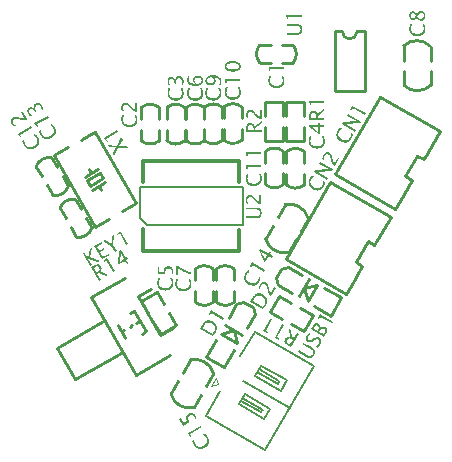
<source format=gto>
G04*
G04 #@! TF.GenerationSoftware,Altium Limited,Altium Designer,20.2.8 (258)*
G04*
G04 Layer_Color=65535*
%FSLAX25Y25*%
%MOIN*%
G70*
G04*
G04 #@! TF.SameCoordinates,CDCB3E45-2178-442F-9089-F16855EB5547*
G04*
G04*
G04 #@! TF.FilePolarity,Positive*
G04*
G01*
G75*
%ADD10C,0.01000*%
%ADD11C,0.00600*%
%ADD12C,0.00394*%
%ADD13C,0.00591*%
%ADD14C,0.00787*%
%ADD15C,0.01200*%
G36*
X-37781Y90970D02*
X-36719Y89131D01*
X-37341Y88772D01*
X-38399Y90605D01*
X-41343Y92314D01*
X-40631Y92725D01*
X-38344Y91397D01*
X-38267Y94090D01*
X-37683Y94427D01*
X-37781Y90970D01*
D02*
G37*
G36*
X-32893Y91340D02*
X-33476Y91003D01*
X-35759Y94957D01*
X-36458Y94554D01*
X-36669Y94919D01*
X-35450Y95768D01*
X-32893Y91340D01*
D02*
G37*
G36*
X-45602Y87053D02*
X-42256Y85934D01*
X-43044Y85479D01*
X-46251Y86593D01*
X-44967Y84369D01*
X-45550Y84032D01*
X-48085Y88422D01*
X-47501Y88759D01*
X-46255Y86599D01*
X-45739Y89776D01*
X-45098Y90146D01*
X-45602Y87053D01*
D02*
G37*
G36*
X-41387Y91665D02*
X-43226Y90603D01*
X-42419Y89206D01*
X-40875Y90098D01*
X-40605Y89630D01*
X-42149Y88738D01*
X-41232Y87149D01*
X-39264Y88285D01*
X-38994Y87817D01*
X-41583Y86322D01*
X-44118Y90712D01*
X-41657Y92133D01*
X-41387Y91665D01*
D02*
G37*
G36*
X7836Y107835D02*
X7932Y107820D01*
X8050Y107798D01*
X8176Y107769D01*
X8302Y107724D01*
X8435Y107665D01*
X8443D01*
X8450Y107658D01*
X8472Y107643D01*
X8494Y107628D01*
X8531Y107606D01*
X8576Y107576D01*
X8620Y107539D01*
X8679Y107495D01*
X8739Y107443D01*
X8813Y107384D01*
X8887Y107310D01*
X8968Y107236D01*
X9057Y107147D01*
X9153Y107043D01*
X9257Y106932D01*
X9360Y106814D01*
X9582Y106548D01*
X9590Y106533D01*
X9627Y106496D01*
X9678Y106444D01*
X9745Y106370D01*
X9826Y106289D01*
X9930Y106192D01*
X10041Y106089D01*
X10167Y105978D01*
X10182Y105963D01*
X10226Y105933D01*
X10293Y105882D01*
X10381Y105822D01*
X10492Y105763D01*
X10618Y105704D01*
X10751Y105652D01*
X10892Y105615D01*
Y107820D01*
X11484D01*
Y104801D01*
X10892D01*
X10885D01*
X10862Y104816D01*
X10825Y104831D01*
X10774Y104860D01*
X10707Y104897D01*
X10633Y104942D01*
X10544Y104994D01*
X10448Y105060D01*
X10344Y105134D01*
X10226Y105216D01*
X10108Y105312D01*
X9974Y105423D01*
X9834Y105541D01*
X9693Y105674D01*
X9545Y105822D01*
X9397Y105985D01*
X9049Y106377D01*
X9042Y106385D01*
X9035Y106400D01*
X9012Y106414D01*
X8983Y106444D01*
X8909Y106518D01*
X8820Y106607D01*
X8709Y106703D01*
X8598Y106799D01*
X8480Y106888D01*
X8361Y106962D01*
X8346Y106969D01*
X8309Y106984D01*
X8243Y107014D01*
X8161Y107043D01*
X8065Y107073D01*
X7954Y107103D01*
X7836Y107117D01*
X7710Y107125D01*
X7703D01*
X7688D01*
X7666D01*
X7643Y107117D01*
X7562Y107110D01*
X7466Y107095D01*
X7362Y107058D01*
X7251Y107014D01*
X7140Y106947D01*
X7044Y106858D01*
X7037Y106844D01*
X7007Y106814D01*
X6970Y106755D01*
X6918Y106673D01*
X6874Y106577D01*
X6837Y106459D01*
X6807Y106318D01*
X6800Y106163D01*
Y106096D01*
X6807Y106052D01*
Y105993D01*
X6815Y105933D01*
X6837Y105800D01*
Y105793D01*
X6844Y105771D01*
X6852Y105734D01*
X6866Y105689D01*
X6881Y105637D01*
X6903Y105571D01*
X6955Y105430D01*
Y105423D01*
X6970Y105393D01*
X6985Y105356D01*
X7014Y105297D01*
X7051Y105223D01*
X7096Y105134D01*
X7148Y105038D01*
X7207Y104927D01*
X6607D01*
X6600Y104934D01*
X6593Y104957D01*
X6578Y104994D01*
X6556Y105045D01*
X6533Y105105D01*
X6504Y105179D01*
X6474Y105260D01*
X6445Y105349D01*
X6415Y105445D01*
X6393Y105549D01*
X6341Y105778D01*
X6304Y106015D01*
X6289Y106141D01*
Y106340D01*
X6297Y106385D01*
X6304Y106451D01*
X6311Y106518D01*
X6326Y106599D01*
X6341Y106688D01*
X6385Y106873D01*
X6459Y107066D01*
X6504Y107154D01*
X6563Y107251D01*
X6622Y107339D01*
X6696Y107421D01*
X6704Y107428D01*
X6711Y107436D01*
X6733Y107458D01*
X6770Y107487D01*
X6807Y107517D01*
X6852Y107554D01*
X6911Y107591D01*
X6970Y107635D01*
X7118Y107709D01*
X7288Y107776D01*
X7377Y107806D01*
X7481Y107828D01*
X7584Y107835D01*
X7695Y107843D01*
X7703D01*
X7710D01*
X7732D01*
X7762D01*
X7836Y107835D01*
D02*
G37*
G36*
X9834Y103602D02*
X9915D01*
X9997Y103595D01*
X10093Y103588D01*
X10285Y103558D01*
X10485Y103521D01*
X10670Y103469D01*
X10751Y103440D01*
X10825Y103403D01*
X10833D01*
X10840Y103395D01*
X10885Y103366D01*
X10951Y103321D01*
X11033Y103255D01*
X11129Y103173D01*
X11225Y103070D01*
X11314Y102959D01*
X11403Y102825D01*
Y102818D01*
X11410Y102811D01*
X11425Y102788D01*
X11432Y102759D01*
X11447Y102722D01*
X11469Y102677D01*
X11484Y102626D01*
X11506Y102566D01*
X11543Y102426D01*
X11580Y102256D01*
X11602Y102063D01*
X11610Y101841D01*
Y101775D01*
X11602Y101730D01*
Y101678D01*
X11595Y101612D01*
X11588Y101538D01*
X11580Y101464D01*
X11558Y101294D01*
X11514Y101116D01*
X11462Y100938D01*
X11388Y100776D01*
Y100768D01*
X11380Y100761D01*
X11366Y100739D01*
X11343Y100709D01*
X11299Y100635D01*
X11225Y100554D01*
X11144Y100450D01*
X11040Y100354D01*
X10914Y100258D01*
X10781Y100169D01*
X10774D01*
X10766Y100161D01*
X10737Y100154D01*
X10707Y100139D01*
X10670Y100124D01*
X10618Y100102D01*
X10559Y100087D01*
X10492Y100073D01*
X10411Y100050D01*
X10330Y100036D01*
X10233Y100013D01*
X10122Y99999D01*
X10011Y99991D01*
X9886Y99976D01*
X9752Y99969D01*
X9612D01*
X6415D01*
Y100687D01*
X9612D01*
X9619D01*
X9649D01*
X9693D01*
X9745Y100694D01*
X9812D01*
X9893Y100702D01*
X9974Y100716D01*
X10071Y100724D01*
X10256Y100761D01*
X10448Y100820D01*
X10537Y100857D01*
X10618Y100894D01*
X10692Y100946D01*
X10759Y100998D01*
X10774Y101012D01*
X10811Y101057D01*
X10855Y101123D01*
X10914Y101227D01*
X10973Y101345D01*
X11018Y101501D01*
X11055Y101671D01*
X11070Y101871D01*
Y101930D01*
X11062Y101997D01*
X11055Y102078D01*
X11040Y102167D01*
X11018Y102270D01*
X10988Y102367D01*
X10951Y102463D01*
X10944Y102470D01*
X10929Y102500D01*
X10899Y102544D01*
X10855Y102603D01*
X10803Y102663D01*
X10737Y102722D01*
X10655Y102788D01*
X10559Y102840D01*
X10544Y102848D01*
X10507Y102862D01*
X10441Y102885D01*
X10396Y102899D01*
X10344Y102914D01*
X10285Y102922D01*
X10211Y102936D01*
X10137Y102951D01*
X10056Y102959D01*
X9967Y102966D01*
X9863Y102973D01*
X9760Y102981D01*
X9641D01*
X6415D01*
Y103610D01*
X9634D01*
X9641D01*
X9671D01*
X9715D01*
X9767D01*
X9834Y103602D01*
D02*
G37*
G36*
X29988Y65067D02*
X30129Y65046D01*
X30286Y65006D01*
X30360Y64972D01*
X30434Y64938D01*
X30441Y64934D01*
X30447Y64930D01*
X30466Y64919D01*
X30492Y64905D01*
X30542Y64858D01*
X30618Y64798D01*
X30700Y64716D01*
X30786Y64615D01*
X30872Y64497D01*
X30947Y64360D01*
X30953Y64356D01*
X30952Y64340D01*
X30976Y64292D01*
X31004Y64207D01*
X31030Y64090D01*
X31058Y63946D01*
X31071Y63776D01*
X31066Y63590D01*
X31057Y63485D01*
X31043Y63373D01*
X31047Y63379D01*
X31061Y63389D01*
X31078Y63404D01*
X31110Y63429D01*
X31180Y63491D01*
X31264Y63562D01*
X31368Y63639D01*
X31482Y63718D01*
X31595Y63781D01*
X31711Y63833D01*
X31725Y63843D01*
X31765Y63853D01*
X31819Y63873D01*
X31896Y63889D01*
X31988Y63913D01*
X32088Y63924D01*
X32198Y63937D01*
X32307Y63934D01*
X32324Y63933D01*
X32357Y63931D01*
X32412Y63924D01*
X32488Y63906D01*
X32569Y63885D01*
X32664Y63856D01*
X32761Y63817D01*
X32854Y63771D01*
X32861Y63768D01*
X32867Y63764D01*
X32906Y63742D01*
X32959Y63702D01*
X33029Y63645D01*
X33108Y63574D01*
X33185Y63486D01*
X33259Y63392D01*
X33332Y63282D01*
X33341Y63268D01*
X33358Y63224D01*
X33385Y63166D01*
X33413Y63082D01*
X33444Y62987D01*
X33467Y62879D01*
X33483Y62759D01*
X33485Y62630D01*
X33484Y62613D01*
X33475Y62567D01*
X33461Y62498D01*
X33448Y62446D01*
X33435Y62394D01*
X33418Y62335D01*
X33394Y62264D01*
X33363Y62196D01*
X33335Y62118D01*
X33294Y62031D01*
X33248Y61938D01*
X33203Y61844D01*
X32392Y60441D01*
X28003Y62975D01*
X28705Y64193D01*
X28741Y64240D01*
X28778Y64305D01*
X28826Y64371D01*
X28883Y64441D01*
X28944Y64517D01*
X29076Y64671D01*
X29227Y64815D01*
X29311Y64886D01*
X29394Y64941D01*
X29479Y64985D01*
X29567Y65020D01*
X29571Y65026D01*
X29588Y65025D01*
X29648Y65041D01*
X29735Y65059D01*
X29852Y65069D01*
X29988Y65067D01*
D02*
G37*
G36*
X35338Y65542D02*
X35001Y64959D01*
X31047Y67242D01*
X30643Y66543D01*
X30278Y66754D01*
X30909Y68099D01*
X35338Y65542D01*
D02*
G37*
G36*
X27990Y61488D02*
X27986Y61481D01*
X27972Y61472D01*
X27944Y61454D01*
X27913Y61429D01*
X27874Y61392D01*
X27829Y61358D01*
X27731Y61278D01*
X27626Y61184D01*
X27525Y61098D01*
X27434Y61014D01*
X27395Y60976D01*
X27367Y60941D01*
X27363Y60935D01*
X27342Y60913D01*
X27313Y60878D01*
X27274Y60841D01*
X27235Y60787D01*
X27195Y60733D01*
X27111Y60602D01*
X27074Y60538D01*
X27050Y60466D01*
X27011Y60369D01*
X26985Y60265D01*
X26961Y60150D01*
X26961Y60031D01*
X26980Y59917D01*
X26983Y59907D01*
X26997Y59873D01*
X27024Y59815D01*
X27057Y59753D01*
X27096Y59688D01*
X27148Y59615D01*
X27213Y59552D01*
X27287Y59501D01*
X27293Y59497D01*
X27312Y59486D01*
X27342Y59478D01*
X27384Y59462D01*
X27432Y59442D01*
X27488Y59435D01*
X27551Y59425D01*
X27623Y59417D01*
X27633Y59420D01*
X27660Y59422D01*
X27697Y59426D01*
X27744Y59434D01*
X27807Y59440D01*
X27867Y59456D01*
X28006Y59504D01*
X28016Y59507D01*
X28040Y59518D01*
X28078Y59539D01*
X28140Y59572D01*
X28212Y59608D01*
X28287Y59649D01*
X28386Y59703D01*
X28489Y59763D01*
X28854Y59980D01*
X28864Y59983D01*
X28881Y59998D01*
X28919Y60019D01*
X28967Y60043D01*
X29029Y60076D01*
X29094Y60115D01*
X29258Y60191D01*
X29432Y60270D01*
X29618Y60342D01*
X29703Y60370D01*
X29794Y60395D01*
X29875Y60416D01*
X29958Y60428D01*
X29975Y60427D01*
X30028Y60430D01*
X30104Y60429D01*
X30213Y60426D01*
X30332Y60409D01*
X30465Y60374D01*
X30608Y60326D01*
X30747Y60254D01*
X30753Y60251D01*
X30772Y60240D01*
X30798Y60225D01*
X30826Y60200D01*
X30867Y60168D01*
X30915Y60132D01*
X31018Y60029D01*
X31133Y59903D01*
X31192Y59827D01*
X31240Y59747D01*
X31291Y59658D01*
X31335Y59556D01*
X31378Y59454D01*
X31408Y59343D01*
X31411Y59333D01*
X31410Y59316D01*
X31418Y59286D01*
X31425Y59239D01*
X31425Y59179D01*
X31427Y59110D01*
X31432Y59030D01*
X31427Y58947D01*
X31415Y58852D01*
X31402Y58740D01*
X31382Y58632D01*
X31345Y58508D01*
X31308Y58384D01*
X31250Y58255D01*
X31189Y58119D01*
X31114Y57975D01*
X31066Y57891D01*
X31022Y57831D01*
X30982Y57761D01*
X30931Y57687D01*
X30819Y57538D01*
X30812Y57525D01*
X30790Y57503D01*
X30744Y57453D01*
X30691Y57390D01*
X30616Y57305D01*
X30518Y57208D01*
X30404Y57086D01*
X30267Y56951D01*
X29651Y57306D01*
X29655Y57313D01*
X29679Y57325D01*
X29707Y57343D01*
X29738Y57368D01*
X29783Y57401D01*
X29832Y57442D01*
X29950Y57527D01*
X30071Y57620D01*
X30190Y57722D01*
X30305Y57818D01*
X30348Y57862D01*
X30390Y57905D01*
X30398Y57918D01*
X30423Y57946D01*
X30455Y57988D01*
X30498Y58048D01*
X30552Y58111D01*
X30599Y58178D01*
X30698Y58334D01*
X30720Y58373D01*
X30728Y58402D01*
X30759Y58470D01*
X30798Y58567D01*
X30828Y58678D01*
X30845Y58796D01*
X30856Y58918D01*
X30837Y59049D01*
X30838Y59065D01*
X30821Y59109D01*
X30801Y59164D01*
X30762Y59246D01*
X30714Y59325D01*
X30653Y59411D01*
X30578Y59489D01*
X30479Y59554D01*
X30466Y59562D01*
X30441Y59577D01*
X30399Y59592D01*
X30337Y59619D01*
X30272Y59640D01*
X30187Y59655D01*
X30102Y59670D01*
X30009Y59672D01*
X29999Y59669D01*
X29962Y59665D01*
X29905Y59655D01*
X29821Y59627D01*
X29712Y59587D01*
X29648Y59565D01*
X29576Y59529D01*
X29504Y59494D01*
X29422Y59455D01*
X29333Y59404D01*
X29234Y59351D01*
X28883Y59143D01*
X28873Y59140D01*
X28855Y59125D01*
X28818Y59104D01*
X28770Y59080D01*
X28708Y59047D01*
X28647Y59015D01*
X28483Y58938D01*
X28309Y58859D01*
X28129Y58784D01*
X27950Y58725D01*
X27862Y58707D01*
X27785Y58692D01*
X27779Y58695D01*
X27769Y58693D01*
X27715Y58689D01*
X27639Y58691D01*
X27540Y58696D01*
X27422Y58714D01*
X27301Y58741D01*
X27164Y58785D01*
X27032Y58853D01*
X27026Y58857D01*
X27020Y58860D01*
X26981Y58882D01*
X26927Y58922D01*
X26858Y58979D01*
X26779Y59050D01*
X26701Y59138D01*
X26621Y59236D01*
X26548Y59346D01*
X26542Y59350D01*
X26539Y59360D01*
X26522Y59404D01*
X26493Y59472D01*
X26454Y59554D01*
X26427Y59655D01*
X26401Y59773D01*
X26383Y59903D01*
X26374Y60036D01*
X26378Y60043D01*
X26375Y60053D01*
X26378Y60102D01*
X26386Y60175D01*
X26402Y60277D01*
X26435Y60394D01*
X26480Y60530D01*
X26538Y60676D01*
X26621Y60834D01*
X26673Y60923D01*
X26705Y60965D01*
X26738Y61022D01*
X26782Y61083D01*
X26829Y61149D01*
X26886Y61219D01*
X26940Y61299D01*
X27080Y61466D01*
X27233Y61642D01*
X27413Y61821D01*
X27990Y61488D01*
D02*
G37*
G36*
X28271Y57002D02*
X28277Y56998D01*
X28303Y56983D01*
X28341Y56961D01*
X28386Y56935D01*
X28440Y56895D01*
X28510Y56854D01*
X28577Y56807D01*
X28657Y56753D01*
X28809Y56631D01*
X28963Y56499D01*
X29097Y56362D01*
X29153Y56295D01*
X29199Y56226D01*
X29205Y56223D01*
X29208Y56213D01*
X29232Y56165D01*
X29267Y56093D01*
X29304Y55995D01*
X29347Y55876D01*
X29378Y55738D01*
X29400Y55598D01*
X29410Y55438D01*
X29406Y55431D01*
X29409Y55421D01*
X29411Y55395D01*
X29402Y55365D01*
X29397Y55326D01*
X29394Y55276D01*
X29381Y55224D01*
X29370Y55162D01*
X29332Y55022D01*
X29279Y54856D01*
X29202Y54678D01*
X29097Y54482D01*
X29064Y54424D01*
X29035Y54390D01*
X29010Y54345D01*
X28970Y54291D01*
X28926Y54230D01*
X28883Y54170D01*
X28779Y54034D01*
X28651Y53902D01*
X28518Y53774D01*
X28372Y53670D01*
X28369Y53664D01*
X28359Y53661D01*
X28335Y53649D01*
X28300Y53635D01*
X28225Y53593D01*
X28120Y53559D01*
X27998Y53510D01*
X27860Y53479D01*
X27703Y53458D01*
X27543Y53448D01*
X27537Y53452D01*
X27527Y53449D01*
X27498Y53457D01*
X27465Y53459D01*
X27425Y53465D01*
X27369Y53472D01*
X27310Y53488D01*
X27245Y53509D01*
X27164Y53531D01*
X27086Y53558D01*
X26991Y53587D01*
X26888Y53630D01*
X26788Y53679D01*
X26672Y53729D01*
X26553Y53789D01*
X26431Y53860D01*
X23662Y55458D01*
X24021Y56080D01*
X26790Y54481D01*
X26796Y54478D01*
X26822Y54463D01*
X26860Y54440D01*
X26909Y54421D01*
X26967Y54388D01*
X27041Y54353D01*
X27119Y54326D01*
X27206Y54284D01*
X27384Y54223D01*
X27581Y54179D01*
X27676Y54166D01*
X27765Y54158D01*
X27855Y54165D01*
X27939Y54177D01*
X27959Y54182D01*
X28013Y54202D01*
X28085Y54238D01*
X28188Y54298D01*
X28298Y54371D01*
X28414Y54483D01*
X28532Y54612D01*
X28644Y54778D01*
X28674Y54829D01*
X28701Y54890D01*
X28735Y54965D01*
X28767Y55049D01*
X28799Y55150D01*
X28822Y55248D01*
X28838Y55350D01*
X28835Y55360D01*
X28837Y55393D01*
X28834Y55446D01*
X28825Y55519D01*
X28809Y55597D01*
X28781Y55681D01*
X28744Y55780D01*
X28687Y55872D01*
X28678Y55886D01*
X28653Y55918D01*
X28607Y55970D01*
X28575Y56005D01*
X28538Y56044D01*
X28490Y56080D01*
X28434Y56130D01*
X28377Y56180D01*
X28310Y56227D01*
X28237Y56278D01*
X28151Y56336D01*
X28065Y56394D01*
X27962Y56453D01*
X25168Y58066D01*
X25483Y58611D01*
X28271Y57002D01*
D02*
G37*
G36*
X-36160Y128759D02*
X-40115Y126476D01*
X-39711Y125778D01*
X-40077Y125567D01*
X-40925Y126786D01*
X-36497Y129342D01*
X-36160Y128759D01*
D02*
G37*
G36*
X-34725Y126273D02*
X-35821Y124161D01*
X-33419Y124010D01*
X-33075Y123414D01*
X-36123Y123603D01*
X-37505Y120950D01*
X-37931Y121687D01*
X-36884Y123693D01*
X-39178Y123847D01*
X-39518Y124437D01*
X-36586Y124258D01*
X-35150Y127010D01*
X-34725Y126273D01*
D02*
G37*
G36*
X24994Y167205D02*
X20428D01*
Y166398D01*
X20006D01*
X19880Y167878D01*
X24994D01*
Y167205D01*
D02*
G37*
G36*
X23344Y164755D02*
X23425D01*
X23506Y164748D01*
X23603Y164741D01*
X23795Y164711D01*
X23995Y164674D01*
X24180Y164622D01*
X24261Y164593D01*
X24335Y164556D01*
X24343D01*
X24350Y164548D01*
X24394Y164518D01*
X24461Y164474D01*
X24542Y164408D01*
X24639Y164326D01*
X24735Y164223D01*
X24824Y164111D01*
X24912Y163978D01*
Y163971D01*
X24920Y163963D01*
X24935Y163941D01*
X24942Y163912D01*
X24957Y163875D01*
X24979Y163830D01*
X24994Y163778D01*
X25016Y163719D01*
X25053Y163579D01*
X25090Y163409D01*
X25112Y163216D01*
X25120Y162994D01*
Y162927D01*
X25112Y162883D01*
Y162831D01*
X25105Y162765D01*
X25097Y162691D01*
X25090Y162617D01*
X25068Y162446D01*
X25023Y162269D01*
X24972Y162091D01*
X24898Y161928D01*
Y161921D01*
X24890Y161914D01*
X24875Y161891D01*
X24853Y161862D01*
X24809Y161788D01*
X24735Y161706D01*
X24653Y161603D01*
X24550Y161507D01*
X24424Y161410D01*
X24291Y161322D01*
X24283D01*
X24276Y161314D01*
X24246Y161307D01*
X24217Y161292D01*
X24180Y161277D01*
X24128Y161255D01*
X24069Y161240D01*
X24002Y161225D01*
X23921Y161203D01*
X23839Y161188D01*
X23743Y161166D01*
X23632Y161152D01*
X23521Y161144D01*
X23395Y161129D01*
X23262Y161122D01*
X23122D01*
X19925D01*
Y161840D01*
X23122D01*
X23129D01*
X23159D01*
X23203D01*
X23255Y161847D01*
X23321D01*
X23403Y161855D01*
X23484Y161869D01*
X23580Y161877D01*
X23765Y161914D01*
X23958Y161973D01*
X24047Y162010D01*
X24128Y162047D01*
X24202Y162099D01*
X24269Y162151D01*
X24283Y162165D01*
X24320Y162210D01*
X24365Y162276D01*
X24424Y162380D01*
X24483Y162498D01*
X24528Y162654D01*
X24565Y162824D01*
X24579Y163024D01*
Y163083D01*
X24572Y163149D01*
X24565Y163231D01*
X24550Y163320D01*
X24528Y163423D01*
X24498Y163520D01*
X24461Y163616D01*
X24454Y163623D01*
X24439Y163653D01*
X24409Y163697D01*
X24365Y163756D01*
X24313Y163815D01*
X24246Y163875D01*
X24165Y163941D01*
X24069Y163993D01*
X24054Y164000D01*
X24017Y164015D01*
X23950Y164038D01*
X23906Y164052D01*
X23854Y164067D01*
X23795Y164075D01*
X23721Y164089D01*
X23647Y164104D01*
X23566Y164111D01*
X23477Y164119D01*
X23373Y164126D01*
X23270Y164134D01*
X23151D01*
X19925D01*
Y164763D01*
X23144D01*
X23151D01*
X23181D01*
X23225D01*
X23277D01*
X23344Y164755D01*
D02*
G37*
G36*
X-33739Y86711D02*
X-33149Y87051D01*
X-32872Y86571D01*
X-33461Y86230D01*
X-32743Y84987D01*
X-33294Y84669D01*
X-34012Y85912D01*
X-35980Y84776D01*
X-36235Y85218D01*
X-35829Y89059D01*
X-35278Y89377D01*
X-33739Y86711D01*
D02*
G37*
G36*
X-37242Y82389D02*
X-37825Y82053D01*
X-40108Y86007D01*
X-40807Y85603D01*
X-41018Y85969D01*
X-39799Y86818D01*
X-37242Y82389D01*
D02*
G37*
G36*
X-42871Y84694D02*
X-42777Y84680D01*
X-42686Y84655D01*
X-42676Y84653D01*
X-42666Y84650D01*
X-42642Y84638D01*
X-42608Y84623D01*
X-42570Y84603D01*
X-42522Y84579D01*
X-42413Y84522D01*
X-42295Y84437D01*
X-42176Y84334D01*
X-42059Y84206D01*
X-42002Y84136D01*
X-41957Y84059D01*
X-41950Y84046D01*
X-41932Y84014D01*
X-41912Y83966D01*
X-41881Y83898D01*
X-41850Y83814D01*
X-41821Y83719D01*
X-41795Y83615D01*
X-41775Y83507D01*
X-41774Y83490D01*
X-41772Y83457D01*
X-41762Y83395D01*
X-41760Y83318D01*
X-41762Y83232D01*
X-41769Y83126D01*
X-41786Y83022D01*
X-41805Y82908D01*
X-41808Y82898D01*
X-41819Y82857D01*
X-41845Y82799D01*
X-41877Y82721D01*
X-41918Y82629D01*
X-41972Y82530D01*
X-42045Y82420D01*
X-42124Y82305D01*
X-39479Y81098D01*
X-40241Y80658D01*
X-42560Y81788D01*
X-43137Y81455D01*
X-42068Y79603D01*
X-42689Y79244D01*
X-45224Y83634D01*
X-43827Y84441D01*
X-43772Y84464D01*
X-43711Y84491D01*
X-43636Y84525D01*
X-43562Y84560D01*
X-43472Y84595D01*
X-43279Y84646D01*
X-43073Y84688D01*
X-42974Y84694D01*
X-42871Y84694D01*
D02*
G37*
G36*
X15218Y66558D02*
X12936Y62604D01*
X13634Y62201D01*
X13423Y61835D01*
X12079Y62467D01*
X14635Y66895D01*
X15218Y66558D01*
D02*
G37*
G36*
X21473Y62947D02*
X21654Y60373D01*
X22230Y60040D01*
X23300Y61892D01*
X23921Y61533D01*
X21387Y57144D01*
X19990Y57950D01*
X19942Y57986D01*
X19888Y58026D01*
X19821Y58073D01*
X19755Y58120D01*
X19679Y58181D01*
X19538Y58322D01*
X19398Y58480D01*
X19344Y58563D01*
X19293Y58652D01*
X19258Y58740D01*
X19234Y58831D01*
X19231Y58841D01*
X19228Y58851D01*
X19227Y58878D01*
X19222Y58915D01*
X19221Y58958D01*
X19218Y59011D01*
X19212Y59134D01*
X19227Y59279D01*
X19257Y59433D01*
X19310Y59599D01*
X19341Y59683D01*
X19386Y59760D01*
X19393Y59773D01*
X19411Y59805D01*
X19444Y59846D01*
X19487Y59907D01*
X19545Y59976D01*
X19612Y60048D01*
X19689Y60123D01*
X19773Y60194D01*
X19787Y60204D01*
X19815Y60222D01*
X19863Y60262D01*
X19929Y60301D01*
X20004Y60343D01*
X20100Y60390D01*
X20198Y60427D01*
X20307Y60467D01*
X20317Y60470D01*
X20357Y60481D01*
X20421Y60487D01*
X20504Y60499D01*
X20604Y60509D01*
X20717Y60512D01*
X20849Y60505D01*
X20988Y60493D01*
X20711Y63387D01*
X21473Y62947D01*
D02*
G37*
G36*
X19057Y64342D02*
X16774Y60388D01*
X17473Y59984D01*
X17262Y59619D01*
X15917Y60250D01*
X18474Y64679D01*
X19057Y64342D01*
D02*
G37*
G36*
X7949Y136196D02*
X8045Y136181D01*
X8164Y136159D01*
X8290Y136130D01*
X8415Y136085D01*
X8549Y136026D01*
X8556D01*
X8563Y136019D01*
X8586Y136004D01*
X8608Y135989D01*
X8645Y135967D01*
X8689Y135937D01*
X8734Y135900D01*
X8793Y135856D01*
X8852Y135804D01*
X8926Y135745D01*
X9000Y135671D01*
X9081Y135597D01*
X9170Y135508D01*
X9266Y135405D01*
X9370Y135293D01*
X9474Y135175D01*
X9696Y134909D01*
X9703Y134894D01*
X9740Y134857D01*
X9792Y134805D01*
X9858Y134731D01*
X9940Y134650D01*
X10043Y134554D01*
X10154Y134450D01*
X10280Y134339D01*
X10295Y134324D01*
X10339Y134294D01*
X10406Y134243D01*
X10495Y134184D01*
X10606Y134124D01*
X10732Y134065D01*
X10865Y134013D01*
X11005Y133976D01*
Y136181D01*
X11597D01*
Y133162D01*
X11005D01*
X10998D01*
X10976Y133177D01*
X10939Y133192D01*
X10887Y133221D01*
X10820Y133258D01*
X10746Y133303D01*
X10658Y133355D01*
X10561Y133421D01*
X10458Y133495D01*
X10339Y133577D01*
X10221Y133673D01*
X10088Y133784D01*
X9947Y133902D01*
X9807Y134036D01*
X9659Y134184D01*
X9511Y134346D01*
X9163Y134739D01*
X9155Y134746D01*
X9148Y134761D01*
X9126Y134775D01*
X9096Y134805D01*
X9022Y134879D01*
X8933Y134968D01*
X8822Y135064D01*
X8711Y135160D01*
X8593Y135249D01*
X8475Y135323D01*
X8460Y135330D01*
X8423Y135345D01*
X8356Y135375D01*
X8275Y135405D01*
X8179Y135434D01*
X8068Y135464D01*
X7949Y135478D01*
X7823Y135486D01*
X7816D01*
X7801D01*
X7779D01*
X7757Y135478D01*
X7675Y135471D01*
X7579Y135456D01*
X7476Y135419D01*
X7365Y135375D01*
X7254Y135308D01*
X7157Y135220D01*
X7150Y135205D01*
X7120Y135175D01*
X7083Y135116D01*
X7032Y135035D01*
X6987Y134938D01*
X6950Y134820D01*
X6921Y134679D01*
X6913Y134524D01*
Y134457D01*
X6921Y134413D01*
Y134354D01*
X6928Y134294D01*
X6950Y134161D01*
Y134154D01*
X6958Y134132D01*
X6965Y134095D01*
X6980Y134050D01*
X6995Y133999D01*
X7017Y133932D01*
X7069Y133791D01*
Y133784D01*
X7083Y133754D01*
X7098Y133717D01*
X7128Y133658D01*
X7165Y133584D01*
X7209Y133495D01*
X7261Y133399D01*
X7320Y133288D01*
X6721D01*
X6713Y133296D01*
X6706Y133318D01*
X6691Y133355D01*
X6669Y133406D01*
X6647Y133466D01*
X6617Y133540D01*
X6588Y133621D01*
X6558Y133710D01*
X6528Y133806D01*
X6506Y133910D01*
X6454Y134139D01*
X6417Y134376D01*
X6403Y134502D01*
Y134702D01*
X6410Y134746D01*
X6417Y134812D01*
X6425Y134879D01*
X6440Y134960D01*
X6454Y135049D01*
X6499Y135234D01*
X6573Y135427D01*
X6617Y135515D01*
X6676Y135612D01*
X6736Y135701D01*
X6810Y135782D01*
X6817Y135789D01*
X6824Y135797D01*
X6847Y135819D01*
X6884Y135848D01*
X6921Y135878D01*
X6965Y135915D01*
X7024Y135952D01*
X7083Y135996D01*
X7231Y136071D01*
X7402Y136137D01*
X7490Y136167D01*
X7594Y136189D01*
X7698Y136196D01*
X7809Y136204D01*
X7816D01*
X7823D01*
X7846D01*
X7875D01*
X7949Y136196D01*
D02*
G37*
G36*
X11597Y131623D02*
X9459Y130180D01*
Y129514D01*
X11597D01*
Y128796D01*
X6528D01*
Y130410D01*
X6536Y130469D01*
X6543Y130535D01*
X6551Y130617D01*
X6558Y130698D01*
X6573Y130794D01*
X6625Y130987D01*
X6691Y131186D01*
X6736Y131275D01*
X6787Y131364D01*
X6847Y131438D01*
X6913Y131505D01*
X6921Y131512D01*
X6928Y131519D01*
X6950Y131534D01*
X6980Y131556D01*
X7017Y131579D01*
X7061Y131608D01*
X7165Y131675D01*
X7298Y131734D01*
X7446Y131786D01*
X7616Y131823D01*
X7705Y131838D01*
X7794D01*
X7809D01*
X7846D01*
X7897Y131830D01*
X7971Y131823D01*
X8060Y131808D01*
X8156Y131786D01*
X8260Y131756D01*
X8364Y131719D01*
X8378Y131712D01*
X8408Y131697D01*
X8467Y131675D01*
X8534Y131638D01*
X8608Y131594D01*
X8697Y131534D01*
X8778Y131468D01*
X8867Y131394D01*
X8874Y131386D01*
X8904Y131357D01*
X8941Y131305D01*
X8993Y131238D01*
X9052Y131157D01*
X9111Y131061D01*
X9170Y130942D01*
X9229Y130816D01*
X11597Y132504D01*
Y131623D01*
D02*
G37*
G36*
X32557Y138472D02*
X27991D01*
Y137665D01*
X27569D01*
X27443Y139145D01*
X32557D01*
Y138472D01*
D02*
G37*
G36*
Y135682D02*
X30418Y134239D01*
Y133573D01*
X32557D01*
Y132855D01*
X27488D01*
Y134468D01*
X27495Y134527D01*
X27503Y134594D01*
X27510Y134675D01*
X27517Y134757D01*
X27532Y134853D01*
X27584Y135045D01*
X27650Y135245D01*
X27695Y135334D01*
X27747Y135423D01*
X27806Y135497D01*
X27872Y135563D01*
X27880Y135571D01*
X27887Y135578D01*
X27909Y135593D01*
X27939Y135615D01*
X27976Y135637D01*
X28021Y135667D01*
X28124Y135734D01*
X28257Y135793D01*
X28405Y135845D01*
X28576Y135882D01*
X28664Y135896D01*
X28753D01*
X28768D01*
X28805D01*
X28857Y135889D01*
X28931Y135882D01*
X29019Y135867D01*
X29116Y135845D01*
X29219Y135815D01*
X29323Y135778D01*
X29338Y135771D01*
X29367Y135756D01*
X29427Y135734D01*
X29493Y135697D01*
X29567Y135652D01*
X29656Y135593D01*
X29737Y135526D01*
X29826Y135452D01*
X29833Y135445D01*
X29863Y135415D01*
X29900Y135364D01*
X29952Y135297D01*
X30011Y135216D01*
X30070Y135119D01*
X30130Y135001D01*
X30189Y134875D01*
X32557Y136562D01*
Y135682D01*
D02*
G37*
G36*
X10806Y75036D02*
X10851Y75027D01*
X10907Y75020D01*
X10970Y75009D01*
X11049Y74998D01*
X11134Y74983D01*
X11228Y74954D01*
X11326Y74932D01*
X11434Y74895D01*
X11541Y74859D01*
X11773Y74759D01*
X12018Y74635D01*
X12024Y74631D01*
X12044Y74620D01*
X12076Y74602D01*
X12117Y74569D01*
X12174Y74536D01*
X12235Y74493D01*
X12302Y74445D01*
X12381Y74391D01*
X12536Y74259D01*
X12706Y74110D01*
X12878Y73933D01*
X13032Y73742D01*
X13038Y73738D01*
X13050Y73714D01*
X13068Y73687D01*
X13089Y73649D01*
X13123Y73604D01*
X13156Y73542D01*
X13233Y73395D01*
X13306Y73225D01*
X13380Y73028D01*
X13433Y72809D01*
X13465Y72569D01*
X13468Y72559D01*
X13467Y72542D01*
X13465Y72509D01*
X13469Y72456D01*
X13458Y72393D01*
X13454Y72327D01*
X13446Y72238D01*
X13427Y72147D01*
X13411Y72045D01*
X13381Y71934D01*
X13350Y71807D01*
X13303Y71680D01*
X13252Y71547D01*
X13193Y71402D01*
X13118Y71257D01*
X13039Y71106D01*
X12192Y69638D01*
X7802Y72173D01*
X8690Y73711D01*
X8730Y73765D01*
X8771Y73835D01*
X8822Y73908D01*
X8880Y73994D01*
X8952Y74089D01*
X9096Y74280D01*
X9263Y74465D01*
X9445Y74634D01*
X9539Y74707D01*
X9632Y74765D01*
X9636Y74771D01*
X9656Y74777D01*
X9684Y74795D01*
X9718Y74809D01*
X9766Y74833D01*
X9824Y74859D01*
X9956Y74911D01*
X10121Y74961D01*
X10310Y75006D01*
X10520Y75030D01*
X10746Y75036D01*
X10752Y75032D01*
X10772Y75038D01*
X10806Y75036D01*
D02*
G37*
G36*
X12459Y78832D02*
X12640Y78805D01*
X12731Y78786D01*
X12832Y78753D01*
X12926Y78708D01*
X13025Y78659D01*
X13032Y78655D01*
X13038Y78651D01*
X13058Y78640D01*
X13083Y78626D01*
X13144Y78582D01*
X13219Y78521D01*
X13311Y78443D01*
X13405Y78354D01*
X13492Y78253D01*
X13577Y78135D01*
X13584Y78131D01*
X13587Y78121D01*
X13598Y78097D01*
X13610Y78073D01*
X13631Y78036D01*
X13655Y77988D01*
X13675Y77934D01*
X13704Y77866D01*
X13729Y77791D01*
X13764Y77703D01*
X13791Y77602D01*
X13824Y77497D01*
X13857Y77376D01*
X13888Y77238D01*
X13923Y77090D01*
X13953Y76936D01*
X14012Y76594D01*
X14011Y76577D01*
X14025Y76527D01*
X14044Y76456D01*
X14064Y76359D01*
X14094Y76248D01*
X14136Y76112D01*
X14180Y75967D01*
X14233Y75808D01*
X14239Y75788D01*
X14263Y75740D01*
X14294Y75662D01*
X14342Y75566D01*
X14408Y75459D01*
X14488Y75345D01*
X14577Y75234D01*
X14680Y75131D01*
X15783Y77041D01*
X16296Y76745D01*
X14786Y74131D01*
X14273Y74427D01*
X14267Y74430D01*
X14255Y74454D01*
X14230Y74485D01*
X14200Y74537D01*
X14161Y74602D01*
X14119Y74678D01*
X14068Y74767D01*
X14018Y74873D01*
X13965Y74989D01*
X13904Y75118D01*
X13849Y75261D01*
X13789Y75424D01*
X13727Y75596D01*
X13672Y75782D01*
X13617Y75984D01*
X13571Y76199D01*
X13466Y76713D01*
X13463Y76723D01*
X13464Y76740D01*
X13452Y76763D01*
X13441Y76804D01*
X13414Y76905D01*
X13382Y77026D01*
X13334Y77165D01*
X13286Y77304D01*
X13227Y77440D01*
X13162Y77563D01*
X13153Y77577D01*
X13128Y77608D01*
X13085Y77667D01*
X13029Y77734D01*
X12961Y77807D01*
X12880Y77889D01*
X12785Y77960D01*
X12679Y78030D01*
X12673Y78034D01*
X12660Y78041D01*
X12641Y78052D01*
X12618Y78057D01*
X12544Y78091D01*
X12453Y78126D01*
X12345Y78146D01*
X12227Y78163D01*
X12097Y78161D01*
X11969Y78132D01*
X11955Y78123D01*
X11915Y78112D01*
X11853Y78079D01*
X11768Y78035D01*
X11681Y77974D01*
X11590Y77890D01*
X11494Y77783D01*
X11410Y77652D01*
X11377Y77594D01*
X11361Y77552D01*
X11331Y77501D01*
X11308Y77446D01*
X11261Y77319D01*
X11257Y77313D01*
X11252Y77290D01*
X11240Y77254D01*
X11231Y77208D01*
X11218Y77156D01*
X11204Y77087D01*
X11178Y76940D01*
X11175Y76933D01*
X11173Y76900D01*
X11167Y76861D01*
X11163Y76795D01*
X11158Y76712D01*
X11152Y76613D01*
X11149Y76504D01*
X11145Y76378D01*
X10626Y76678D01*
X10623Y76688D01*
X10627Y76711D01*
X10633Y76750D01*
X10640Y76806D01*
X10650Y76869D01*
X10662Y76947D01*
X10677Y77033D01*
X10695Y77125D01*
X10718Y77223D01*
X10751Y77323D01*
X10820Y77548D01*
X10907Y77772D01*
X10957Y77888D01*
X11057Y78061D01*
X11085Y78096D01*
X11125Y78150D01*
X11165Y78204D01*
X11218Y78267D01*
X11275Y78336D01*
X11406Y78474D01*
X11567Y78604D01*
X11649Y78659D01*
X11749Y78712D01*
X11845Y78760D01*
X11949Y78793D01*
X11959Y78796D01*
X11970Y78799D01*
X12000Y78807D01*
X12047Y78814D01*
X12094Y78821D01*
X12150Y78831D01*
X12220Y78833D01*
X12294Y78842D01*
X12459Y78832D01*
D02*
G37*
G36*
X-1008Y66801D02*
X-1345Y66218D01*
X-5299Y68501D01*
X-5702Y67802D01*
X-6067Y68013D01*
X-5436Y69358D01*
X-1008Y66801D01*
D02*
G37*
G36*
X-5950Y66040D02*
X-5905Y66031D01*
X-5849Y66024D01*
X-5786Y66014D01*
X-5707Y66002D01*
X-5622Y65987D01*
X-5528Y65958D01*
X-5429Y65936D01*
X-5322Y65900D01*
X-5215Y65863D01*
X-4982Y65763D01*
X-4738Y65639D01*
X-4732Y65635D01*
X-4712Y65624D01*
X-4680Y65606D01*
X-4639Y65573D01*
X-4581Y65540D01*
X-4521Y65497D01*
X-4454Y65450D01*
X-4375Y65395D01*
X-4220Y65263D01*
X-4050Y65114D01*
X-3878Y64938D01*
X-3724Y64746D01*
X-3717Y64742D01*
X-3706Y64718D01*
X-3687Y64691D01*
X-3667Y64653D01*
X-3633Y64608D01*
X-3600Y64546D01*
X-3523Y64399D01*
X-3450Y64229D01*
X-3376Y64032D01*
X-3322Y63814D01*
X-3290Y63573D01*
X-3288Y63563D01*
X-3289Y63546D01*
X-3291Y63513D01*
X-3287Y63460D01*
X-3298Y63398D01*
X-3302Y63332D01*
X-3310Y63243D01*
X-3329Y63151D01*
X-3345Y63049D01*
X-3375Y62938D01*
X-3406Y62811D01*
X-3453Y62684D01*
X-3504Y62551D01*
X-3563Y62406D01*
X-3638Y62261D01*
X-3716Y62110D01*
X-4564Y60642D01*
X-8954Y63177D01*
X-8066Y64715D01*
X-8026Y64769D01*
X-7985Y64839D01*
X-7934Y64913D01*
X-7876Y64999D01*
X-7804Y65094D01*
X-7660Y65284D01*
X-7493Y65470D01*
X-7311Y65638D01*
X-7217Y65712D01*
X-7124Y65769D01*
X-7120Y65775D01*
X-7100Y65781D01*
X-7072Y65799D01*
X-7038Y65814D01*
X-6990Y65837D01*
X-6932Y65864D01*
X-6800Y65915D01*
X-6635Y65965D01*
X-6446Y66010D01*
X-6236Y66034D01*
X-6010Y66040D01*
X-6004Y66037D01*
X-5983Y66042D01*
X-5950Y66040D01*
D02*
G37*
G36*
X33675Y122065D02*
X33856Y122037D01*
X33948Y122019D01*
X34049Y121986D01*
X34142Y121941D01*
X34242Y121892D01*
X34248Y121888D01*
X34255Y121884D01*
X34274Y121873D01*
X34300Y121858D01*
X34360Y121815D01*
X34436Y121754D01*
X34527Y121676D01*
X34621Y121587D01*
X34708Y121486D01*
X34794Y121368D01*
X34800Y121364D01*
X34803Y121354D01*
X34815Y121330D01*
X34827Y121306D01*
X34848Y121268D01*
X34871Y121221D01*
X34891Y121166D01*
X34920Y121098D01*
X34946Y121024D01*
X34980Y120936D01*
X35007Y120835D01*
X35041Y120730D01*
X35073Y120608D01*
X35105Y120471D01*
X35139Y120323D01*
X35170Y120168D01*
X35229Y119827D01*
X35228Y119810D01*
X35241Y119760D01*
X35260Y119689D01*
X35281Y119591D01*
X35311Y119480D01*
X35352Y119345D01*
X35397Y119200D01*
X35450Y119041D01*
X35455Y119021D01*
X35479Y118973D01*
X35511Y118895D01*
X35558Y118799D01*
X35625Y118692D01*
X35704Y118578D01*
X35793Y118467D01*
X35897Y118364D01*
X36999Y120274D01*
X37512Y119978D01*
X36002Y117363D01*
X35490Y117659D01*
X35483Y117663D01*
X35471Y117687D01*
X35447Y117718D01*
X35417Y117770D01*
X35378Y117835D01*
X35336Y117911D01*
X35285Y118000D01*
X35235Y118106D01*
X35182Y118221D01*
X35120Y118351D01*
X35066Y118494D01*
X35006Y118657D01*
X34943Y118829D01*
X34888Y119015D01*
X34834Y119217D01*
X34787Y119432D01*
X34682Y119946D01*
X34679Y119956D01*
X34680Y119972D01*
X34668Y119996D01*
X34658Y120037D01*
X34631Y120138D01*
X34598Y120259D01*
X34550Y120398D01*
X34502Y120537D01*
X34444Y120673D01*
X34378Y120796D01*
X34369Y120810D01*
X34345Y120841D01*
X34302Y120900D01*
X34246Y120966D01*
X34178Y121040D01*
X34096Y121121D01*
X34001Y121193D01*
X33896Y121263D01*
X33889Y121266D01*
X33877Y121274D01*
X33857Y121285D01*
X33834Y121290D01*
X33760Y121324D01*
X33669Y121359D01*
X33561Y121379D01*
X33443Y121396D01*
X33314Y121394D01*
X33186Y121365D01*
X33172Y121356D01*
X33132Y121345D01*
X33070Y121312D01*
X32984Y121268D01*
X32898Y121206D01*
X32807Y121123D01*
X32711Y121016D01*
X32627Y120885D01*
X32593Y120827D01*
X32577Y120785D01*
X32548Y120733D01*
X32525Y120679D01*
X32477Y120552D01*
X32474Y120546D01*
X32469Y120523D01*
X32457Y120487D01*
X32447Y120441D01*
X32434Y120389D01*
X32420Y120320D01*
X32395Y120173D01*
X32391Y120166D01*
X32389Y120133D01*
X32383Y120094D01*
X32379Y120027D01*
X32375Y119945D01*
X32369Y119846D01*
X32365Y119737D01*
X32361Y119611D01*
X31842Y119911D01*
X31839Y119921D01*
X31844Y119944D01*
X31850Y119983D01*
X31856Y120039D01*
X31867Y120101D01*
X31878Y120180D01*
X31893Y120266D01*
X31912Y120357D01*
X31934Y120455D01*
X31967Y120556D01*
X32037Y120781D01*
X32123Y121004D01*
X32173Y121121D01*
X32273Y121294D01*
X32302Y121328D01*
X32342Y121382D01*
X32381Y121436D01*
X32435Y121500D01*
X32492Y121569D01*
X32623Y121707D01*
X32783Y121837D01*
X32866Y121891D01*
X32965Y121945D01*
X33061Y121992D01*
X33166Y122026D01*
X33176Y122029D01*
X33186Y122031D01*
X33216Y122039D01*
X33263Y122047D01*
X33310Y122054D01*
X33367Y122064D01*
X33437Y122066D01*
X33510Y122075D01*
X33675Y122065D01*
D02*
G37*
G36*
X35381Y116287D02*
X35026Y115672D01*
X30366Y115431D01*
X33757Y113473D01*
X33446Y112935D01*
X29056Y115470D01*
X29407Y116078D01*
X34070Y116326D01*
X30680Y118283D01*
X30991Y118821D01*
X35381Y116287D01*
D02*
G37*
G36*
X29197Y114175D02*
X29193Y114168D01*
X29166Y114150D01*
X29141Y114122D01*
X29096Y114088D01*
X29053Y114044D01*
X28997Y113991D01*
X28871Y113876D01*
X28737Y113748D01*
X28603Y113620D01*
X28543Y113561D01*
X28487Y113508D01*
X28437Y113451D01*
X28401Y113404D01*
X28394Y113391D01*
X28369Y113362D01*
X28337Y113321D01*
X28287Y113265D01*
X28240Y113198D01*
X28185Y113118D01*
X28083Y112955D01*
X28064Y112923D01*
X28045Y112875D01*
X28015Y112823D01*
X27991Y112752D01*
X27953Y112671D01*
X27924Y112577D01*
X27891Y112476D01*
X27872Y112368D01*
X27848Y112253D01*
X27838Y112131D01*
X27833Y112005D01*
X27846Y111879D01*
X27868Y111755D01*
X27903Y111623D01*
X27959Y111497D01*
X27961Y111487D01*
X27977Y111470D01*
X27992Y111436D01*
X28021Y111384D01*
X28058Y111329D01*
X28107Y111266D01*
X28159Y111194D01*
X28224Y111113D01*
X28292Y111023D01*
X28369Y110936D01*
X28463Y110847D01*
X28564Y110755D01*
X28671Y110659D01*
X28788Y110566D01*
X28925Y110478D01*
X29063Y110390D01*
X29069Y110386D01*
X29101Y110368D01*
X29139Y110346D01*
X29201Y110319D01*
X29275Y110284D01*
X29356Y110246D01*
X29453Y110207D01*
X29560Y110171D01*
X29797Y110094D01*
X29928Y110070D01*
X30060Y110045D01*
X30195Y110027D01*
X30333Y110015D01*
X30473Y110020D01*
X30609Y110035D01*
X30619Y110038D01*
X30640Y110043D01*
X30680Y110054D01*
X30731Y110068D01*
X30791Y110084D01*
X30859Y110113D01*
X30941Y110151D01*
X31027Y110196D01*
X31122Y110243D01*
X31216Y110301D01*
X31309Y110374D01*
X31407Y110455D01*
X31506Y110552D01*
X31602Y110659D01*
X31688Y110779D01*
X31773Y110910D01*
X31817Y110987D01*
X31844Y111049D01*
X31877Y111106D01*
X31912Y111180D01*
X31981Y111345D01*
X31985Y111352D01*
X31997Y111388D01*
X32006Y111433D01*
X32029Y111488D01*
X32047Y111564D01*
X32069Y111645D01*
X32109Y111818D01*
X32110Y111835D01*
X32118Y111864D01*
X32125Y111920D01*
X32133Y111993D01*
X32145Y112088D01*
X32155Y112194D01*
X32162Y112326D01*
X32168Y112468D01*
X32700Y112161D01*
X32699Y112144D01*
X32699Y112101D01*
X32689Y112039D01*
X32680Y111950D01*
X32672Y111861D01*
X32662Y111755D01*
X32646Y111654D01*
X32624Y111555D01*
X32620Y111549D01*
X32614Y111510D01*
X32598Y111468D01*
X32584Y111399D01*
X32560Y111327D01*
X32535Y111239D01*
X32464Y111058D01*
X32457Y111045D01*
X32449Y111016D01*
X32429Y110967D01*
X32392Y110903D01*
X32358Y110829D01*
X32316Y110742D01*
X32267Y110642D01*
X32182Y110494D01*
X32142Y110441D01*
X32095Y110374D01*
X32033Y110281D01*
X31961Y110186D01*
X31869Y110086D01*
X31769Y109972D01*
X31663Y109863D01*
X31541Y109754D01*
X31408Y109643D01*
X31266Y109545D01*
X31115Y109461D01*
X30962Y109388D01*
X30793Y109331D01*
X30618Y109295D01*
X30608Y109293D01*
X30575Y109295D01*
X30528Y109288D01*
X30458Y109285D01*
X30368Y109277D01*
X30269Y109283D01*
X30150Y109284D01*
X30021Y109298D01*
X29880Y109320D01*
X29722Y109343D01*
X29566Y109382D01*
X29402Y109425D01*
X29220Y109479D01*
X29045Y109546D01*
X28858Y109636D01*
X28675Y109734D01*
X28662Y109741D01*
X28630Y109759D01*
X28583Y109795D01*
X28512Y109836D01*
X28430Y109901D01*
X28337Y109963D01*
X28240Y110045D01*
X28129Y110134D01*
X28019Y110240D01*
X27903Y110350D01*
X27794Y110473D01*
X27683Y110605D01*
X27579Y110751D01*
X27485Y110899D01*
X27401Y111050D01*
X27329Y111220D01*
X27326Y111230D01*
X27318Y111261D01*
X27304Y111311D01*
X27285Y111382D01*
X27267Y111469D01*
X27253Y111563D01*
X27237Y111683D01*
X27235Y111813D01*
X27234Y111959D01*
X27246Y112114D01*
X27273Y112278D01*
X27307Y112455D01*
X27354Y112641D01*
X27422Y112832D01*
X27514Y113036D01*
X27622Y113238D01*
X27681Y113341D01*
X27721Y113395D01*
X27768Y113461D01*
X27813Y113538D01*
X27877Y113621D01*
X27939Y113713D01*
X28011Y113808D01*
X28097Y113912D01*
X28187Y114023D01*
X28280Y114140D01*
X28383Y114260D01*
X28614Y114511D01*
X29197Y114175D01*
D02*
G37*
G36*
X46244Y135013D02*
X45907Y134430D01*
X41953Y136713D01*
X41550Y136015D01*
X41184Y136225D01*
X41815Y137570D01*
X46244Y135013D01*
D02*
G37*
G36*
X44660Y132271D02*
X44305Y131655D01*
X39646Y131414D01*
X43036Y129457D01*
X42725Y128919D01*
X38335Y131453D01*
X38687Y132062D01*
X43350Y132309D01*
X39959Y134267D01*
X40270Y134805D01*
X44660Y132271D01*
D02*
G37*
G36*
X38476Y130158D02*
X38473Y130152D01*
X38445Y130134D01*
X38420Y130106D01*
X38375Y130072D01*
X38333Y130028D01*
X38276Y129975D01*
X38150Y129860D01*
X38016Y129732D01*
X37883Y129604D01*
X37823Y129545D01*
X37767Y129492D01*
X37717Y129435D01*
X37681Y129387D01*
X37673Y129375D01*
X37648Y129346D01*
X37616Y129305D01*
X37566Y129248D01*
X37519Y129182D01*
X37465Y129102D01*
X37362Y128939D01*
X37343Y128907D01*
X37324Y128858D01*
X37295Y128807D01*
X37270Y128736D01*
X37232Y128655D01*
X37203Y128561D01*
X37171Y128460D01*
X37151Y128352D01*
X37128Y128237D01*
X37117Y128115D01*
X37113Y127989D01*
X37125Y127863D01*
X37147Y127738D01*
X37183Y127607D01*
X37238Y127481D01*
X37241Y127471D01*
X37256Y127453D01*
X37271Y127419D01*
X37301Y127368D01*
X37337Y127313D01*
X37387Y127250D01*
X37439Y127177D01*
X37503Y127097D01*
X37571Y127007D01*
X37649Y126919D01*
X37743Y126831D01*
X37843Y126739D01*
X37950Y126643D01*
X38067Y126549D01*
X38205Y126462D01*
X38342Y126374D01*
X38348Y126370D01*
X38380Y126352D01*
X38419Y126330D01*
X38480Y126303D01*
X38554Y126268D01*
X38635Y126230D01*
X38732Y126191D01*
X38839Y126155D01*
X39077Y126078D01*
X39208Y126053D01*
X39339Y126029D01*
X39474Y126011D01*
X39612Y125999D01*
X39752Y126004D01*
X39889Y126019D01*
X39899Y126022D01*
X39919Y126027D01*
X39959Y126038D01*
X40010Y126052D01*
X40071Y126068D01*
X40139Y126097D01*
X40221Y126135D01*
X40306Y126180D01*
X40402Y126227D01*
X40495Y126284D01*
X40589Y126358D01*
X40686Y126439D01*
X40785Y126535D01*
X40881Y126643D01*
X40968Y126763D01*
X41052Y126894D01*
X41096Y126971D01*
X41123Y127032D01*
X41157Y127090D01*
X41191Y127164D01*
X41260Y127329D01*
X41264Y127336D01*
X41276Y127371D01*
X41286Y127417D01*
X41309Y127472D01*
X41326Y127547D01*
X41348Y127629D01*
X41388Y127802D01*
X41389Y127819D01*
X41398Y127848D01*
X41404Y127904D01*
X41412Y127977D01*
X41424Y128072D01*
X41434Y128177D01*
X41442Y128310D01*
X41447Y128452D01*
X41979Y128145D01*
X41978Y128128D01*
X41979Y128085D01*
X41968Y128023D01*
X41960Y127934D01*
X41951Y127845D01*
X41941Y127739D01*
X41925Y127637D01*
X41903Y127539D01*
X41899Y127533D01*
X41894Y127494D01*
X41878Y127451D01*
X41864Y127383D01*
X41840Y127311D01*
X41814Y127223D01*
X41744Y127042D01*
X41736Y127029D01*
X41728Y126999D01*
X41708Y126951D01*
X41671Y126887D01*
X41637Y126813D01*
X41596Y126726D01*
X41546Y126626D01*
X41461Y126478D01*
X41422Y126424D01*
X41374Y126358D01*
X41313Y126265D01*
X41241Y126170D01*
X41148Y126069D01*
X41049Y125956D01*
X40943Y125846D01*
X40820Y125738D01*
X40687Y125626D01*
X40546Y125529D01*
X40395Y125445D01*
X40241Y125371D01*
X40072Y125315D01*
X39897Y125279D01*
X39887Y125277D01*
X39854Y125278D01*
X39807Y125271D01*
X39738Y125269D01*
X39648Y125261D01*
X39549Y125267D01*
X39429Y125268D01*
X39301Y125282D01*
X39160Y125304D01*
X39002Y125326D01*
X38845Y125366D01*
X38682Y125409D01*
X38499Y125463D01*
X38324Y125530D01*
X38138Y125620D01*
X37954Y125717D01*
X37942Y125725D01*
X37909Y125743D01*
X37862Y125779D01*
X37791Y125820D01*
X37709Y125885D01*
X37617Y125947D01*
X37519Y126029D01*
X37408Y126118D01*
X37299Y126224D01*
X37183Y126334D01*
X37074Y126457D01*
X36962Y126589D01*
X36858Y126735D01*
X36764Y126883D01*
X36681Y127034D01*
X36608Y127204D01*
X36605Y127214D01*
X36597Y127244D01*
X36584Y127295D01*
X36565Y127366D01*
X36547Y127453D01*
X36533Y127547D01*
X36516Y127667D01*
X36514Y127796D01*
X36513Y127942D01*
X36526Y128097D01*
X36552Y128262D01*
X36586Y128439D01*
X36634Y128625D01*
X36702Y128816D01*
X36793Y129020D01*
X36902Y129222D01*
X36961Y129324D01*
X37001Y129378D01*
X37048Y129445D01*
X37092Y129522D01*
X37157Y129604D01*
X37218Y129697D01*
X37291Y129792D01*
X37376Y129896D01*
X37466Y130007D01*
X37559Y130124D01*
X37663Y130244D01*
X37893Y130495D01*
X38476Y130158D01*
D02*
G37*
G36*
X-11726Y35171D02*
X-11616Y35158D01*
X-11498Y35131D01*
X-11488Y35129D01*
X-11468Y35123D01*
X-11437Y35115D01*
X-11389Y35092D01*
X-11342Y35068D01*
X-11274Y35039D01*
X-11204Y34993D01*
X-11125Y34945D01*
X-11043Y34890D01*
X-10959Y34819D01*
X-10861Y34739D01*
X-10773Y34645D01*
X-10677Y34538D01*
X-10583Y34420D01*
X-10489Y34287D01*
X-10394Y34137D01*
X-10342Y34047D01*
X-10326Y34005D01*
X-10277Y33905D01*
X-10221Y33792D01*
X-10166Y33653D01*
X-10104Y33501D01*
X-10047Y33329D01*
X-10566Y33029D01*
X-10570Y33036D01*
X-10571Y33052D01*
X-10579Y33081D01*
X-10581Y33114D01*
X-10591Y33160D01*
X-10607Y33219D01*
X-10634Y33340D01*
X-10677Y33487D01*
X-10732Y33643D01*
X-10798Y33801D01*
X-10877Y33952D01*
X-10903Y33997D01*
X-10928Y34025D01*
X-10950Y34064D01*
X-10982Y34105D01*
X-11061Y34196D01*
X-11166Y34290D01*
X-11277Y34379D01*
X-11411Y34447D01*
X-11479Y34476D01*
X-11556Y34492D01*
X-11562Y34488D01*
X-11576Y34497D01*
X-11629Y34500D01*
X-11705Y34499D01*
X-11814Y34496D01*
X-11937Y34485D01*
X-12070Y34451D01*
X-12213Y34402D01*
X-12362Y34334D01*
X-12368Y34330D01*
X-12381Y34323D01*
X-12407Y34308D01*
X-12435Y34283D01*
X-12470Y34254D01*
X-12511Y34222D01*
X-12602Y34143D01*
X-12692Y34032D01*
X-12780Y33904D01*
X-12816Y33832D01*
X-12847Y33754D01*
X-12876Y33670D01*
X-12893Y33582D01*
X-12896Y33572D01*
X-12899Y33562D01*
X-12901Y33536D01*
X-12901Y33492D01*
X-12902Y33449D01*
X-12896Y33393D01*
X-12891Y33327D01*
X-12884Y33255D01*
X-12869Y33169D01*
X-12854Y33084D01*
X-12821Y32983D01*
X-12788Y32882D01*
X-12749Y32769D01*
X-12698Y32653D01*
X-12645Y32530D01*
X-12512Y32299D01*
X-12479Y32258D01*
X-12446Y32200D01*
X-12366Y32092D01*
X-14501Y30860D01*
X-15777Y33071D01*
X-15264Y33367D01*
X-14284Y31669D01*
X-13130Y32335D01*
X-13182Y32425D01*
X-13209Y32486D01*
X-13247Y32566D01*
X-13292Y32660D01*
X-13335Y32763D01*
X-13375Y32877D01*
X-13450Y33125D01*
X-13484Y33259D01*
X-13502Y33393D01*
X-13520Y33528D01*
X-13522Y33664D01*
X-13513Y33797D01*
X-13488Y33931D01*
X-13485Y33941D01*
X-13480Y33962D01*
X-13465Y33996D01*
X-13452Y34046D01*
X-13432Y34100D01*
X-13403Y34168D01*
X-13367Y34240D01*
X-13326Y34316D01*
X-13277Y34395D01*
X-13220Y34488D01*
X-13155Y34568D01*
X-13077Y34655D01*
X-13000Y34743D01*
X-12908Y34821D01*
X-12807Y34897D01*
X-12695Y34970D01*
X-12689Y34974D01*
X-12669Y34985D01*
X-12637Y35003D01*
X-12595Y35019D01*
X-12540Y35042D01*
X-12485Y35066D01*
X-12414Y35090D01*
X-12332Y35111D01*
X-12152Y35155D01*
X-12057Y35168D01*
X-11952Y35177D01*
X-11842Y35180D01*
X-11726Y35171D01*
D02*
G37*
G36*
X-8342Y30331D02*
X-12296Y28048D01*
X-11893Y27350D01*
X-12258Y27139D01*
X-13107Y28358D01*
X-8679Y30915D01*
X-8342Y30331D01*
D02*
G37*
G36*
X-7439Y28264D02*
X-7401Y28243D01*
X-7352Y28203D01*
X-7280Y28151D01*
X-7207Y28099D01*
X-7120Y28038D01*
X-7040Y27973D01*
X-6966Y27904D01*
X-6963Y27898D01*
X-6931Y27873D01*
X-6903Y27838D01*
X-6850Y27792D01*
X-6800Y27735D01*
X-6737Y27669D01*
X-6615Y27518D01*
X-6608Y27505D01*
X-6586Y27483D01*
X-6554Y27442D01*
X-6517Y27378D01*
X-6470Y27311D01*
X-6415Y27231D01*
X-6353Y27139D01*
X-6268Y26991D01*
X-6242Y26930D01*
X-6207Y26856D01*
X-6158Y26756D01*
X-6112Y26646D01*
X-6071Y26516D01*
X-6022Y26373D01*
X-5980Y26226D01*
X-5948Y26066D01*
X-5917Y25895D01*
X-5904Y25723D01*
X-5907Y25551D01*
X-5920Y25381D01*
X-5956Y25207D01*
X-6012Y25037D01*
X-6015Y25027D01*
X-6033Y25000D01*
X-6050Y24956D01*
X-6083Y24894D01*
X-6121Y24812D01*
X-6176Y24729D01*
X-6236Y24626D01*
X-6312Y24522D01*
X-6402Y24411D01*
X-6500Y24285D01*
X-6613Y24169D01*
X-6732Y24049D01*
X-6870Y23918D01*
X-7015Y23800D01*
X-7187Y23684D01*
X-7363Y23574D01*
X-7376Y23566D01*
X-7408Y23548D01*
X-7463Y23525D01*
X-7533Y23484D01*
X-7630Y23445D01*
X-7730Y23396D01*
X-7850Y23352D01*
X-7983Y23301D01*
X-8130Y23259D01*
X-8283Y23214D01*
X-8443Y23181D01*
X-8614Y23151D01*
X-8792Y23133D01*
X-8967Y23126D01*
X-9140Y23129D01*
X-9323Y23151D01*
X-9334Y23154D01*
X-9364Y23162D01*
X-9414Y23176D01*
X-9485Y23194D01*
X-9570Y23223D01*
X-9658Y23257D01*
X-9770Y23303D01*
X-9883Y23366D01*
X-10010Y23438D01*
X-10138Y23527D01*
X-10267Y23631D01*
X-10404Y23749D01*
X-10541Y23884D01*
X-10673Y24038D01*
X-10803Y24219D01*
X-10924Y24414D01*
X-10983Y24517D01*
X-11010Y24578D01*
X-11045Y24652D01*
X-11089Y24729D01*
X-11128Y24826D01*
X-11177Y24926D01*
X-11224Y25036D01*
X-11271Y25163D01*
X-11322Y25295D01*
X-11377Y25435D01*
X-11429Y25584D01*
X-11531Y25910D01*
X-10948Y26246D01*
X-10944Y26240D01*
X-10942Y26207D01*
X-10930Y26171D01*
X-10924Y26115D01*
X-10907Y26056D01*
X-10889Y25981D01*
X-10853Y25814D01*
X-10809Y25635D01*
X-10765Y25455D01*
X-10743Y25373D01*
X-10725Y25298D01*
X-10701Y25227D01*
X-10678Y25172D01*
X-10671Y25159D01*
X-10659Y25123D01*
X-10639Y25075D01*
X-10615Y25003D01*
X-10581Y24929D01*
X-10539Y24842D01*
X-10449Y24672D01*
X-10431Y24640D01*
X-10398Y24598D01*
X-10369Y24547D01*
X-10319Y24490D01*
X-10268Y24417D01*
X-10201Y24345D01*
X-10130Y24266D01*
X-10046Y24195D01*
X-9958Y24117D01*
X-9858Y24047D01*
X-9751Y23981D01*
X-9635Y23928D01*
X-9517Y23885D01*
X-9385Y23850D01*
X-9248Y23835D01*
X-9238Y23832D01*
X-9215Y23837D01*
X-9179Y23833D01*
X-9119Y23833D01*
X-9053Y23837D01*
X-8974Y23848D01*
X-8885Y23857D01*
X-8783Y23873D01*
X-8671Y23886D01*
X-8557Y23910D01*
X-8433Y23947D01*
X-8303Y23988D01*
X-8166Y24033D01*
X-8027Y24088D01*
X-7882Y24163D01*
X-7738Y24238D01*
X-7731Y24241D01*
X-7699Y24260D01*
X-7661Y24282D01*
X-7607Y24322D01*
X-7540Y24369D01*
X-7467Y24420D01*
X-7384Y24484D01*
X-7299Y24559D01*
X-7114Y24726D01*
X-7027Y24827D01*
X-6940Y24929D01*
X-6857Y25036D01*
X-6778Y25150D01*
X-6712Y25274D01*
X-6657Y25400D01*
X-6654Y25410D01*
X-6649Y25430D01*
X-6638Y25471D01*
X-6624Y25521D01*
X-6608Y25582D01*
X-6599Y25655D01*
X-6592Y25745D01*
X-6587Y25842D01*
X-6580Y25948D01*
X-6584Y26057D01*
X-6601Y26176D01*
X-6622Y26300D01*
X-6656Y26434D01*
X-6701Y26571D01*
X-6762Y26706D01*
X-6833Y26845D01*
X-6878Y26922D01*
X-6917Y26976D01*
X-6951Y27033D01*
X-6998Y27100D01*
X-7106Y27243D01*
X-7109Y27249D01*
X-7134Y27277D01*
X-7169Y27308D01*
X-7205Y27356D01*
X-7262Y27409D01*
X-7322Y27468D01*
X-7451Y27590D01*
X-7465Y27599D01*
X-7486Y27621D01*
X-7532Y27655D01*
X-7591Y27698D01*
X-7667Y27756D01*
X-7754Y27817D01*
X-7864Y27890D01*
X-7985Y27966D01*
X-7453Y28273D01*
X-7439Y28264D01*
D02*
G37*
G36*
X13753Y88320D02*
X14094Y88910D01*
X14574Y88632D01*
X14234Y88043D01*
X15477Y87325D01*
X15159Y86774D01*
X13916Y87492D01*
X12780Y85524D01*
X12338Y85780D01*
X10769Y89308D01*
X11087Y89859D01*
X13753Y88320D01*
D02*
G37*
G36*
X12880Y82826D02*
X12543Y82243D01*
X8589Y84526D01*
X8186Y83827D01*
X7820Y84038D01*
X8451Y85383D01*
X12880Y82826D01*
D02*
G37*
G36*
X7702Y82457D02*
X7699Y82451D01*
X7671Y82433D01*
X7646Y82404D01*
X7601Y82371D01*
X7559Y82327D01*
X7502Y82274D01*
X7376Y82159D01*
X7242Y82031D01*
X7109Y81903D01*
X7049Y81843D01*
X6993Y81790D01*
X6943Y81734D01*
X6907Y81686D01*
X6899Y81673D01*
X6875Y81645D01*
X6842Y81604D01*
X6792Y81547D01*
X6745Y81480D01*
X6691Y81401D01*
X6588Y81238D01*
X6570Y81206D01*
X6550Y81157D01*
X6521Y81106D01*
X6496Y81034D01*
X6458Y80954D01*
X6430Y80860D01*
X6397Y80759D01*
X6377Y80651D01*
X6354Y80536D01*
X6343Y80414D01*
X6339Y80288D01*
X6351Y80161D01*
X6374Y80037D01*
X6409Y79906D01*
X6464Y79780D01*
X6467Y79770D01*
X6482Y79752D01*
X6497Y79718D01*
X6527Y79667D01*
X6564Y79611D01*
X6613Y79549D01*
X6665Y79476D01*
X6730Y79396D01*
X6797Y79306D01*
X6875Y79218D01*
X6969Y79130D01*
X7069Y79037D01*
X7176Y78942D01*
X7293Y78848D01*
X7431Y78760D01*
X7568Y78673D01*
X7574Y78669D01*
X7606Y78650D01*
X7645Y78628D01*
X7706Y78601D01*
X7780Y78567D01*
X7861Y78529D01*
X7958Y78490D01*
X8065Y78454D01*
X8303Y78377D01*
X8434Y78352D01*
X8565Y78328D01*
X8700Y78310D01*
X8839Y78298D01*
X8978Y78303D01*
X9115Y78318D01*
X9125Y78321D01*
X9145Y78326D01*
X9186Y78337D01*
X9236Y78350D01*
X9297Y78367D01*
X9365Y78396D01*
X9447Y78434D01*
X9532Y78478D01*
X9628Y78526D01*
X9721Y78583D01*
X9815Y78657D01*
X9912Y78737D01*
X10011Y78834D01*
X10107Y78941D01*
X10194Y79062D01*
X10278Y79193D01*
X10322Y79270D01*
X10349Y79331D01*
X10383Y79389D01*
X10417Y79463D01*
X10486Y79628D01*
X10490Y79634D01*
X10502Y79670D01*
X10512Y79716D01*
X10535Y79771D01*
X10553Y79846D01*
X10574Y79928D01*
X10614Y80101D01*
X10615Y80118D01*
X10624Y80147D01*
X10630Y80203D01*
X10638Y80275D01*
X10650Y80371D01*
X10660Y80476D01*
X10668Y80608D01*
X10673Y80751D01*
X11205Y80444D01*
X11204Y80427D01*
X11205Y80384D01*
X11195Y80322D01*
X11186Y80233D01*
X11177Y80143D01*
X11168Y80038D01*
X11152Y79936D01*
X11129Y79838D01*
X11125Y79832D01*
X11120Y79792D01*
X11104Y79750D01*
X11090Y79681D01*
X11066Y79610D01*
X11040Y79522D01*
X10970Y79340D01*
X10962Y79328D01*
X10954Y79298D01*
X10935Y79250D01*
X10898Y79186D01*
X10863Y79111D01*
X10822Y79024D01*
X10773Y78925D01*
X10687Y78777D01*
X10648Y78723D01*
X10601Y78656D01*
X10539Y78564D01*
X10467Y78469D01*
X10374Y78368D01*
X10275Y78255D01*
X10169Y78145D01*
X10046Y78036D01*
X9913Y77925D01*
X9772Y77828D01*
X9621Y77744D01*
X9467Y77670D01*
X9298Y77614D01*
X9123Y77578D01*
X9113Y77575D01*
X9080Y77577D01*
X9033Y77570D01*
X8964Y77568D01*
X8874Y77560D01*
X8775Y77566D01*
X8655Y77566D01*
X8527Y77581D01*
X8386Y77602D01*
X8228Y77625D01*
X8071Y77664D01*
X7908Y77707D01*
X7726Y77761D01*
X7551Y77828D01*
X7364Y77919D01*
X7181Y78016D01*
X7168Y78024D01*
X7136Y78042D01*
X7088Y78078D01*
X7018Y78119D01*
X6935Y78184D01*
X6843Y78245D01*
X6745Y78328D01*
X6634Y78417D01*
X6525Y78523D01*
X6409Y78633D01*
X6300Y78755D01*
X6188Y78888D01*
X6084Y79034D01*
X5991Y79182D01*
X5907Y79333D01*
X5834Y79503D01*
X5832Y79513D01*
X5823Y79543D01*
X5810Y79594D01*
X5791Y79664D01*
X5773Y79752D01*
X5759Y79845D01*
X5743Y79966D01*
X5740Y80095D01*
X5739Y80241D01*
X5752Y80396D01*
X5778Y80560D01*
X5812Y80737D01*
X5860Y80923D01*
X5928Y81115D01*
X6019Y81318D01*
X6128Y81521D01*
X6187Y81623D01*
X6227Y81677D01*
X6274Y81744D01*
X6318Y81821D01*
X6383Y81903D01*
X6445Y81996D01*
X6517Y82091D01*
X6602Y82195D01*
X6692Y82306D01*
X6785Y82423D01*
X6889Y82543D01*
X7119Y82794D01*
X7702Y82457D01*
D02*
G37*
G36*
X-62757Y138515D02*
X-62643Y138495D01*
X-62633Y138492D01*
X-62613Y138487D01*
X-62583Y138479D01*
X-62538Y138462D01*
X-62484Y138442D01*
X-62426Y138415D01*
X-62354Y138380D01*
X-62282Y138328D01*
X-62199Y138273D01*
X-62112Y138212D01*
X-62025Y138134D01*
X-61930Y138044D01*
X-61838Y137943D01*
X-61744Y137826D01*
X-61650Y137693D01*
X-61559Y137549D01*
X-61518Y137478D01*
X-61498Y137430D01*
X-61473Y137385D01*
X-61446Y137324D01*
X-61419Y137262D01*
X-61384Y137188D01*
X-61347Y137108D01*
X-61308Y137010D01*
X-61269Y136913D01*
X-61192Y136692D01*
X-61111Y136449D01*
X-61656Y136134D01*
X-61660Y136141D01*
X-61658Y136167D01*
X-61670Y136203D01*
X-61677Y136259D01*
X-61687Y136321D01*
X-61705Y136396D01*
X-61723Y136472D01*
X-61742Y136563D01*
X-61786Y136743D01*
X-61843Y136932D01*
X-61906Y137100D01*
X-61979Y137255D01*
X-62001Y137294D01*
X-62026Y137322D01*
X-62048Y137361D01*
X-62077Y137395D01*
X-62151Y137480D01*
X-62240Y137574D01*
X-62351Y137664D01*
X-62476Y137746D01*
X-62618Y137800D01*
X-62638Y137806D01*
X-62689Y137819D01*
X-62762Y137828D01*
X-62869Y137835D01*
X-62988Y137835D01*
X-63113Y137814D01*
X-63260Y137772D01*
X-63402Y137707D01*
X-63408Y137703D01*
X-63421Y137696D01*
X-63440Y137685D01*
X-63462Y137663D01*
X-63529Y137616D01*
X-63607Y137545D01*
X-63691Y137454D01*
X-63771Y137340D01*
X-63839Y137207D01*
X-63874Y137135D01*
X-63896Y137054D01*
X-63902Y137050D01*
X-63902Y137034D01*
X-63903Y137007D01*
X-63911Y136977D01*
X-63912Y136934D01*
X-63915Y136880D01*
X-63912Y136814D01*
X-63904Y136742D01*
X-63893Y136663D01*
X-63871Y136581D01*
X-63845Y136477D01*
X-63812Y136376D01*
X-63772Y136262D01*
X-63719Y136140D01*
X-63657Y136004D01*
X-63446Y135639D01*
X-63837Y135413D01*
X-63959Y135608D01*
X-63995Y135672D01*
X-64031Y135720D01*
X-64065Y135777D01*
X-64108Y135838D01*
X-64213Y135974D01*
X-64337Y136116D01*
X-64468Y136254D01*
X-64541Y136306D01*
X-64613Y136358D01*
X-64689Y136400D01*
X-64763Y136425D01*
X-64784Y136430D01*
X-64830Y136438D01*
X-64914Y136449D01*
X-65010Y136453D01*
X-65126Y136446D01*
X-65254Y136432D01*
X-65378Y136395D01*
X-65514Y136334D01*
X-65520Y136330D01*
X-65527Y136326D01*
X-65565Y136304D01*
X-65609Y136261D01*
X-65672Y136208D01*
X-65734Y136138D01*
X-65799Y136058D01*
X-65846Y135962D01*
X-65882Y135847D01*
X-65885Y135837D01*
X-65892Y135790D01*
X-65892Y135731D01*
X-65890Y135638D01*
X-65874Y135536D01*
X-65847Y135415D01*
X-65796Y135282D01*
X-65721Y135138D01*
X-65695Y135093D01*
X-65670Y135064D01*
X-65648Y135026D01*
X-65615Y134985D01*
X-65575Y134931D01*
X-65526Y134874D01*
X-65419Y134748D01*
X-65281Y134614D01*
X-65120Y134467D01*
X-64932Y134320D01*
X-65438Y134027D01*
X-65442Y134034D01*
X-65456Y134043D01*
X-65473Y134058D01*
X-65495Y134080D01*
X-65551Y134133D01*
X-65625Y134202D01*
X-65706Y134283D01*
X-65787Y134364D01*
X-65862Y134450D01*
X-65922Y134525D01*
X-65930Y134538D01*
X-65951Y134560D01*
X-65973Y134599D01*
X-66009Y134646D01*
X-66053Y134706D01*
X-66093Y134777D01*
X-66185Y134921D01*
X-66222Y134985D01*
X-66245Y135040D01*
X-66278Y135098D01*
X-66309Y135165D01*
X-66341Y135249D01*
X-66379Y135330D01*
X-66436Y135519D01*
X-66485Y135722D01*
X-66513Y135919D01*
X-66509Y136015D01*
X-66495Y136109D01*
X-66499Y136115D01*
X-66489Y136129D01*
X-66473Y136190D01*
X-66445Y136274D01*
X-66399Y136387D01*
X-66327Y136513D01*
X-66228Y136639D01*
X-66110Y136759D01*
X-66030Y136813D01*
X-65950Y136868D01*
X-65938Y136875D01*
X-65905Y136894D01*
X-65857Y136913D01*
X-65789Y136944D01*
X-65711Y136971D01*
X-65627Y137003D01*
X-65535Y137022D01*
X-65440Y137034D01*
X-65430Y137031D01*
X-65397Y137033D01*
X-65347Y137037D01*
X-65284Y137030D01*
X-65200Y137019D01*
X-65117Y137007D01*
X-65019Y136986D01*
X-64915Y136953D01*
X-64904Y136950D01*
X-64870Y136936D01*
X-64812Y136909D01*
X-64737Y136867D01*
X-64648Y136817D01*
X-64545Y136756D01*
X-64430Y136677D01*
X-64315Y136581D01*
X-64319Y136588D01*
X-64320Y136604D01*
X-64328Y136634D01*
X-64337Y136663D01*
X-64362Y136751D01*
X-64385Y136865D01*
X-64406Y136990D01*
X-64424Y137125D01*
X-64432Y137257D01*
X-64423Y137374D01*
X-64420Y137384D01*
X-64415Y137421D01*
X-64399Y137481D01*
X-64384Y137558D01*
X-64362Y137639D01*
X-64321Y137731D01*
X-64274Y137827D01*
X-64217Y137920D01*
X-64208Y137934D01*
X-64189Y137961D01*
X-64145Y138004D01*
X-64096Y138066D01*
X-64030Y138130D01*
X-63954Y138191D01*
X-63866Y138259D01*
X-63767Y138325D01*
X-63760Y138329D01*
X-63741Y138340D01*
X-63716Y138354D01*
X-63680Y138366D01*
X-63631Y138386D01*
X-63570Y138413D01*
X-63505Y138433D01*
X-63433Y138458D01*
X-63266Y138494D01*
X-63076Y138519D01*
X-62976Y138525D01*
X-62867Y138528D01*
X-62757Y138515D01*
D02*
G37*
G36*
X-59425Y133602D02*
X-63380Y131320D01*
X-62976Y130621D01*
X-63341Y130410D01*
X-64190Y131629D01*
X-59762Y134186D01*
X-59425Y133602D01*
D02*
G37*
G36*
X-58522Y131535D02*
X-58485Y131514D01*
X-58436Y131474D01*
X-58363Y131422D01*
X-58290Y131370D01*
X-58204Y131309D01*
X-58123Y131244D01*
X-58050Y131175D01*
X-58046Y131169D01*
X-58015Y131144D01*
X-57986Y131109D01*
X-57934Y131063D01*
X-57884Y131006D01*
X-57820Y130940D01*
X-57698Y130789D01*
X-57691Y130776D01*
X-57670Y130754D01*
X-57637Y130713D01*
X-57600Y130649D01*
X-57553Y130582D01*
X-57499Y130502D01*
X-57437Y130410D01*
X-57352Y130262D01*
X-57325Y130201D01*
X-57291Y130127D01*
X-57241Y130027D01*
X-57195Y129917D01*
X-57154Y129787D01*
X-57106Y129644D01*
X-57064Y129497D01*
X-57031Y129337D01*
X-57001Y129166D01*
X-56987Y128995D01*
X-56990Y128822D01*
X-57003Y128652D01*
X-57039Y128478D01*
X-57095Y128308D01*
X-57098Y128298D01*
X-57116Y128271D01*
X-57133Y128227D01*
X-57166Y128165D01*
X-57204Y128083D01*
X-57259Y128000D01*
X-57319Y127897D01*
X-57396Y127793D01*
X-57485Y127682D01*
X-57584Y127556D01*
X-57696Y127440D01*
X-57815Y127320D01*
X-57953Y127190D01*
X-58099Y127071D01*
X-58271Y126955D01*
X-58446Y126845D01*
X-58459Y126838D01*
X-58491Y126819D01*
X-58546Y126796D01*
X-58617Y126755D01*
X-58714Y126716D01*
X-58814Y126667D01*
X-58934Y126623D01*
X-59066Y126572D01*
X-59213Y126530D01*
X-59366Y126485D01*
X-59527Y126452D01*
X-59697Y126422D01*
X-59875Y126404D01*
X-60050Y126397D01*
X-60223Y126400D01*
X-60407Y126422D01*
X-60417Y126425D01*
X-60447Y126433D01*
X-60498Y126447D01*
X-60568Y126466D01*
X-60653Y126494D01*
X-60741Y126528D01*
X-60853Y126574D01*
X-60967Y126637D01*
X-61094Y126709D01*
X-61222Y126798D01*
X-61351Y126903D01*
X-61487Y127021D01*
X-61624Y127155D01*
X-61756Y127309D01*
X-61887Y127490D01*
X-62008Y127685D01*
X-62067Y127788D01*
X-62094Y127849D01*
X-62128Y127924D01*
X-62172Y128000D01*
X-62211Y128098D01*
X-62261Y128197D01*
X-62307Y128307D01*
X-62354Y128434D01*
X-62405Y128567D01*
X-62460Y128706D01*
X-62512Y128855D01*
X-62615Y129181D01*
X-62031Y129517D01*
X-62028Y129511D01*
X-62026Y129478D01*
X-62014Y129442D01*
X-62007Y129386D01*
X-61990Y129328D01*
X-61972Y129252D01*
X-61936Y129086D01*
X-61892Y128906D01*
X-61848Y128726D01*
X-61826Y128645D01*
X-61809Y128569D01*
X-61785Y128498D01*
X-61761Y128443D01*
X-61754Y128430D01*
X-61742Y128394D01*
X-61722Y128346D01*
X-61698Y128274D01*
X-61664Y128200D01*
X-61622Y128113D01*
X-61532Y127943D01*
X-61514Y127911D01*
X-61482Y127869D01*
X-61452Y127818D01*
X-61402Y127762D01*
X-61351Y127688D01*
X-61284Y127616D01*
X-61213Y127538D01*
X-61129Y127466D01*
X-61042Y127389D01*
X-60941Y127318D01*
X-60834Y127252D01*
X-60719Y127199D01*
X-60600Y127157D01*
X-60469Y127121D01*
X-60332Y127106D01*
X-60322Y127104D01*
X-60299Y127108D01*
X-60262Y127104D01*
X-60202Y127104D01*
X-60136Y127108D01*
X-60057Y127120D01*
X-59968Y127128D01*
X-59867Y127144D01*
X-59755Y127158D01*
X-59640Y127181D01*
X-59516Y127218D01*
X-59386Y127259D01*
X-59250Y127304D01*
X-59110Y127359D01*
X-58966Y127434D01*
X-58821Y127509D01*
X-58815Y127512D01*
X-58783Y127531D01*
X-58744Y127553D01*
X-58690Y127593D01*
X-58623Y127640D01*
X-58550Y127691D01*
X-58468Y127755D01*
X-58383Y127830D01*
X-58197Y127997D01*
X-58110Y128098D01*
X-58024Y128200D01*
X-57941Y128307D01*
X-57861Y128422D01*
X-57796Y128545D01*
X-57740Y128671D01*
X-57738Y128681D01*
X-57732Y128701D01*
X-57721Y128742D01*
X-57708Y128792D01*
X-57692Y128853D01*
X-57683Y128926D01*
X-57675Y129016D01*
X-57671Y129113D01*
X-57664Y129219D01*
X-57667Y129329D01*
X-57684Y129447D01*
X-57705Y129571D01*
X-57739Y129705D01*
X-57784Y129842D01*
X-57845Y129978D01*
X-57916Y130116D01*
X-57961Y130193D01*
X-58001Y130247D01*
X-58034Y130304D01*
X-58081Y130371D01*
X-58189Y130514D01*
X-58193Y130520D01*
X-58218Y130549D01*
X-58253Y130580D01*
X-58289Y130627D01*
X-58345Y130680D01*
X-58405Y130740D01*
X-58535Y130861D01*
X-58549Y130870D01*
X-58570Y130892D01*
X-58615Y130926D01*
X-58674Y130969D01*
X-58750Y131027D01*
X-58837Y131088D01*
X-58947Y131161D01*
X-59068Y131237D01*
X-58536Y131544D01*
X-58522Y131535D01*
D02*
G37*
G36*
X-66526Y132974D02*
X-67038Y132678D01*
X-67045Y132675D01*
X-67071Y132676D01*
X-67111Y132671D01*
X-67171Y132670D01*
X-67247Y132669D01*
X-67333Y132670D01*
X-67436Y132671D01*
X-67552Y132680D01*
X-67679Y132693D01*
X-67822Y132704D01*
X-67973Y132728D01*
X-68144Y132758D01*
X-68325Y132790D01*
X-68513Y132835D01*
X-68715Y132889D01*
X-68925Y132956D01*
X-69422Y133122D01*
X-69432Y133125D01*
X-69446Y133134D01*
X-69473Y133135D01*
X-69513Y133146D01*
X-69614Y133173D01*
X-69736Y133206D01*
X-69880Y133234D01*
X-70024Y133262D01*
X-70171Y133279D01*
X-70310Y133284D01*
X-70327Y133283D01*
X-70366Y133277D01*
X-70439Y133270D01*
X-70524Y133255D01*
X-70622Y133232D01*
X-70733Y133202D01*
X-70843Y133156D01*
X-70956Y133099D01*
X-70962Y133096D01*
X-70975Y133088D01*
X-70994Y133077D01*
X-71010Y133060D01*
X-71077Y133013D01*
X-71153Y132952D01*
X-71224Y132868D01*
X-71298Y132774D01*
X-71360Y132661D01*
X-71399Y132536D01*
X-71398Y132519D01*
X-71409Y132479D01*
X-71412Y132409D01*
X-71416Y132313D01*
X-71406Y132207D01*
X-71379Y132086D01*
X-71334Y131950D01*
X-71263Y131811D01*
X-71230Y131754D01*
X-71201Y131719D01*
X-71172Y131668D01*
X-71136Y131620D01*
X-71050Y131516D01*
X-71046Y131509D01*
X-71029Y131494D01*
X-71004Y131465D01*
X-70969Y131434D01*
X-70930Y131397D01*
X-70877Y131350D01*
X-70762Y131254D01*
X-70758Y131248D01*
X-70731Y131230D01*
X-70700Y131205D01*
X-70644Y131169D01*
X-70575Y131123D01*
X-70492Y131069D01*
X-70399Y131011D01*
X-70293Y130945D01*
X-70812Y130645D01*
X-70822Y130648D01*
X-70839Y130663D01*
X-70871Y130688D01*
X-70916Y130721D01*
X-70965Y130762D01*
X-71027Y130811D01*
X-71094Y130867D01*
X-71164Y130929D01*
X-71237Y130997D01*
X-71308Y131076D01*
X-71468Y131249D01*
X-71618Y131435D01*
X-71694Y131537D01*
X-71794Y131710D01*
X-71810Y131752D01*
X-71837Y131813D01*
X-71864Y131875D01*
X-71891Y131953D01*
X-71923Y132037D01*
X-71977Y132219D01*
X-72009Y132423D01*
X-72015Y132522D01*
X-72012Y132635D01*
X-72005Y132741D01*
X-71982Y132849D01*
X-71979Y132859D01*
X-71976Y132869D01*
X-71968Y132899D01*
X-71951Y132944D01*
X-71934Y132988D01*
X-71914Y133042D01*
X-71881Y133104D01*
X-71852Y133172D01*
X-71761Y133310D01*
X-71647Y133453D01*
X-71585Y133523D01*
X-71506Y133594D01*
X-71420Y133652D01*
X-71328Y133714D01*
X-71321Y133717D01*
X-71315Y133721D01*
X-71295Y133732D01*
X-71270Y133747D01*
X-71202Y133778D01*
X-71111Y133813D01*
X-70998Y133853D01*
X-70874Y133890D01*
X-70743Y133915D01*
X-70598Y133930D01*
X-70591Y133934D01*
X-70581Y133931D01*
X-70555Y133929D01*
X-70528Y133928D01*
X-70485Y133927D01*
X-70432Y133923D01*
X-70375Y133914D01*
X-70301Y133905D01*
X-70224Y133889D01*
X-70130Y133875D01*
X-70029Y133848D01*
X-69922Y133825D01*
X-69801Y133792D01*
X-69665Y133750D01*
X-69520Y133706D01*
X-69371Y133655D01*
X-69046Y133536D01*
X-69032Y133527D01*
X-68981Y133513D01*
X-68911Y133494D01*
X-68816Y133463D01*
X-68705Y133433D01*
X-68567Y133402D01*
X-68419Y133368D01*
X-68255Y133335D01*
X-68234Y133329D01*
X-68181Y133326D01*
X-68098Y133314D01*
X-67991Y133307D01*
X-67865Y133311D01*
X-67727Y133323D01*
X-67586Y133345D01*
X-67445Y133383D01*
X-68548Y135293D01*
X-68035Y135589D01*
X-66526Y132974D01*
D02*
G37*
G36*
X-64935Y130219D02*
X-68889Y127936D01*
X-68485Y127237D01*
X-68851Y127026D01*
X-69700Y128245D01*
X-65271Y130802D01*
X-64935Y130219D01*
D02*
G37*
G36*
X-64031Y128151D02*
X-63994Y128130D01*
X-63945Y128090D01*
X-63872Y128038D01*
X-63799Y127986D01*
X-63713Y127925D01*
X-63633Y127860D01*
X-63559Y127791D01*
X-63555Y127785D01*
X-63524Y127760D01*
X-63495Y127726D01*
X-63443Y127679D01*
X-63393Y127622D01*
X-63329Y127557D01*
X-63208Y127405D01*
X-63200Y127392D01*
X-63179Y127370D01*
X-63147Y127329D01*
X-63110Y127265D01*
X-63063Y127198D01*
X-63008Y127118D01*
X-62946Y127026D01*
X-62861Y126878D01*
X-62834Y126817D01*
X-62800Y126743D01*
X-62751Y126643D01*
X-62704Y126533D01*
X-62663Y126403D01*
X-62615Y126260D01*
X-62573Y126113D01*
X-62540Y125953D01*
X-62510Y125782D01*
X-62497Y125611D01*
X-62499Y125438D01*
X-62512Y125268D01*
X-62548Y125094D01*
X-62604Y124925D01*
X-62607Y124914D01*
X-62625Y124887D01*
X-62643Y124843D01*
X-62675Y124781D01*
X-62714Y124699D01*
X-62768Y124616D01*
X-62828Y124513D01*
X-62905Y124409D01*
X-62995Y124298D01*
X-63093Y124172D01*
X-63205Y124056D01*
X-63324Y123936D01*
X-63462Y123805D01*
X-63608Y123687D01*
X-63780Y123571D01*
X-63955Y123461D01*
X-63968Y123454D01*
X-64000Y123435D01*
X-64055Y123412D01*
X-64126Y123371D01*
X-64223Y123332D01*
X-64323Y123283D01*
X-64443Y123239D01*
X-64576Y123188D01*
X-64722Y123146D01*
X-64875Y123101D01*
X-65036Y123068D01*
X-65206Y123038D01*
X-65385Y123021D01*
X-65560Y123013D01*
X-65732Y123016D01*
X-65916Y123038D01*
X-65926Y123041D01*
X-65956Y123049D01*
X-66007Y123063D01*
X-66078Y123082D01*
X-66162Y123110D01*
X-66251Y123144D01*
X-66363Y123190D01*
X-66476Y123253D01*
X-66603Y123325D01*
X-66731Y123414D01*
X-66860Y123519D01*
X-66996Y123636D01*
X-67134Y123771D01*
X-67265Y123925D01*
X-67396Y124107D01*
X-67517Y124302D01*
X-67576Y124404D01*
X-67603Y124465D01*
X-67637Y124540D01*
X-67682Y124617D01*
X-67721Y124714D01*
X-67770Y124813D01*
X-67816Y124923D01*
X-67864Y125050D01*
X-67915Y125183D01*
X-67969Y125322D01*
X-68021Y125471D01*
X-68124Y125797D01*
X-67541Y126133D01*
X-67537Y126127D01*
X-67535Y126094D01*
X-67523Y126058D01*
X-67516Y126002D01*
X-67499Y125944D01*
X-67482Y125868D01*
X-67445Y125701D01*
X-67401Y125522D01*
X-67357Y125342D01*
X-67336Y125260D01*
X-67318Y125185D01*
X-67294Y125114D01*
X-67271Y125059D01*
X-67263Y125046D01*
X-67251Y125010D01*
X-67232Y124962D01*
X-67207Y124890D01*
X-67173Y124816D01*
X-67131Y124729D01*
X-67042Y124559D01*
X-67023Y124527D01*
X-66991Y124486D01*
X-66961Y124434D01*
X-66911Y124378D01*
X-66861Y124304D01*
X-66793Y124232D01*
X-66722Y124154D01*
X-66638Y124082D01*
X-66551Y124005D01*
X-66451Y123934D01*
X-66344Y123868D01*
X-66228Y123815D01*
X-66109Y123773D01*
X-65978Y123737D01*
X-65841Y123722D01*
X-65831Y123720D01*
X-65808Y123724D01*
X-65771Y123720D01*
X-65712Y123720D01*
X-65645Y123724D01*
X-65567Y123736D01*
X-65478Y123744D01*
X-65376Y123760D01*
X-65264Y123774D01*
X-65149Y123797D01*
X-65026Y123834D01*
X-64895Y123875D01*
X-64759Y123920D01*
X-64620Y123975D01*
X-64475Y124050D01*
X-64330Y124125D01*
X-64324Y124128D01*
X-64292Y124147D01*
X-64253Y124169D01*
X-64199Y124209D01*
X-64132Y124256D01*
X-64059Y124307D01*
X-63977Y124371D01*
X-63892Y124446D01*
X-63706Y124613D01*
X-63620Y124714D01*
X-63533Y124816D01*
X-63450Y124924D01*
X-63371Y125038D01*
X-63305Y125161D01*
X-63249Y125287D01*
X-63247Y125297D01*
X-63241Y125317D01*
X-63231Y125358D01*
X-63217Y125408D01*
X-63201Y125469D01*
X-63192Y125542D01*
X-63184Y125632D01*
X-63180Y125729D01*
X-63173Y125835D01*
X-63176Y125944D01*
X-63193Y126063D01*
X-63214Y126188D01*
X-63249Y126321D01*
X-63293Y126458D01*
X-63354Y126594D01*
X-63426Y126732D01*
X-63470Y126809D01*
X-63510Y126863D01*
X-63543Y126920D01*
X-63590Y126987D01*
X-63698Y127130D01*
X-63702Y127136D01*
X-63727Y127165D01*
X-63762Y127196D01*
X-63798Y127243D01*
X-63854Y127296D01*
X-63914Y127356D01*
X-64044Y127477D01*
X-64058Y127486D01*
X-64079Y127508D01*
X-64124Y127542D01*
X-64183Y127585D01*
X-64260Y127643D01*
X-64346Y127704D01*
X-64457Y127777D01*
X-64577Y127853D01*
X-64045Y128160D01*
X-64031Y128151D01*
D02*
G37*
G36*
X11535Y121551D02*
X6969D01*
Y120744D01*
X6547D01*
X6421Y122224D01*
X11535D01*
Y121551D01*
D02*
G37*
G36*
Y117118D02*
X6969D01*
Y116311D01*
X6547D01*
X6421Y117791D01*
X11535D01*
Y117118D01*
D02*
G37*
G36*
X11283Y114876D02*
X11305Y114839D01*
X11327Y114779D01*
X11364Y114698D01*
X11401Y114617D01*
X11446Y114521D01*
X11483Y114424D01*
X11512Y114328D01*
Y114321D01*
X11527Y114284D01*
X11535Y114239D01*
X11557Y114173D01*
X11571Y114099D01*
X11594Y114010D01*
X11623Y113818D01*
Y113803D01*
X11631Y113773D01*
X11638Y113721D01*
Y113647D01*
X11646Y113566D01*
X11653Y113470D01*
X11660Y113359D01*
Y113189D01*
X11653Y113122D01*
X11646Y113040D01*
X11638Y112929D01*
X11623Y112811D01*
X11594Y112678D01*
X11564Y112530D01*
X11527Y112382D01*
X11475Y112226D01*
X11416Y112064D01*
X11342Y111908D01*
X11253Y111760D01*
X11157Y111620D01*
X11039Y111486D01*
X10905Y111368D01*
X10898Y111361D01*
X10869Y111346D01*
X10831Y111316D01*
X10772Y111279D01*
X10698Y111228D01*
X10610Y111183D01*
X10506Y111124D01*
X10387Y111072D01*
X10254Y111020D01*
X10106Y110961D01*
X9951Y110917D01*
X9788Y110872D01*
X9603Y110828D01*
X9418Y110798D01*
X9211Y110784D01*
X9004Y110776D01*
X8989D01*
X8952D01*
X8893Y110784D01*
X8811D01*
X8708Y110798D01*
X8597Y110806D01*
X8471Y110828D01*
X8330Y110850D01*
X8182Y110887D01*
X8027Y110924D01*
X7871Y110976D01*
X7709Y111035D01*
X7546Y111109D01*
X7390Y111190D01*
X7243Y111279D01*
X7095Y111390D01*
X7087Y111398D01*
X7065Y111420D01*
X7028Y111457D01*
X6976Y111509D01*
X6917Y111575D01*
X6858Y111649D01*
X6784Y111746D01*
X6717Y111856D01*
X6643Y111982D01*
X6577Y112123D01*
X6517Y112278D01*
X6458Y112449D01*
X6406Y112634D01*
X6369Y112833D01*
X6347Y113055D01*
X6340Y113285D01*
Y113403D01*
X6347Y113470D01*
X6355Y113551D01*
Y113640D01*
X6369Y113743D01*
X6377Y113855D01*
X6391Y113973D01*
X6414Y114106D01*
X6436Y114247D01*
X6458Y114395D01*
X6488Y114550D01*
X6562Y114883D01*
X7235D01*
Y114876D01*
X7220Y114846D01*
X7213Y114809D01*
X7191Y114757D01*
X7176Y114698D01*
X7154Y114624D01*
X7102Y114461D01*
X7050Y114284D01*
X6998Y114106D01*
X6976Y114025D01*
X6954Y113951D01*
X6939Y113877D01*
X6932Y113818D01*
Y113803D01*
X6924Y113766D01*
X6917Y113714D01*
X6902Y113640D01*
X6895Y113558D01*
X6887Y113462D01*
X6880Y113270D01*
Y113233D01*
X6887Y113181D01*
Y113122D01*
X6902Y113048D01*
X6910Y112959D01*
X6932Y112863D01*
X6954Y112759D01*
X6991Y112656D01*
X7028Y112545D01*
X7080Y112434D01*
X7139Y112323D01*
X7213Y112219D01*
X7294Y112123D01*
X7390Y112027D01*
X7502Y111945D01*
X7509Y111938D01*
X7531Y111931D01*
X7561Y111908D01*
X7613Y111879D01*
X7672Y111849D01*
X7746Y111820D01*
X7827Y111783D01*
X7923Y111746D01*
X8027Y111701D01*
X8138Y111664D01*
X8264Y111635D01*
X8397Y111605D01*
X8538Y111575D01*
X8686Y111553D01*
X8848Y111546D01*
X9011Y111538D01*
X9019D01*
X9055D01*
X9100D01*
X9166Y111546D01*
X9248Y111553D01*
X9337Y111560D01*
X9440Y111575D01*
X9551Y111598D01*
X9796Y111649D01*
X9921Y111694D01*
X10047Y111738D01*
X10173Y111790D01*
X10299Y111849D01*
X10417Y111923D01*
X10528Y112004D01*
X10536Y112012D01*
X10550Y112027D01*
X10580Y112056D01*
X10617Y112093D01*
X10661Y112138D01*
X10706Y112197D01*
X10757Y112271D01*
X10809Y112352D01*
X10869Y112441D01*
X10920Y112537D01*
X10965Y112648D01*
X11009Y112767D01*
X11046Y112900D01*
X11076Y113040D01*
X11090Y113189D01*
X11098Y113344D01*
Y113433D01*
X11090Y113499D01*
Y113566D01*
X11083Y113647D01*
X11061Y113825D01*
Y113832D01*
X11054Y113869D01*
X11039Y113914D01*
X11031Y113973D01*
X11009Y114047D01*
X10987Y114128D01*
X10935Y114298D01*
X10928Y114313D01*
X10920Y114343D01*
X10898Y114395D01*
X10869Y114461D01*
X10831Y114550D01*
X10787Y114646D01*
X10728Y114765D01*
X10661Y114891D01*
X11276D01*
X11283Y114876D01*
D02*
G37*
G36*
X2181Y152456D02*
X2255D01*
X2337Y152449D01*
X2426Y152442D01*
X2625Y152419D01*
X2847Y152383D01*
X3077Y152338D01*
X3314Y152271D01*
X3321D01*
X3343Y152264D01*
X3373Y152249D01*
X3417Y152234D01*
X3469Y152212D01*
X3528Y152190D01*
X3669Y152123D01*
X3824Y152042D01*
X3987Y151931D01*
X4150Y151813D01*
X4298Y151665D01*
X4305Y151657D01*
X4312Y151650D01*
X4327Y151620D01*
X4357Y151591D01*
X4379Y151554D01*
X4409Y151509D01*
X4475Y151391D01*
X4542Y151250D01*
X4601Y151080D01*
X4645Y150895D01*
X4653Y150792D01*
X4660Y150688D01*
Y150636D01*
X4653Y150592D01*
X4645Y150540D01*
X4638Y150488D01*
X4616Y150355D01*
X4572Y150199D01*
X4505Y150037D01*
X4468Y149955D01*
X4416Y149866D01*
X4364Y149793D01*
X4298Y149711D01*
X4290Y149704D01*
X4283Y149696D01*
X4261Y149674D01*
X4231Y149644D01*
X4194Y149608D01*
X4150Y149571D01*
X4098Y149526D01*
X4039Y149482D01*
X3898Y149385D01*
X3728Y149289D01*
X3536Y149193D01*
X3314Y149112D01*
X3306D01*
X3284Y149104D01*
X3254Y149097D01*
X3202Y149082D01*
X3151Y149067D01*
X3077Y149053D01*
X3003Y149030D01*
X2914Y149015D01*
X2825Y149001D01*
X2722Y148978D01*
X2499Y148949D01*
X2255Y148927D01*
X2004Y148919D01*
X1996D01*
X1974D01*
X1937D01*
X1885D01*
X1826Y148927D01*
X1752D01*
X1671Y148934D01*
X1582Y148942D01*
X1382Y148964D01*
X1160Y149001D01*
X931Y149045D01*
X701Y149112D01*
X694D01*
X672Y149119D01*
X642Y149134D01*
X598Y149149D01*
X546Y149171D01*
X487Y149193D01*
X346Y149260D01*
X183Y149341D01*
X21Y149445D01*
X-142Y149571D01*
X-290Y149711D01*
X-298Y149718D01*
X-305Y149733D01*
X-327Y149756D01*
X-350Y149785D01*
X-379Y149822D01*
X-409Y149874D01*
X-475Y149992D01*
X-542Y150133D01*
X-601Y150296D01*
X-646Y150488D01*
X-653Y150584D01*
X-660Y150688D01*
Y150740D01*
X-653Y150784D01*
Y150836D01*
X-638Y150888D01*
X-616Y151021D01*
X-571Y151176D01*
X-505Y151339D01*
X-460Y151420D01*
X-416Y151509D01*
X-357Y151583D01*
X-290Y151665D01*
X-283Y151672D01*
X-276Y151680D01*
X-253Y151702D01*
X-224Y151731D01*
X-187Y151768D01*
X-142Y151805D01*
X-91Y151850D01*
X-31Y151894D01*
X109Y151990D01*
X280Y152086D01*
X472Y152183D01*
X694Y152264D01*
X701D01*
X723Y152271D01*
X753Y152286D01*
X805Y152294D01*
X857Y152308D01*
X923Y152331D01*
X1005Y152346D01*
X1094Y152368D01*
X1182Y152383D01*
X1286Y152397D01*
X1508Y152434D01*
X1752Y152456D01*
X2004Y152464D01*
X2011D01*
X2033D01*
X2070D01*
X2122D01*
X2181Y152456D01*
D02*
G37*
G36*
X4535Y145878D02*
X-31D01*
Y145071D01*
X-453D01*
X-579Y146551D01*
X4535D01*
Y145878D01*
D02*
G37*
G36*
X4283Y143636D02*
X4305Y143599D01*
X4327Y143540D01*
X4364Y143458D01*
X4401Y143377D01*
X4446Y143280D01*
X4483Y143184D01*
X4512Y143088D01*
Y143081D01*
X4527Y143044D01*
X4535Y142999D01*
X4557Y142933D01*
X4572Y142859D01*
X4594Y142770D01*
X4623Y142578D01*
Y142563D01*
X4631Y142533D01*
X4638Y142481D01*
Y142407D01*
X4645Y142326D01*
X4653Y142230D01*
X4660Y142119D01*
Y141948D01*
X4653Y141882D01*
X4645Y141800D01*
X4638Y141690D01*
X4623Y141571D01*
X4594Y141438D01*
X4564Y141290D01*
X4527Y141142D01*
X4475Y140987D01*
X4416Y140824D01*
X4342Y140668D01*
X4253Y140520D01*
X4157Y140380D01*
X4039Y140246D01*
X3906Y140128D01*
X3898Y140121D01*
X3869Y140106D01*
X3831Y140076D01*
X3772Y140039D01*
X3698Y139988D01*
X3610Y139943D01*
X3506Y139884D01*
X3387Y139832D01*
X3254Y139780D01*
X3106Y139721D01*
X2951Y139677D01*
X2788Y139632D01*
X2603Y139588D01*
X2418Y139558D01*
X2211Y139543D01*
X2004Y139536D01*
X1989D01*
X1952D01*
X1893Y139543D01*
X1811D01*
X1708Y139558D01*
X1597Y139566D01*
X1471Y139588D01*
X1330Y139610D01*
X1182Y139647D01*
X1027Y139684D01*
X872Y139736D01*
X709Y139795D01*
X546Y139869D01*
X390Y139951D01*
X243Y140039D01*
X94Y140150D01*
X87Y140158D01*
X65Y140180D01*
X28Y140217D01*
X-24Y140269D01*
X-83Y140335D01*
X-142Y140409D01*
X-216Y140506D01*
X-283Y140617D01*
X-357Y140742D01*
X-423Y140883D01*
X-483Y141038D01*
X-542Y141209D01*
X-594Y141393D01*
X-631Y141593D01*
X-653Y141815D01*
X-660Y142045D01*
Y142163D01*
X-653Y142230D01*
X-646Y142311D01*
Y142400D01*
X-631Y142503D01*
X-623Y142614D01*
X-609Y142733D01*
X-586Y142866D01*
X-564Y143007D01*
X-542Y143155D01*
X-512Y143310D01*
X-438Y143643D01*
X235D01*
Y143636D01*
X220Y143606D01*
X213Y143569D01*
X191Y143517D01*
X176Y143458D01*
X154Y143384D01*
X102Y143221D01*
X50Y143044D01*
X-2Y142866D01*
X-24Y142785D01*
X-46Y142711D01*
X-61Y142637D01*
X-68Y142578D01*
Y142563D01*
X-76Y142526D01*
X-83Y142474D01*
X-98Y142400D01*
X-105Y142318D01*
X-113Y142222D01*
X-120Y142030D01*
Y141993D01*
X-113Y141941D01*
Y141882D01*
X-98Y141808D01*
X-91Y141719D01*
X-68Y141623D01*
X-46Y141519D01*
X-9Y141416D01*
X28Y141305D01*
X80Y141194D01*
X139Y141083D01*
X213Y140979D01*
X294Y140883D01*
X390Y140787D01*
X501Y140705D01*
X509Y140698D01*
X531Y140691D01*
X561Y140668D01*
X612Y140639D01*
X672Y140609D01*
X746Y140579D01*
X827Y140542D01*
X923Y140506D01*
X1027Y140461D01*
X1138Y140424D01*
X1264Y140394D01*
X1397Y140365D01*
X1538Y140335D01*
X1685Y140313D01*
X1848Y140306D01*
X2011Y140298D01*
X2018D01*
X2056D01*
X2100D01*
X2166Y140306D01*
X2248Y140313D01*
X2337Y140321D01*
X2440Y140335D01*
X2551Y140357D01*
X2795Y140409D01*
X2921Y140454D01*
X3047Y140498D01*
X3173Y140550D01*
X3299Y140609D01*
X3417Y140683D01*
X3528Y140764D01*
X3536Y140772D01*
X3550Y140787D01*
X3580Y140816D01*
X3617Y140853D01*
X3661Y140898D01*
X3706Y140957D01*
X3757Y141031D01*
X3809Y141112D01*
X3869Y141201D01*
X3920Y141297D01*
X3965Y141408D01*
X4009Y141527D01*
X4046Y141660D01*
X4076Y141800D01*
X4090Y141948D01*
X4098Y142104D01*
Y142193D01*
X4090Y142259D01*
Y142326D01*
X4083Y142407D01*
X4061Y142585D01*
Y142592D01*
X4053Y142629D01*
X4039Y142674D01*
X4031Y142733D01*
X4009Y142807D01*
X3987Y142888D01*
X3935Y143059D01*
X3928Y143073D01*
X3920Y143103D01*
X3898Y143155D01*
X3869Y143221D01*
X3831Y143310D01*
X3787Y143406D01*
X3728Y143525D01*
X3661Y143650D01*
X4276D01*
X4283Y143636D01*
D02*
G37*
G36*
X-4548Y147733D02*
X-4482D01*
X-4400Y147725D01*
X-4311Y147718D01*
X-4208Y147711D01*
X-4097Y147696D01*
X-3986Y147674D01*
X-3734Y147629D01*
X-3475Y147570D01*
X-3216Y147481D01*
X-3209D01*
X-3187Y147466D01*
X-3150Y147452D01*
X-3105Y147437D01*
X-3046Y147407D01*
X-2979Y147378D01*
X-2831Y147296D01*
X-2661Y147193D01*
X-2491Y147067D01*
X-2328Y146919D01*
X-2247Y146845D01*
X-2180Y146756D01*
Y146749D01*
X-2165Y146734D01*
X-2151Y146712D01*
X-2128Y146675D01*
X-2099Y146630D01*
X-2069Y146571D01*
X-2039Y146512D01*
X-2010Y146438D01*
X-1980Y146356D01*
X-1951Y146268D01*
X-1921Y146179D01*
X-1891Y146075D01*
X-1854Y145846D01*
X-1847Y145720D01*
X-1840Y145594D01*
Y145520D01*
X-1847Y145483D01*
Y145431D01*
X-1854Y145380D01*
X-1862Y145313D01*
X-1877Y145165D01*
X-1906Y144995D01*
X-1943Y144788D01*
X-1995Y144566D01*
X-2565D01*
Y144573D01*
X-2558Y144595D01*
X-2543Y144625D01*
X-2535Y144669D01*
X-2513Y144728D01*
X-2498Y144788D01*
X-2476Y144862D01*
X-2461Y144943D01*
X-2417Y145113D01*
X-2387Y145291D01*
X-2358Y145476D01*
X-2350Y145653D01*
Y145720D01*
X-2365Y145801D01*
X-2380Y145898D01*
X-2402Y146009D01*
X-2439Y146127D01*
X-2491Y146245D01*
X-2565Y146364D01*
X-2572Y146379D01*
X-2609Y146416D01*
X-2661Y146467D01*
X-2735Y146534D01*
X-2839Y146608D01*
X-2964Y146682D01*
X-3112Y146756D01*
X-3283Y146823D01*
X-3290D01*
X-3305Y146830D01*
X-3334Y146837D01*
X-3371Y146852D01*
X-3416Y146860D01*
X-3468Y146874D01*
X-3534Y146889D01*
X-3601Y146911D01*
X-3764Y146941D01*
X-3949Y146963D01*
X-4149Y146985D01*
X-4363Y146993D01*
X-4348Y146985D01*
X-4319Y146956D01*
X-4267Y146911D01*
X-4215Y146860D01*
X-4149Y146793D01*
X-4082Y146734D01*
X-4023Y146667D01*
X-3971Y146601D01*
X-3963Y146593D01*
X-3949Y146571D01*
X-3934Y146541D01*
X-3904Y146497D01*
X-3875Y146438D01*
X-3845Y146379D01*
X-3793Y146238D01*
Y146231D01*
X-3786Y146208D01*
X-3779Y146164D01*
X-3764Y146112D01*
X-3756Y146053D01*
X-3742Y145979D01*
X-3734Y145824D01*
Y145779D01*
X-3742Y145750D01*
X-3749Y145668D01*
X-3764Y145572D01*
X-3786Y145446D01*
X-3830Y145320D01*
X-3882Y145180D01*
X-3956Y145047D01*
Y145039D01*
X-3963Y145032D01*
X-3993Y144987D01*
X-4045Y144921D01*
X-4112Y144847D01*
X-4200Y144758D01*
X-4296Y144662D01*
X-4415Y144573D01*
X-4541Y144492D01*
X-4548D01*
X-4555Y144484D01*
X-4578Y144477D01*
X-4607Y144462D01*
X-4681Y144432D01*
X-4778Y144395D01*
X-4896Y144358D01*
X-5037Y144329D01*
X-5192Y144307D01*
X-5355Y144299D01*
X-5362D01*
X-5377D01*
X-5399D01*
X-5436D01*
X-5473Y144307D01*
X-5525Y144314D01*
X-5643Y144329D01*
X-5776Y144351D01*
X-5932Y144388D01*
X-6087Y144440D01*
X-6250Y144514D01*
X-6257D01*
X-6272Y144521D01*
X-6295Y144536D01*
X-6324Y144551D01*
X-6398Y144603D01*
X-6502Y144669D01*
X-6605Y144751D01*
X-6716Y144847D01*
X-6827Y144965D01*
X-6923Y145091D01*
Y145098D01*
X-6931Y145106D01*
X-6946Y145128D01*
X-6961Y145158D01*
X-6998Y145232D01*
X-7042Y145335D01*
X-7086Y145461D01*
X-7123Y145609D01*
X-7153Y145779D01*
X-7160Y145964D01*
Y146001D01*
X-7153Y146053D01*
X-7146Y146112D01*
X-7138Y146186D01*
X-7123Y146275D01*
X-7101Y146371D01*
X-7072Y146467D01*
X-7027Y146578D01*
X-6983Y146689D01*
X-6923Y146800D01*
X-6849Y146911D01*
X-6768Y147015D01*
X-6672Y147119D01*
X-6554Y147215D01*
X-6428Y147304D01*
X-6420Y147311D01*
X-6398Y147326D01*
X-6354Y147341D01*
X-6302Y147370D01*
X-6228Y147407D01*
X-6146Y147444D01*
X-6050Y147481D01*
X-5939Y147526D01*
X-5813Y147563D01*
X-5680Y147600D01*
X-5540Y147637D01*
X-5384Y147674D01*
X-5221Y147703D01*
X-5051Y147718D01*
X-4866Y147733D01*
X-4681Y147740D01*
X-4674D01*
X-4644D01*
X-4607D01*
X-4548Y147733D01*
D02*
G37*
G36*
X-2217Y143359D02*
X-2195Y143322D01*
X-2173Y143263D01*
X-2136Y143182D01*
X-2099Y143100D01*
X-2054Y143004D01*
X-2017Y142908D01*
X-1988Y142812D01*
Y142804D01*
X-1973Y142767D01*
X-1966Y142723D01*
X-1943Y142656D01*
X-1929Y142582D01*
X-1906Y142494D01*
X-1877Y142301D01*
Y142286D01*
X-1869Y142257D01*
X-1862Y142205D01*
Y142131D01*
X-1854Y142050D01*
X-1847Y141953D01*
X-1840Y141842D01*
Y141672D01*
X-1847Y141606D01*
X-1854Y141524D01*
X-1862Y141413D01*
X-1877Y141295D01*
X-1906Y141162D01*
X-1936Y141014D01*
X-1973Y140866D01*
X-2025Y140710D01*
X-2084Y140547D01*
X-2158Y140392D01*
X-2247Y140244D01*
X-2343Y140103D01*
X-2461Y139970D01*
X-2595Y139852D01*
X-2602Y139844D01*
X-2631Y139830D01*
X-2668Y139800D01*
X-2728Y139763D01*
X-2802Y139711D01*
X-2891Y139667D01*
X-2994Y139608D01*
X-3112Y139556D01*
X-3246Y139504D01*
X-3394Y139445D01*
X-3549Y139400D01*
X-3712Y139356D01*
X-3897Y139312D01*
X-4082Y139282D01*
X-4289Y139267D01*
X-4496Y139260D01*
X-4511D01*
X-4548D01*
X-4607Y139267D01*
X-4689D01*
X-4792Y139282D01*
X-4903Y139289D01*
X-5029Y139312D01*
X-5170Y139334D01*
X-5318Y139371D01*
X-5473Y139408D01*
X-5629Y139460D01*
X-5791Y139519D01*
X-5954Y139593D01*
X-6109Y139674D01*
X-6257Y139763D01*
X-6406Y139874D01*
X-6413Y139881D01*
X-6435Y139904D01*
X-6472Y139941D01*
X-6524Y139992D01*
X-6583Y140059D01*
X-6642Y140133D01*
X-6716Y140229D01*
X-6783Y140340D01*
X-6857Y140466D01*
X-6923Y140607D01*
X-6983Y140762D01*
X-7042Y140932D01*
X-7094Y141117D01*
X-7131Y141317D01*
X-7153Y141539D01*
X-7160Y141768D01*
Y141887D01*
X-7153Y141953D01*
X-7146Y142035D01*
Y142124D01*
X-7131Y142227D01*
X-7123Y142338D01*
X-7108Y142457D01*
X-7086Y142590D01*
X-7064Y142730D01*
X-7042Y142878D01*
X-7012Y143034D01*
X-6938Y143367D01*
X-6265D01*
Y143359D01*
X-6280Y143330D01*
X-6287Y143293D01*
X-6309Y143241D01*
X-6324Y143182D01*
X-6346Y143108D01*
X-6398Y142945D01*
X-6450Y142767D01*
X-6502Y142590D01*
X-6524Y142508D01*
X-6546Y142434D01*
X-6561Y142360D01*
X-6568Y142301D01*
Y142286D01*
X-6576Y142249D01*
X-6583Y142198D01*
X-6598Y142124D01*
X-6605Y142042D01*
X-6613Y141946D01*
X-6620Y141754D01*
Y141717D01*
X-6613Y141665D01*
Y141606D01*
X-6598Y141532D01*
X-6590Y141443D01*
X-6568Y141347D01*
X-6546Y141243D01*
X-6509Y141139D01*
X-6472Y141028D01*
X-6420Y140917D01*
X-6361Y140806D01*
X-6287Y140703D01*
X-6206Y140607D01*
X-6109Y140510D01*
X-5999Y140429D01*
X-5991Y140422D01*
X-5969Y140414D01*
X-5939Y140392D01*
X-5887Y140362D01*
X-5828Y140333D01*
X-5754Y140303D01*
X-5673Y140266D01*
X-5577Y140229D01*
X-5473Y140185D01*
X-5362Y140148D01*
X-5236Y140118D01*
X-5103Y140089D01*
X-4963Y140059D01*
X-4814Y140037D01*
X-4652Y140029D01*
X-4489Y140022D01*
X-4482D01*
X-4445D01*
X-4400D01*
X-4333Y140029D01*
X-4252Y140037D01*
X-4163Y140044D01*
X-4060Y140059D01*
X-3949Y140081D01*
X-3704Y140133D01*
X-3579Y140177D01*
X-3453Y140222D01*
X-3327Y140274D01*
X-3201Y140333D01*
X-3083Y140407D01*
X-2972Y140488D01*
X-2964Y140496D01*
X-2950Y140510D01*
X-2920Y140540D01*
X-2883Y140577D01*
X-2839Y140621D01*
X-2794Y140681D01*
X-2743Y140755D01*
X-2691Y140836D01*
X-2631Y140925D01*
X-2580Y141021D01*
X-2535Y141132D01*
X-2491Y141250D01*
X-2454Y141384D01*
X-2424Y141524D01*
X-2410Y141672D01*
X-2402Y141828D01*
Y141916D01*
X-2410Y141983D01*
Y142050D01*
X-2417Y142131D01*
X-2439Y142309D01*
Y142316D01*
X-2447Y142353D01*
X-2461Y142397D01*
X-2469Y142457D01*
X-2491Y142531D01*
X-2513Y142612D01*
X-2565Y142782D01*
X-2572Y142797D01*
X-2580Y142827D01*
X-2602Y142878D01*
X-2631Y142945D01*
X-2668Y143034D01*
X-2713Y143130D01*
X-2772Y143248D01*
X-2839Y143374D01*
X-2224D01*
X-2217Y143359D01*
D02*
G37*
G36*
X64821Y169244D02*
X64873Y169237D01*
X64932Y169229D01*
X65073Y169192D01*
X65235Y169140D01*
X65317Y169103D01*
X65405Y169059D01*
X65487Y169007D01*
X65576Y168940D01*
X65657Y168874D01*
X65738Y168792D01*
X65746Y168785D01*
X65753Y168770D01*
X65776Y168748D01*
X65805Y168711D01*
X65835Y168659D01*
X65872Y168607D01*
X65909Y168541D01*
X65946Y168467D01*
X65990Y168378D01*
X66027Y168282D01*
X66064Y168178D01*
X66094Y168067D01*
X66123Y167949D01*
X66145Y167816D01*
X66153Y167683D01*
X66160Y167534D01*
Y167453D01*
X66153Y167401D01*
X66145Y167335D01*
X66138Y167253D01*
X66123Y167165D01*
X66109Y167076D01*
X66064Y166876D01*
X65990Y166669D01*
X65946Y166565D01*
X65894Y166469D01*
X65827Y166373D01*
X65761Y166291D01*
X65753Y166284D01*
X65738Y166277D01*
X65716Y166254D01*
X65687Y166225D01*
X65650Y166195D01*
X65605Y166158D01*
X65487Y166077D01*
X65346Y165995D01*
X65176Y165929D01*
X65087Y165899D01*
X64991Y165884D01*
X64895Y165869D01*
X64791Y165862D01*
X64784D01*
X64776D01*
X64754D01*
X64725Y165869D01*
X64643Y165877D01*
X64540Y165892D01*
X64421Y165921D01*
X64288Y165958D01*
X64140Y166017D01*
X63992Y166092D01*
X63985D01*
X63977Y166106D01*
X63955Y166114D01*
X63925Y166136D01*
X63851Y166195D01*
X63755Y166277D01*
X63644Y166380D01*
X63526Y166513D01*
X63400Y166676D01*
X63282Y166861D01*
X63274Y166854D01*
X63267Y166839D01*
X63252Y166817D01*
X63222Y166787D01*
X63163Y166706D01*
X63082Y166602D01*
X62993Y166498D01*
X62889Y166402D01*
X62786Y166314D01*
X62742Y166277D01*
X62690Y166247D01*
X62675Y166240D01*
X62645Y166225D01*
X62594Y166210D01*
X62520Y166188D01*
X62438Y166158D01*
X62349Y166143D01*
X62246Y166129D01*
X62135Y166121D01*
X62127D01*
X62112D01*
X62083D01*
X62038Y166129D01*
X61994Y166136D01*
X61942Y166143D01*
X61809Y166173D01*
X61661Y166225D01*
X61513Y166299D01*
X61432Y166343D01*
X61358Y166402D01*
X61284Y166462D01*
X61210Y166535D01*
X61202Y166543D01*
X61195Y166558D01*
X61173Y166580D01*
X61150Y166610D01*
X61121Y166654D01*
X61091Y166706D01*
X61062Y166765D01*
X61025Y166832D01*
X60988Y166905D01*
X60958Y166987D01*
X60928Y167076D01*
X60899Y167179D01*
X60855Y167394D01*
X60847Y167512D01*
X60840Y167638D01*
Y167697D01*
X60847Y167742D01*
Y167794D01*
X60855Y167860D01*
X60877Y168001D01*
X60914Y168164D01*
X60973Y168334D01*
X61047Y168504D01*
X61150Y168659D01*
Y168667D01*
X61165Y168674D01*
X61202Y168719D01*
X61269Y168785D01*
X61365Y168859D01*
X61476Y168926D01*
X61609Y168992D01*
X61765Y169037D01*
X61853Y169044D01*
X61942Y169052D01*
X61957D01*
X62002D01*
X62068Y169044D01*
X62150Y169029D01*
X62246Y169000D01*
X62357Y168970D01*
X62483Y168918D01*
X62601Y168852D01*
X62616Y168844D01*
X62660Y168815D01*
X62719Y168763D01*
X62808Y168682D01*
X62912Y168585D01*
X63023Y168452D01*
X63089Y168378D01*
X63148Y168297D01*
X63215Y168201D01*
X63282Y168104D01*
Y168112D01*
X63297Y168134D01*
X63311Y168164D01*
X63333Y168208D01*
X63363Y168260D01*
X63400Y168319D01*
X63481Y168452D01*
X63578Y168600D01*
X63689Y168748D01*
X63815Y168881D01*
X63874Y168940D01*
X63940Y168992D01*
X63955Y169007D01*
X63999Y169037D01*
X64073Y169074D01*
X64162Y169125D01*
X64281Y169170D01*
X64414Y169214D01*
X64562Y169244D01*
X64725Y169251D01*
X64732D01*
X64754D01*
X64784D01*
X64821Y169244D01*
D02*
G37*
G36*
X65783Y164848D02*
X65805Y164811D01*
X65827Y164752D01*
X65864Y164671D01*
X65901Y164589D01*
X65946Y164493D01*
X65983Y164397D01*
X66012Y164301D01*
Y164293D01*
X66027Y164256D01*
X66035Y164212D01*
X66057Y164145D01*
X66071Y164071D01*
X66094Y163982D01*
X66123Y163790D01*
Y163775D01*
X66131Y163746D01*
X66138Y163694D01*
Y163620D01*
X66145Y163539D01*
X66153Y163442D01*
X66160Y163331D01*
Y163161D01*
X66153Y163094D01*
X66145Y163013D01*
X66138Y162902D01*
X66123Y162784D01*
X66094Y162651D01*
X66064Y162503D01*
X66027Y162355D01*
X65975Y162199D01*
X65916Y162036D01*
X65842Y161881D01*
X65753Y161733D01*
X65657Y161592D01*
X65539Y161459D01*
X65405Y161341D01*
X65398Y161333D01*
X65368Y161319D01*
X65332Y161289D01*
X65272Y161252D01*
X65198Y161200D01*
X65109Y161156D01*
X65006Y161097D01*
X64887Y161045D01*
X64754Y160993D01*
X64606Y160934D01*
X64451Y160889D01*
X64288Y160845D01*
X64103Y160801D01*
X63918Y160771D01*
X63711Y160756D01*
X63504Y160749D01*
X63489D01*
X63452D01*
X63393Y160756D01*
X63311D01*
X63208Y160771D01*
X63097Y160778D01*
X62971Y160801D01*
X62830Y160823D01*
X62682Y160860D01*
X62527Y160897D01*
X62371Y160949D01*
X62209Y161008D01*
X62046Y161082D01*
X61891Y161163D01*
X61743Y161252D01*
X61594Y161363D01*
X61587Y161370D01*
X61565Y161392D01*
X61528Y161430D01*
X61476Y161481D01*
X61417Y161548D01*
X61358Y161622D01*
X61284Y161718D01*
X61217Y161829D01*
X61143Y161955D01*
X61076Y162095D01*
X61017Y162251D01*
X60958Y162421D01*
X60906Y162606D01*
X60869Y162806D01*
X60847Y163028D01*
X60840Y163257D01*
Y163376D01*
X60847Y163442D01*
X60855Y163524D01*
Y163612D01*
X60869Y163716D01*
X60877Y163827D01*
X60891Y163945D01*
X60914Y164079D01*
X60936Y164219D01*
X60958Y164367D01*
X60988Y164523D01*
X61062Y164856D01*
X61735D01*
Y164848D01*
X61720Y164819D01*
X61713Y164782D01*
X61691Y164730D01*
X61676Y164671D01*
X61654Y164597D01*
X61602Y164434D01*
X61550Y164256D01*
X61498Y164079D01*
X61476Y163997D01*
X61454Y163923D01*
X61439Y163849D01*
X61432Y163790D01*
Y163775D01*
X61424Y163738D01*
X61417Y163687D01*
X61402Y163612D01*
X61395Y163531D01*
X61387Y163435D01*
X61380Y163242D01*
Y163206D01*
X61387Y163154D01*
Y163094D01*
X61402Y163021D01*
X61409Y162932D01*
X61432Y162836D01*
X61454Y162732D01*
X61491Y162628D01*
X61528Y162517D01*
X61580Y162406D01*
X61639Y162295D01*
X61713Y162192D01*
X61794Y162095D01*
X61891Y161999D01*
X62002Y161918D01*
X62009Y161910D01*
X62031Y161903D01*
X62061Y161881D01*
X62112Y161851D01*
X62172Y161822D01*
X62246Y161792D01*
X62327Y161755D01*
X62423Y161718D01*
X62527Y161674D01*
X62638Y161637D01*
X62764Y161607D01*
X62897Y161577D01*
X63038Y161548D01*
X63186Y161526D01*
X63348Y161518D01*
X63511Y161511D01*
X63519D01*
X63556D01*
X63600D01*
X63666Y161518D01*
X63748Y161526D01*
X63837Y161533D01*
X63940Y161548D01*
X64051Y161570D01*
X64296Y161622D01*
X64421Y161666D01*
X64547Y161711D01*
X64673Y161762D01*
X64799Y161822D01*
X64917Y161896D01*
X65028Y161977D01*
X65035Y161985D01*
X65050Y161999D01*
X65080Y162029D01*
X65117Y162066D01*
X65161Y162110D01*
X65206Y162170D01*
X65258Y162243D01*
X65309Y162325D01*
X65368Y162414D01*
X65420Y162510D01*
X65465Y162621D01*
X65509Y162739D01*
X65546Y162873D01*
X65576Y163013D01*
X65591Y163161D01*
X65598Y163317D01*
Y163405D01*
X65591Y163472D01*
Y163539D01*
X65583Y163620D01*
X65561Y163797D01*
Y163805D01*
X65553Y163842D01*
X65539Y163886D01*
X65531Y163945D01*
X65509Y164020D01*
X65487Y164101D01*
X65435Y164271D01*
X65428Y164286D01*
X65420Y164315D01*
X65398Y164367D01*
X65368Y164434D01*
X65332Y164523D01*
X65287Y164619D01*
X65228Y164737D01*
X65161Y164863D01*
X65776D01*
X65783Y164848D01*
D02*
G37*
G36*
X-16391Y84251D02*
X-16354Y84229D01*
X-16302Y84192D01*
X-16235Y84148D01*
X-16147Y84096D01*
X-16050Y84029D01*
X-15939Y83955D01*
X-15821Y83874D01*
X-15688Y83793D01*
X-15547Y83704D01*
X-15258Y83519D01*
X-14955Y83341D01*
X-14659Y83171D01*
X-14652Y83163D01*
X-14622Y83156D01*
X-14585Y83134D01*
X-14526Y83104D01*
X-14459Y83067D01*
X-14378Y83023D01*
X-14289Y82971D01*
X-14193Y82927D01*
X-14082Y82867D01*
X-13963Y82808D01*
X-13719Y82690D01*
X-13468Y82572D01*
X-13209Y82453D01*
X-13201D01*
X-13179Y82438D01*
X-13142Y82424D01*
X-13090Y82409D01*
X-13031Y82386D01*
X-12965Y82357D01*
X-12883Y82327D01*
X-12802Y82298D01*
X-12609Y82239D01*
X-12395Y82172D01*
X-12180Y82120D01*
X-11965Y82083D01*
Y81306D01*
X-11973D01*
X-11995Y81314D01*
X-12032Y81321D01*
X-12077Y81328D01*
X-12136Y81336D01*
X-12202Y81350D01*
X-12276Y81373D01*
X-12365Y81388D01*
X-12543Y81432D01*
X-12728Y81491D01*
X-12913Y81558D01*
X-13090Y81632D01*
X-13098D01*
X-13113Y81639D01*
X-13135Y81654D01*
X-13172Y81669D01*
X-13216Y81691D01*
X-13268Y81721D01*
X-13327Y81750D01*
X-13394Y81787D01*
X-13549Y81876D01*
X-13734Y81972D01*
X-13941Y82098D01*
X-14171Y82231D01*
X-16398Y83615D01*
Y81010D01*
X-17034D01*
Y84259D01*
X-16398D01*
X-16391Y84251D01*
D02*
G37*
G36*
X-12217Y79841D02*
X-12195Y79804D01*
X-12173Y79745D01*
X-12136Y79663D01*
X-12099Y79582D01*
X-12054Y79486D01*
X-12017Y79390D01*
X-11988Y79293D01*
Y79286D01*
X-11973Y79249D01*
X-11965Y79204D01*
X-11943Y79138D01*
X-11929Y79064D01*
X-11906Y78975D01*
X-11877Y78783D01*
Y78768D01*
X-11869Y78738D01*
X-11862Y78686D01*
Y78613D01*
X-11855Y78531D01*
X-11847Y78435D01*
X-11840Y78324D01*
Y78154D01*
X-11847Y78087D01*
X-11855Y78006D01*
X-11862Y77895D01*
X-11877Y77776D01*
X-11906Y77643D01*
X-11936Y77495D01*
X-11973Y77347D01*
X-12025Y77192D01*
X-12084Y77029D01*
X-12158Y76873D01*
X-12247Y76726D01*
X-12343Y76585D01*
X-12461Y76452D01*
X-12595Y76333D01*
X-12602Y76326D01*
X-12631Y76311D01*
X-12668Y76281D01*
X-12728Y76244D01*
X-12802Y76193D01*
X-12890Y76148D01*
X-12994Y76089D01*
X-13113Y76037D01*
X-13246Y75985D01*
X-13394Y75926D01*
X-13549Y75882D01*
X-13712Y75837D01*
X-13897Y75793D01*
X-14082Y75763D01*
X-14289Y75749D01*
X-14496Y75741D01*
X-14511D01*
X-14548D01*
X-14607Y75749D01*
X-14689D01*
X-14792Y75763D01*
X-14903Y75771D01*
X-15029Y75793D01*
X-15170Y75815D01*
X-15318Y75852D01*
X-15473Y75889D01*
X-15629Y75941D01*
X-15791Y76000D01*
X-15954Y76074D01*
X-16109Y76156D01*
X-16258Y76244D01*
X-16406Y76355D01*
X-16413Y76363D01*
X-16435Y76385D01*
X-16472Y76422D01*
X-16524Y76474D01*
X-16583Y76540D01*
X-16642Y76614D01*
X-16716Y76711D01*
X-16783Y76822D01*
X-16857Y76947D01*
X-16924Y77088D01*
X-16983Y77244D01*
X-17042Y77414D01*
X-17094Y77599D01*
X-17131Y77798D01*
X-17153Y78021D01*
X-17160Y78250D01*
Y78368D01*
X-17153Y78435D01*
X-17145Y78516D01*
Y78605D01*
X-17131Y78709D01*
X-17123Y78820D01*
X-17109Y78938D01*
X-17086Y79071D01*
X-17064Y79212D01*
X-17042Y79360D01*
X-17012Y79515D01*
X-16938Y79848D01*
X-16265D01*
Y79841D01*
X-16280Y79811D01*
X-16287Y79774D01*
X-16309Y79722D01*
X-16324Y79663D01*
X-16346Y79589D01*
X-16398Y79426D01*
X-16450Y79249D01*
X-16502Y79071D01*
X-16524Y78990D01*
X-16546Y78916D01*
X-16561Y78842D01*
X-16568Y78783D01*
Y78768D01*
X-16576Y78731D01*
X-16583Y78679D01*
X-16598Y78605D01*
X-16605Y78524D01*
X-16613Y78427D01*
X-16620Y78235D01*
Y78198D01*
X-16613Y78146D01*
Y78087D01*
X-16598Y78013D01*
X-16590Y77924D01*
X-16568Y77828D01*
X-16546Y77724D01*
X-16509Y77621D01*
X-16472Y77510D01*
X-16420Y77399D01*
X-16361Y77288D01*
X-16287Y77184D01*
X-16206Y77088D01*
X-16109Y76992D01*
X-15999Y76911D01*
X-15991Y76903D01*
X-15969Y76896D01*
X-15939Y76873D01*
X-15888Y76844D01*
X-15828Y76814D01*
X-15754Y76785D01*
X-15673Y76748D01*
X-15577Y76711D01*
X-15473Y76666D01*
X-15362Y76629D01*
X-15236Y76600D01*
X-15103Y76570D01*
X-14963Y76540D01*
X-14815Y76518D01*
X-14652Y76511D01*
X-14489Y76503D01*
X-14481D01*
X-14445D01*
X-14400D01*
X-14333Y76511D01*
X-14252Y76518D01*
X-14163Y76526D01*
X-14060Y76540D01*
X-13949Y76563D01*
X-13704Y76614D01*
X-13579Y76659D01*
X-13453Y76703D01*
X-13327Y76755D01*
X-13201Y76814D01*
X-13083Y76888D01*
X-12972Y76970D01*
X-12965Y76977D01*
X-12950Y76992D01*
X-12920Y77021D01*
X-12883Y77059D01*
X-12839Y77103D01*
X-12794Y77162D01*
X-12743Y77236D01*
X-12691Y77318D01*
X-12631Y77406D01*
X-12580Y77503D01*
X-12535Y77614D01*
X-12491Y77732D01*
X-12454Y77865D01*
X-12424Y78006D01*
X-12410Y78154D01*
X-12402Y78309D01*
Y78398D01*
X-12410Y78465D01*
Y78531D01*
X-12417Y78613D01*
X-12439Y78790D01*
Y78798D01*
X-12447Y78834D01*
X-12461Y78879D01*
X-12469Y78938D01*
X-12491Y79012D01*
X-12513Y79093D01*
X-12565Y79264D01*
X-12572Y79278D01*
X-12580Y79308D01*
X-12602Y79360D01*
X-12631Y79426D01*
X-12668Y79515D01*
X-12713Y79611D01*
X-12772Y79730D01*
X-12839Y79856D01*
X-12224D01*
X-12217Y79841D01*
D02*
G37*
G36*
X-9570Y147616D02*
X-9518Y147609D01*
X-9400Y147594D01*
X-9259Y147572D01*
X-9111Y147528D01*
X-8948Y147476D01*
X-8786Y147402D01*
X-8778D01*
X-8771Y147394D01*
X-8749Y147380D01*
X-8719Y147365D01*
X-8638Y147313D01*
X-8549Y147246D01*
X-8438Y147165D01*
X-8327Y147069D01*
X-8223Y146950D01*
X-8127Y146825D01*
Y146817D01*
X-8120Y146810D01*
X-8105Y146788D01*
X-8090Y146758D01*
X-8053Y146684D01*
X-8009Y146580D01*
X-7964Y146455D01*
X-7927Y146299D01*
X-7898Y146129D01*
X-7890Y145937D01*
Y145900D01*
X-7898Y145848D01*
X-7905Y145789D01*
X-7912Y145715D01*
X-7927Y145626D01*
X-7949Y145530D01*
X-7979Y145433D01*
X-8023Y145322D01*
X-8068Y145211D01*
X-8127Y145100D01*
X-8201Y144989D01*
X-8282Y144886D01*
X-8379Y144782D01*
X-8497Y144686D01*
X-8623Y144597D01*
X-8630Y144590D01*
X-8660Y144575D01*
X-8697Y144560D01*
X-8756Y144531D01*
X-8823Y144494D01*
X-8911Y144457D01*
X-9015Y144420D01*
X-9126Y144383D01*
X-9252Y144338D01*
X-9385Y144301D01*
X-9540Y144264D01*
X-9696Y144227D01*
X-9866Y144198D01*
X-10051Y144183D01*
X-10236Y144168D01*
X-10436Y144161D01*
X-10443D01*
X-10465D01*
X-10502D01*
X-10554D01*
X-10621Y144168D01*
X-10695Y144175D01*
X-10776D01*
X-10872Y144190D01*
X-10976Y144198D01*
X-11080Y144212D01*
X-11309Y144249D01*
X-11553Y144301D01*
X-11797Y144368D01*
X-11805D01*
X-11827Y144375D01*
X-11857Y144390D01*
X-11908Y144405D01*
X-11960Y144434D01*
X-12027Y144457D01*
X-12167Y144531D01*
X-12338Y144619D01*
X-12508Y144730D01*
X-12671Y144864D01*
X-12826Y145019D01*
X-12833Y145026D01*
X-12841Y145041D01*
X-12863Y145063D01*
X-12885Y145100D01*
X-12915Y145145D01*
X-12944Y145197D01*
X-12981Y145263D01*
X-13018Y145330D01*
X-13055Y145411D01*
X-13092Y145507D01*
X-13122Y145604D01*
X-13152Y145707D01*
X-13174Y145826D01*
X-13196Y145944D01*
X-13203Y146077D01*
X-13211Y146218D01*
Y146307D01*
X-13203Y146366D01*
Y146432D01*
X-13196Y146506D01*
X-13174Y146669D01*
Y146677D01*
X-13166Y146714D01*
X-13159Y146765D01*
X-13144Y146839D01*
X-13122Y146936D01*
X-13092Y147054D01*
X-13063Y147195D01*
X-13018Y147357D01*
X-12434D01*
Y147350D01*
X-12449Y147328D01*
X-12456Y147291D01*
X-12478Y147239D01*
X-12493Y147180D01*
X-12515Y147106D01*
X-12545Y147024D01*
X-12567Y146943D01*
X-12619Y146751D01*
X-12656Y146558D01*
X-12685Y146358D01*
X-12700Y146173D01*
Y146107D01*
X-12693Y146062D01*
X-12685Y146011D01*
X-12671Y145944D01*
X-12626Y145796D01*
X-12597Y145722D01*
X-12560Y145641D01*
X-12515Y145559D01*
X-12463Y145478D01*
X-12397Y145396D01*
X-12315Y145322D01*
X-12234Y145256D01*
X-12130Y145197D01*
X-12123D01*
X-12101Y145182D01*
X-12071Y145167D01*
X-12027Y145152D01*
X-11968Y145130D01*
X-11901Y145100D01*
X-11820Y145071D01*
X-11731Y145049D01*
X-11627Y145019D01*
X-11516Y144989D01*
X-11398Y144967D01*
X-11265Y144938D01*
X-11124Y144923D01*
X-10969Y144908D01*
X-10813Y144893D01*
X-10643D01*
X-10658Y144901D01*
X-10687Y144923D01*
X-10732Y144967D01*
X-10784Y145012D01*
X-10843Y145071D01*
X-10902Y145130D01*
X-10961Y145197D01*
X-11013Y145263D01*
X-11020Y145271D01*
X-11035Y145293D01*
X-11057Y145330D01*
X-11087Y145382D01*
X-11117Y145441D01*
X-11146Y145507D01*
X-11205Y145655D01*
Y145663D01*
X-11213Y145692D01*
X-11228Y145737D01*
X-11242Y145796D01*
X-11250Y145863D01*
X-11265Y145937D01*
X-11272Y146107D01*
Y146181D01*
X-11265Y146262D01*
X-11250Y146366D01*
X-11220Y146484D01*
X-11183Y146617D01*
X-11131Y146758D01*
X-11065Y146891D01*
Y146899D01*
X-11057Y146906D01*
X-11028Y146950D01*
X-10983Y147017D01*
X-10917Y147091D01*
X-10835Y147180D01*
X-10739Y147269D01*
X-10621Y147357D01*
X-10495Y147431D01*
X-10488D01*
X-10480Y147439D01*
X-10458Y147446D01*
X-10436Y147461D01*
X-10362Y147491D01*
X-10266Y147528D01*
X-10147Y147565D01*
X-10007Y147594D01*
X-9859Y147616D01*
X-9696Y147624D01*
X-9688D01*
X-9674D01*
X-9651D01*
X-9614D01*
X-9570Y147616D01*
D02*
G37*
G36*
X-8268Y143287D02*
X-8245Y143250D01*
X-8223Y143191D01*
X-8186Y143110D01*
X-8149Y143028D01*
X-8105Y142932D01*
X-8068Y142836D01*
X-8038Y142740D01*
Y142732D01*
X-8023Y142695D01*
X-8016Y142651D01*
X-7994Y142584D01*
X-7979Y142510D01*
X-7957Y142422D01*
X-7927Y142229D01*
Y142214D01*
X-7920Y142185D01*
X-7912Y142133D01*
Y142059D01*
X-7905Y141978D01*
X-7898Y141881D01*
X-7890Y141770D01*
Y141600D01*
X-7898Y141534D01*
X-7905Y141452D01*
X-7912Y141341D01*
X-7927Y141223D01*
X-7957Y141090D01*
X-7986Y140942D01*
X-8023Y140794D01*
X-8075Y140638D01*
X-8134Y140475D01*
X-8208Y140320D01*
X-8297Y140172D01*
X-8393Y140031D01*
X-8512Y139898D01*
X-8645Y139780D01*
X-8652Y139772D01*
X-8682Y139758D01*
X-8719Y139728D01*
X-8778Y139691D01*
X-8852Y139639D01*
X-8941Y139595D01*
X-9045Y139536D01*
X-9163Y139484D01*
X-9296Y139432D01*
X-9444Y139373D01*
X-9600Y139328D01*
X-9762Y139284D01*
X-9947Y139240D01*
X-10132Y139210D01*
X-10340Y139195D01*
X-10547Y139188D01*
X-10562D01*
X-10599D01*
X-10658Y139195D01*
X-10739D01*
X-10843Y139210D01*
X-10954Y139217D01*
X-11080Y139240D01*
X-11220Y139262D01*
X-11368Y139299D01*
X-11524Y139336D01*
X-11679Y139388D01*
X-11842Y139447D01*
X-12005Y139521D01*
X-12160Y139602D01*
X-12308Y139691D01*
X-12456Y139802D01*
X-12463Y139809D01*
X-12486Y139832D01*
X-12523Y139869D01*
X-12574Y139920D01*
X-12634Y139987D01*
X-12693Y140061D01*
X-12767Y140157D01*
X-12833Y140268D01*
X-12907Y140394D01*
X-12974Y140535D01*
X-13033Y140690D01*
X-13092Y140860D01*
X-13144Y141045D01*
X-13181Y141245D01*
X-13203Y141467D01*
X-13211Y141696D01*
Y141815D01*
X-13203Y141881D01*
X-13196Y141963D01*
Y142052D01*
X-13181Y142155D01*
X-13174Y142266D01*
X-13159Y142385D01*
X-13137Y142518D01*
X-13115Y142658D01*
X-13092Y142806D01*
X-13063Y142962D01*
X-12989Y143295D01*
X-12315D01*
Y143287D01*
X-12330Y143258D01*
X-12338Y143221D01*
X-12360Y143169D01*
X-12375Y143110D01*
X-12397Y143036D01*
X-12449Y142873D01*
X-12500Y142695D01*
X-12552Y142518D01*
X-12574Y142436D01*
X-12597Y142362D01*
X-12611Y142288D01*
X-12619Y142229D01*
Y142214D01*
X-12626Y142177D01*
X-12634Y142126D01*
X-12648Y142052D01*
X-12656Y141970D01*
X-12663Y141874D01*
X-12671Y141682D01*
Y141645D01*
X-12663Y141593D01*
Y141534D01*
X-12648Y141460D01*
X-12641Y141371D01*
X-12619Y141275D01*
X-12597Y141171D01*
X-12560Y141067D01*
X-12523Y140956D01*
X-12471Y140845D01*
X-12412Y140734D01*
X-12338Y140631D01*
X-12256Y140535D01*
X-12160Y140438D01*
X-12049Y140357D01*
X-12042Y140350D01*
X-12019Y140342D01*
X-11990Y140320D01*
X-11938Y140290D01*
X-11879Y140261D01*
X-11805Y140231D01*
X-11723Y140194D01*
X-11627Y140157D01*
X-11524Y140113D01*
X-11413Y140076D01*
X-11287Y140046D01*
X-11154Y140017D01*
X-11013Y139987D01*
X-10865Y139965D01*
X-10702Y139957D01*
X-10539Y139950D01*
X-10532D01*
X-10495D01*
X-10451D01*
X-10384Y139957D01*
X-10303Y139965D01*
X-10214Y139972D01*
X-10110Y139987D01*
X-9999Y140009D01*
X-9755Y140061D01*
X-9629Y140105D01*
X-9503Y140150D01*
X-9378Y140202D01*
X-9252Y140261D01*
X-9133Y140335D01*
X-9022Y140416D01*
X-9015Y140424D01*
X-9000Y140438D01*
X-8971Y140468D01*
X-8934Y140505D01*
X-8889Y140549D01*
X-8845Y140609D01*
X-8793Y140683D01*
X-8741Y140764D01*
X-8682Y140853D01*
X-8630Y140949D01*
X-8586Y141060D01*
X-8541Y141178D01*
X-8504Y141312D01*
X-8475Y141452D01*
X-8460Y141600D01*
X-8453Y141756D01*
Y141844D01*
X-8460Y141911D01*
Y141978D01*
X-8467Y142059D01*
X-8490Y142237D01*
Y142244D01*
X-8497Y142281D01*
X-8512Y142325D01*
X-8519Y142385D01*
X-8541Y142459D01*
X-8564Y142540D01*
X-8615Y142710D01*
X-8623Y142725D01*
X-8630Y142755D01*
X-8652Y142806D01*
X-8682Y142873D01*
X-8719Y142962D01*
X-8763Y143058D01*
X-8823Y143176D01*
X-8889Y143302D01*
X-8275D01*
X-8268Y143287D01*
D02*
G37*
G36*
X-19305Y84044D02*
X-19246Y84037D01*
X-19186Y84029D01*
X-19113Y84014D01*
X-19031Y83992D01*
X-18854Y83941D01*
X-18765Y83903D01*
X-18668Y83859D01*
X-18572Y83807D01*
X-18476Y83741D01*
X-18387Y83674D01*
X-18298Y83593D01*
X-18291Y83585D01*
X-18276Y83570D01*
X-18254Y83548D01*
X-18225Y83504D01*
X-18195Y83460D01*
X-18150Y83400D01*
X-18113Y83326D01*
X-18069Y83245D01*
X-18025Y83156D01*
X-17988Y83052D01*
X-17943Y82934D01*
X-17914Y82808D01*
X-17884Y82668D01*
X-17862Y82520D01*
X-17847Y82357D01*
X-17840Y82179D01*
Y82076D01*
X-17847Y82031D01*
X-17854Y81920D01*
X-17862Y81795D01*
X-17884Y81647D01*
X-17906Y81484D01*
X-17943Y81306D01*
X-18543D01*
Y81314D01*
X-18535Y81328D01*
X-18528Y81358D01*
X-18513Y81388D01*
X-18498Y81432D01*
X-18484Y81491D01*
X-18447Y81609D01*
X-18409Y81757D01*
X-18380Y81920D01*
X-18358Y82091D01*
X-18350Y82261D01*
Y82313D01*
X-18358Y82349D01*
Y82394D01*
X-18365Y82446D01*
X-18387Y82564D01*
X-18432Y82697D01*
X-18484Y82831D01*
X-18565Y82956D01*
X-18609Y83016D01*
X-18668Y83067D01*
X-18676D01*
X-18683Y83082D01*
X-18728Y83112D01*
X-18794Y83149D01*
X-18891Y83201D01*
X-19002Y83252D01*
X-19135Y83289D01*
X-19283Y83319D01*
X-19445Y83334D01*
X-19453D01*
X-19468D01*
X-19497D01*
X-19534Y83326D01*
X-19579Y83319D01*
X-19631Y83311D01*
X-19749Y83289D01*
X-19882Y83237D01*
X-20023Y83171D01*
X-20089Y83126D01*
X-20156Y83075D01*
X-20222Y83016D01*
X-20282Y82949D01*
X-20289Y82942D01*
X-20297Y82934D01*
X-20311Y82912D01*
X-20334Y82875D01*
X-20356Y82838D01*
X-20378Y82786D01*
X-20407Y82727D01*
X-20437Y82660D01*
X-20467Y82579D01*
X-20496Y82498D01*
X-20518Y82394D01*
X-20541Y82290D01*
X-20563Y82172D01*
X-20578Y82046D01*
X-20593Y81913D01*
Y81647D01*
X-20585Y81595D01*
Y81528D01*
X-20570Y81395D01*
X-23034D01*
Y83948D01*
X-22443D01*
Y81987D01*
X-21111D01*
Y82091D01*
X-21103Y82157D01*
X-21096Y82246D01*
X-21088Y82349D01*
X-21073Y82460D01*
X-21051Y82579D01*
X-20992Y82831D01*
X-20955Y82964D01*
X-20903Y83090D01*
X-20852Y83215D01*
X-20785Y83334D01*
X-20711Y83445D01*
X-20622Y83548D01*
X-20615Y83556D01*
X-20600Y83570D01*
X-20570Y83593D01*
X-20533Y83630D01*
X-20489Y83667D01*
X-20430Y83711D01*
X-20363Y83755D01*
X-20289Y83800D01*
X-20208Y83844D01*
X-20111Y83896D01*
X-20015Y83933D01*
X-19904Y83970D01*
X-19793Y84007D01*
X-19675Y84029D01*
X-19549Y84044D01*
X-19416Y84052D01*
X-19409D01*
X-19386D01*
X-19349D01*
X-19305Y84044D01*
D02*
G37*
G36*
X-18217Y80048D02*
X-18195Y80011D01*
X-18173Y79952D01*
X-18136Y79870D01*
X-18099Y79789D01*
X-18054Y79693D01*
X-18017Y79597D01*
X-17988Y79501D01*
Y79493D01*
X-17973Y79456D01*
X-17966Y79412D01*
X-17943Y79345D01*
X-17929Y79271D01*
X-17906Y79182D01*
X-17877Y78990D01*
Y78975D01*
X-17869Y78945D01*
X-17862Y78894D01*
Y78820D01*
X-17854Y78738D01*
X-17847Y78642D01*
X-17840Y78531D01*
Y78361D01*
X-17847Y78294D01*
X-17854Y78213D01*
X-17862Y78102D01*
X-17877Y77983D01*
X-17906Y77850D01*
X-17936Y77702D01*
X-17973Y77554D01*
X-18025Y77399D01*
X-18084Y77236D01*
X-18158Y77081D01*
X-18247Y76933D01*
X-18343Y76792D01*
X-18461Y76659D01*
X-18595Y76540D01*
X-18602Y76533D01*
X-18632Y76518D01*
X-18668Y76489D01*
X-18728Y76452D01*
X-18802Y76400D01*
X-18891Y76355D01*
X-18994Y76296D01*
X-19113Y76244D01*
X-19246Y76193D01*
X-19394Y76134D01*
X-19549Y76089D01*
X-19712Y76045D01*
X-19897Y76000D01*
X-20082Y75971D01*
X-20289Y75956D01*
X-20496Y75949D01*
X-20511D01*
X-20548D01*
X-20607Y75956D01*
X-20689D01*
X-20792Y75971D01*
X-20903Y75978D01*
X-21029Y76000D01*
X-21170Y76022D01*
X-21318Y76060D01*
X-21473Y76096D01*
X-21629Y76148D01*
X-21791Y76208D01*
X-21954Y76281D01*
X-22109Y76363D01*
X-22257Y76452D01*
X-22406Y76563D01*
X-22413Y76570D01*
X-22435Y76592D01*
X-22472Y76629D01*
X-22524Y76681D01*
X-22583Y76748D01*
X-22642Y76822D01*
X-22716Y76918D01*
X-22783Y77029D01*
X-22857Y77155D01*
X-22923Y77295D01*
X-22983Y77451D01*
X-23042Y77621D01*
X-23094Y77806D01*
X-23131Y78006D01*
X-23153Y78228D01*
X-23160Y78457D01*
Y78575D01*
X-23153Y78642D01*
X-23145Y78724D01*
Y78812D01*
X-23131Y78916D01*
X-23123Y79027D01*
X-23109Y79145D01*
X-23086Y79278D01*
X-23064Y79419D01*
X-23042Y79567D01*
X-23012Y79722D01*
X-22938Y80055D01*
X-22265D01*
Y80048D01*
X-22280Y80019D01*
X-22287Y79981D01*
X-22309Y79930D01*
X-22324Y79870D01*
X-22346Y79796D01*
X-22398Y79634D01*
X-22450Y79456D01*
X-22502Y79278D01*
X-22524Y79197D01*
X-22546Y79123D01*
X-22561Y79049D01*
X-22568Y78990D01*
Y78975D01*
X-22576Y78938D01*
X-22583Y78886D01*
X-22598Y78812D01*
X-22605Y78731D01*
X-22613Y78635D01*
X-22620Y78442D01*
Y78405D01*
X-22613Y78354D01*
Y78294D01*
X-22598Y78220D01*
X-22591Y78132D01*
X-22568Y78035D01*
X-22546Y77932D01*
X-22509Y77828D01*
X-22472Y77717D01*
X-22420Y77606D01*
X-22361Y77495D01*
X-22287Y77391D01*
X-22206Y77295D01*
X-22109Y77199D01*
X-21998Y77118D01*
X-21991Y77110D01*
X-21969Y77103D01*
X-21939Y77081D01*
X-21888Y77051D01*
X-21828Y77021D01*
X-21754Y76992D01*
X-21673Y76955D01*
X-21577Y76918D01*
X-21473Y76873D01*
X-21362Y76837D01*
X-21236Y76807D01*
X-21103Y76777D01*
X-20963Y76748D01*
X-20814Y76726D01*
X-20652Y76718D01*
X-20489Y76711D01*
X-20482D01*
X-20445D01*
X-20400D01*
X-20334Y76718D01*
X-20252Y76726D01*
X-20163Y76733D01*
X-20060Y76748D01*
X-19949Y76770D01*
X-19704Y76822D01*
X-19579Y76866D01*
X-19453Y76911D01*
X-19327Y76962D01*
X-19201Y77021D01*
X-19083Y77096D01*
X-18972Y77177D01*
X-18965Y77184D01*
X-18950Y77199D01*
X-18920Y77229D01*
X-18883Y77266D01*
X-18839Y77310D01*
X-18794Y77369D01*
X-18743Y77443D01*
X-18691Y77525D01*
X-18632Y77614D01*
X-18580Y77710D01*
X-18535Y77821D01*
X-18491Y77939D01*
X-18454Y78072D01*
X-18424Y78213D01*
X-18409Y78361D01*
X-18402Y78516D01*
Y78605D01*
X-18409Y78672D01*
Y78738D01*
X-18417Y78820D01*
X-18439Y78997D01*
Y79005D01*
X-18447Y79042D01*
X-18461Y79086D01*
X-18469Y79145D01*
X-18491Y79219D01*
X-18513Y79301D01*
X-18565Y79471D01*
X-18572Y79486D01*
X-18580Y79515D01*
X-18602Y79567D01*
X-18632Y79634D01*
X-18668Y79722D01*
X-18713Y79819D01*
X-18772Y79937D01*
X-18839Y80063D01*
X-18225D01*
X-18217Y80048D01*
D02*
G37*
G36*
X31099Y131048D02*
X32535D01*
Y130412D01*
X31099D01*
Y128140D01*
X30588D01*
X27466Y130412D01*
Y131048D01*
X30544D01*
Y131729D01*
X31099D01*
Y131048D01*
D02*
G37*
G36*
X32283Y127371D02*
X32305Y127333D01*
X32327Y127274D01*
X32364Y127193D01*
X32401Y127111D01*
X32446Y127015D01*
X32483Y126919D01*
X32512Y126823D01*
Y126815D01*
X32527Y126778D01*
X32535Y126734D01*
X32557Y126667D01*
X32572Y126593D01*
X32594Y126505D01*
X32623Y126312D01*
Y126297D01*
X32631Y126268D01*
X32638Y126216D01*
Y126142D01*
X32645Y126061D01*
X32653Y125964D01*
X32660Y125854D01*
Y125683D01*
X32653Y125617D01*
X32645Y125535D01*
X32638Y125424D01*
X32623Y125306D01*
X32594Y125173D01*
X32564Y125025D01*
X32527Y124877D01*
X32475Y124721D01*
X32416Y124558D01*
X32342Y124403D01*
X32253Y124255D01*
X32157Y124115D01*
X32039Y123981D01*
X31905Y123863D01*
X31898Y123855D01*
X31868Y123841D01*
X31831Y123811D01*
X31772Y123774D01*
X31698Y123722D01*
X31609Y123678D01*
X31506Y123619D01*
X31387Y123567D01*
X31254Y123515D01*
X31106Y123456D01*
X30951Y123412D01*
X30788Y123367D01*
X30603Y123323D01*
X30418Y123293D01*
X30211Y123278D01*
X30004Y123271D01*
X29989D01*
X29952D01*
X29893Y123278D01*
X29811D01*
X29708Y123293D01*
X29597Y123301D01*
X29471Y123323D01*
X29330Y123345D01*
X29182Y123382D01*
X29027Y123419D01*
X28872Y123471D01*
X28709Y123530D01*
X28546Y123604D01*
X28390Y123685D01*
X28242Y123774D01*
X28095Y123885D01*
X28087Y123892D01*
X28065Y123915D01*
X28028Y123952D01*
X27976Y124004D01*
X27917Y124070D01*
X27858Y124144D01*
X27784Y124240D01*
X27717Y124351D01*
X27643Y124477D01*
X27577Y124618D01*
X27517Y124773D01*
X27458Y124943D01*
X27406Y125128D01*
X27369Y125328D01*
X27347Y125550D01*
X27340Y125779D01*
Y125898D01*
X27347Y125964D01*
X27354Y126046D01*
Y126135D01*
X27369Y126238D01*
X27377Y126349D01*
X27391Y126468D01*
X27414Y126601D01*
X27436Y126742D01*
X27458Y126890D01*
X27488Y127045D01*
X27562Y127378D01*
X28235D01*
Y127371D01*
X28220Y127341D01*
X28213Y127304D01*
X28191Y127252D01*
X28176Y127193D01*
X28154Y127119D01*
X28102Y126956D01*
X28050Y126778D01*
X27998Y126601D01*
X27976Y126520D01*
X27954Y126445D01*
X27939Y126372D01*
X27932Y126312D01*
Y126297D01*
X27924Y126260D01*
X27917Y126209D01*
X27902Y126135D01*
X27895Y126053D01*
X27887Y125957D01*
X27880Y125765D01*
Y125728D01*
X27887Y125676D01*
Y125617D01*
X27902Y125543D01*
X27909Y125454D01*
X27932Y125358D01*
X27954Y125254D01*
X27991Y125151D01*
X28028Y125040D01*
X28080Y124928D01*
X28139Y124818D01*
X28213Y124714D01*
X28294Y124618D01*
X28390Y124522D01*
X28501Y124440D01*
X28509Y124433D01*
X28531Y124425D01*
X28561Y124403D01*
X28613Y124373D01*
X28672Y124344D01*
X28746Y124314D01*
X28827Y124277D01*
X28923Y124240D01*
X29027Y124196D01*
X29138Y124159D01*
X29264Y124129D01*
X29397Y124100D01*
X29537Y124070D01*
X29686Y124048D01*
X29848Y124040D01*
X30011Y124033D01*
X30018D01*
X30055D01*
X30100D01*
X30167Y124040D01*
X30248Y124048D01*
X30337Y124055D01*
X30440Y124070D01*
X30551Y124092D01*
X30795Y124144D01*
X30921Y124188D01*
X31047Y124233D01*
X31173Y124285D01*
X31299Y124344D01*
X31417Y124418D01*
X31528Y124499D01*
X31536Y124507D01*
X31550Y124522D01*
X31580Y124551D01*
X31617Y124588D01*
X31661Y124633D01*
X31706Y124692D01*
X31758Y124766D01*
X31809Y124847D01*
X31868Y124936D01*
X31920Y125032D01*
X31965Y125143D01*
X32009Y125261D01*
X32046Y125395D01*
X32076Y125535D01*
X32090Y125683D01*
X32098Y125839D01*
Y125927D01*
X32090Y125994D01*
Y126061D01*
X32083Y126142D01*
X32061Y126320D01*
Y126327D01*
X32054Y126364D01*
X32039Y126409D01*
X32031Y126468D01*
X32009Y126542D01*
X31987Y126623D01*
X31935Y126793D01*
X31928Y126808D01*
X31920Y126838D01*
X31898Y126890D01*
X31868Y126956D01*
X31831Y127045D01*
X31787Y127141D01*
X31728Y127260D01*
X31661Y127385D01*
X32276D01*
X32283Y127371D01*
D02*
G37*
G36*
X-15818Y147383D02*
X-15767Y147376D01*
X-15700Y147368D01*
X-15633Y147354D01*
X-15559Y147339D01*
X-15397Y147287D01*
X-15219Y147213D01*
X-15130Y147169D01*
X-15034Y147117D01*
X-14945Y147050D01*
X-14856Y146976D01*
X-14849Y146969D01*
X-14834Y146954D01*
X-14812Y146932D01*
X-14782Y146895D01*
X-14745Y146850D01*
X-14708Y146799D01*
X-14664Y146732D01*
X-14627Y146651D01*
X-14583Y146562D01*
X-14538Y146466D01*
X-14501Y146355D01*
X-14464Y146229D01*
X-14435Y146096D01*
X-14412Y145948D01*
X-14398Y145785D01*
X-14390Y145615D01*
Y145533D01*
X-14398Y145481D01*
Y145430D01*
X-14405Y145363D01*
X-14412Y145296D01*
X-14420Y145215D01*
X-14427Y145126D01*
X-14442Y145023D01*
X-14457Y144919D01*
X-14501Y144690D01*
X-14553Y144438D01*
X-15182D01*
Y144445D01*
X-15167Y144468D01*
X-15160Y144505D01*
X-15138Y144556D01*
X-15115Y144616D01*
X-15093Y144690D01*
X-15071Y144764D01*
X-15041Y144852D01*
X-14990Y145030D01*
X-14945Y145222D01*
X-14916Y145400D01*
X-14901Y145570D01*
Y145615D01*
X-14908Y145652D01*
Y145696D01*
X-14916Y145740D01*
X-14938Y145851D01*
X-14967Y145977D01*
X-15019Y146110D01*
X-15086Y146244D01*
X-15182Y146362D01*
X-15197Y146377D01*
X-15234Y146414D01*
X-15293Y146458D01*
X-15382Y146517D01*
X-15485Y146577D01*
X-15604Y146621D01*
X-15752Y146658D01*
X-15907Y146673D01*
X-15915D01*
X-15929D01*
X-15952D01*
X-15981Y146665D01*
X-16063Y146658D01*
X-16166Y146636D01*
X-16285Y146599D01*
X-16410Y146540D01*
X-16536Y146458D01*
X-16603Y146414D01*
X-16662Y146355D01*
X-16669D01*
X-16677Y146340D01*
X-16692Y146318D01*
X-16714Y146295D01*
X-16736Y146258D01*
X-16766Y146214D01*
X-16795Y146155D01*
X-16825Y146088D01*
X-16854Y146014D01*
X-16877Y145933D01*
X-16906Y145829D01*
X-16928Y145726D01*
X-16951Y145607D01*
X-16965Y145474D01*
X-16980Y145326D01*
Y144904D01*
X-17432D01*
X-17439Y145134D01*
Y145208D01*
X-17446Y145267D01*
Y145333D01*
X-17454Y145407D01*
X-17476Y145578D01*
X-17513Y145763D01*
X-17557Y145948D01*
X-17594Y146029D01*
X-17631Y146110D01*
X-17676Y146184D01*
X-17728Y146244D01*
X-17742Y146258D01*
X-17779Y146288D01*
X-17846Y146340D01*
X-17927Y146392D01*
X-18031Y146443D01*
X-18149Y146495D01*
X-18275Y146525D01*
X-18423Y146540D01*
X-18431D01*
X-18438D01*
X-18482D01*
X-18542Y146525D01*
X-18623Y146510D01*
X-18712Y146480D01*
X-18808Y146443D01*
X-18897Y146384D01*
X-18986Y146303D01*
X-18993Y146295D01*
X-19023Y146258D01*
X-19052Y146207D01*
X-19097Y146125D01*
X-19134Y146029D01*
X-19171Y145911D01*
X-19193Y145770D01*
X-19200Y145607D01*
Y145555D01*
X-19193Y145518D01*
Y145474D01*
X-19185Y145422D01*
X-19178Y145356D01*
X-19163Y145282D01*
X-19134Y145119D01*
X-19082Y144934D01*
X-19015Y144727D01*
X-18926Y144505D01*
X-19511D01*
Y144512D01*
X-19518Y144527D01*
X-19526Y144549D01*
X-19533Y144579D01*
X-19555Y144653D01*
X-19585Y144749D01*
X-19615Y144860D01*
X-19644Y144971D01*
X-19666Y145082D01*
X-19681Y145178D01*
Y145193D01*
X-19689Y145222D01*
Y145267D01*
X-19696Y145326D01*
X-19703Y145400D01*
Y145481D01*
X-19711Y145652D01*
Y145726D01*
X-19703Y145785D01*
Y145851D01*
X-19696Y145925D01*
X-19681Y146014D01*
X-19674Y146103D01*
X-19629Y146295D01*
X-19570Y146495D01*
X-19496Y146680D01*
X-19444Y146762D01*
X-19385Y146836D01*
Y146843D01*
X-19370Y146850D01*
X-19326Y146895D01*
X-19259Y146954D01*
X-19163Y147028D01*
X-19037Y147102D01*
X-18889Y147161D01*
X-18727Y147206D01*
X-18630Y147213D01*
X-18534Y147220D01*
X-18519D01*
X-18482D01*
X-18431Y147213D01*
X-18357Y147206D01*
X-18275Y147191D01*
X-18186Y147176D01*
X-18098Y147146D01*
X-18009Y147109D01*
X-18001Y147102D01*
X-17972Y147087D01*
X-17927Y147065D01*
X-17876Y147028D01*
X-17809Y146976D01*
X-17742Y146924D01*
X-17668Y146858D01*
X-17594Y146776D01*
X-17587Y146769D01*
X-17565Y146739D01*
X-17528Y146688D01*
X-17483Y146614D01*
X-17432Y146525D01*
X-17372Y146421D01*
X-17313Y146295D01*
X-17261Y146155D01*
Y146162D01*
X-17254Y146177D01*
X-17247Y146207D01*
X-17239Y146236D01*
X-17217Y146325D01*
X-17180Y146436D01*
X-17136Y146554D01*
X-17084Y146680D01*
X-17025Y146799D01*
X-16958Y146895D01*
X-16951Y146902D01*
X-16928Y146932D01*
X-16884Y146976D01*
X-16832Y147035D01*
X-16773Y147095D01*
X-16692Y147154D01*
X-16603Y147213D01*
X-16507Y147265D01*
X-16492Y147272D01*
X-16462Y147287D01*
X-16403Y147302D01*
X-16329Y147331D01*
X-16240Y147354D01*
X-16144Y147368D01*
X-16033Y147383D01*
X-15915Y147391D01*
X-15907D01*
X-15885D01*
X-15855D01*
X-15818Y147383D01*
D02*
G37*
G36*
X-14768Y143321D02*
X-14745Y143284D01*
X-14723Y143224D01*
X-14686Y143143D01*
X-14649Y143062D01*
X-14605Y142965D01*
X-14568Y142869D01*
X-14538Y142773D01*
Y142766D01*
X-14523Y142729D01*
X-14516Y142684D01*
X-14494Y142618D01*
X-14479Y142544D01*
X-14457Y142455D01*
X-14427Y142262D01*
Y142248D01*
X-14420Y142218D01*
X-14412Y142166D01*
Y142092D01*
X-14405Y142011D01*
X-14398Y141915D01*
X-14390Y141804D01*
Y141633D01*
X-14398Y141567D01*
X-14405Y141485D01*
X-14412Y141374D01*
X-14427Y141256D01*
X-14457Y141123D01*
X-14486Y140975D01*
X-14523Y140827D01*
X-14575Y140671D01*
X-14634Y140509D01*
X-14708Y140353D01*
X-14797Y140205D01*
X-14893Y140065D01*
X-15012Y139931D01*
X-15145Y139813D01*
X-15152Y139806D01*
X-15182Y139791D01*
X-15219Y139761D01*
X-15278Y139724D01*
X-15352Y139672D01*
X-15441Y139628D01*
X-15545Y139569D01*
X-15663Y139517D01*
X-15796Y139465D01*
X-15944Y139406D01*
X-16100Y139362D01*
X-16262Y139317D01*
X-16447Y139273D01*
X-16632Y139243D01*
X-16840Y139228D01*
X-17047Y139221D01*
X-17062D01*
X-17099D01*
X-17158Y139228D01*
X-17239D01*
X-17343Y139243D01*
X-17454Y139251D01*
X-17580Y139273D01*
X-17720Y139295D01*
X-17868Y139332D01*
X-18024Y139369D01*
X-18179Y139421D01*
X-18342Y139480D01*
X-18505Y139554D01*
X-18660Y139635D01*
X-18808Y139724D01*
X-18956Y139835D01*
X-18963Y139843D01*
X-18986Y139865D01*
X-19023Y139902D01*
X-19074Y139954D01*
X-19134Y140020D01*
X-19193Y140094D01*
X-19267Y140190D01*
X-19333Y140301D01*
X-19407Y140427D01*
X-19474Y140568D01*
X-19533Y140723D01*
X-19592Y140893D01*
X-19644Y141078D01*
X-19681Y141278D01*
X-19703Y141500D01*
X-19711Y141730D01*
Y141848D01*
X-19703Y141915D01*
X-19696Y141996D01*
Y142085D01*
X-19681Y142188D01*
X-19674Y142299D01*
X-19659Y142418D01*
X-19637Y142551D01*
X-19615Y142692D01*
X-19592Y142840D01*
X-19563Y142995D01*
X-19489Y143328D01*
X-18815D01*
Y143321D01*
X-18830Y143291D01*
X-18838Y143254D01*
X-18860Y143202D01*
X-18875Y143143D01*
X-18897Y143069D01*
X-18949Y142906D01*
X-19000Y142729D01*
X-19052Y142551D01*
X-19074Y142470D01*
X-19097Y142396D01*
X-19111Y142322D01*
X-19119Y142262D01*
Y142248D01*
X-19126Y142211D01*
X-19134Y142159D01*
X-19148Y142085D01*
X-19156Y142003D01*
X-19163Y141907D01*
X-19171Y141715D01*
Y141678D01*
X-19163Y141626D01*
Y141567D01*
X-19148Y141493D01*
X-19141Y141404D01*
X-19119Y141308D01*
X-19097Y141204D01*
X-19060Y141101D01*
X-19023Y140990D01*
X-18971Y140879D01*
X-18912Y140768D01*
X-18838Y140664D01*
X-18756Y140568D01*
X-18660Y140472D01*
X-18549Y140390D01*
X-18542Y140383D01*
X-18519Y140375D01*
X-18490Y140353D01*
X-18438Y140324D01*
X-18379Y140294D01*
X-18305Y140264D01*
X-18223Y140227D01*
X-18127Y140190D01*
X-18024Y140146D01*
X-17913Y140109D01*
X-17787Y140079D01*
X-17654Y140050D01*
X-17513Y140020D01*
X-17365Y139998D01*
X-17202Y139991D01*
X-17039Y139983D01*
X-17032D01*
X-16995D01*
X-16951D01*
X-16884Y139991D01*
X-16803Y139998D01*
X-16714Y140005D01*
X-16610Y140020D01*
X-16499Y140042D01*
X-16255Y140094D01*
X-16129Y140139D01*
X-16003Y140183D01*
X-15878Y140235D01*
X-15752Y140294D01*
X-15633Y140368D01*
X-15522Y140449D01*
X-15515Y140457D01*
X-15500Y140472D01*
X-15471Y140501D01*
X-15434Y140538D01*
X-15389Y140583D01*
X-15345Y140642D01*
X-15293Y140716D01*
X-15241Y140797D01*
X-15182Y140886D01*
X-15130Y140982D01*
X-15086Y141093D01*
X-15041Y141212D01*
X-15004Y141345D01*
X-14975Y141485D01*
X-14960Y141633D01*
X-14953Y141789D01*
Y141878D01*
X-14960Y141944D01*
Y142011D01*
X-14967Y142092D01*
X-14990Y142270D01*
Y142277D01*
X-14997Y142314D01*
X-15012Y142359D01*
X-15019Y142418D01*
X-15041Y142492D01*
X-15064Y142573D01*
X-15115Y142743D01*
X-15123Y142758D01*
X-15130Y142788D01*
X-15152Y142840D01*
X-15182Y142906D01*
X-15219Y142995D01*
X-15263Y143091D01*
X-15323Y143210D01*
X-15389Y143335D01*
X-14775D01*
X-14768Y143321D01*
D02*
G37*
G36*
X-33614Y138559D02*
X-33518Y138544D01*
X-33399Y138522D01*
X-33273Y138492D01*
X-33147Y138448D01*
X-33014Y138389D01*
X-33007D01*
X-33000Y138381D01*
X-32977Y138366D01*
X-32955Y138352D01*
X-32918Y138330D01*
X-32874Y138300D01*
X-32829Y138263D01*
X-32770Y138218D01*
X-32711Y138167D01*
X-32637Y138108D01*
X-32563Y138033D01*
X-32482Y137960D01*
X-32393Y137871D01*
X-32296Y137767D01*
X-32193Y137656D01*
X-32089Y137538D01*
X-31867Y137271D01*
X-31860Y137257D01*
X-31823Y137220D01*
X-31771Y137168D01*
X-31705Y137094D01*
X-31623Y137012D01*
X-31519Y136916D01*
X-31409Y136812D01*
X-31283Y136702D01*
X-31268Y136687D01*
X-31223Y136657D01*
X-31157Y136605D01*
X-31068Y136546D01*
X-30957Y136487D01*
X-30831Y136428D01*
X-30698Y136376D01*
X-30558Y136339D01*
Y138544D01*
X-29965D01*
Y135525D01*
X-30558D01*
X-30565D01*
X-30587Y135540D01*
X-30624Y135555D01*
X-30676Y135584D01*
X-30742Y135621D01*
X-30817Y135666D01*
X-30905Y135717D01*
X-31001Y135784D01*
X-31105Y135858D01*
X-31223Y135939D01*
X-31342Y136036D01*
X-31475Y136146D01*
X-31616Y136265D01*
X-31756Y136398D01*
X-31904Y136546D01*
X-32052Y136709D01*
X-32400Y137101D01*
X-32408Y137109D01*
X-32415Y137123D01*
X-32437Y137138D01*
X-32467Y137168D01*
X-32541Y137242D01*
X-32629Y137330D01*
X-32741Y137427D01*
X-32851Y137523D01*
X-32970Y137612D01*
X-33088Y137686D01*
X-33103Y137693D01*
X-33140Y137708D01*
X-33207Y137738D01*
X-33288Y137767D01*
X-33384Y137797D01*
X-33495Y137826D01*
X-33614Y137841D01*
X-33740Y137848D01*
X-33747D01*
X-33762D01*
X-33784D01*
X-33806Y137841D01*
X-33887Y137834D01*
X-33984Y137819D01*
X-34087Y137782D01*
X-34198Y137738D01*
X-34309Y137671D01*
X-34405Y137582D01*
X-34413Y137567D01*
X-34442Y137538D01*
X-34479Y137478D01*
X-34531Y137397D01*
X-34576Y137301D01*
X-34613Y137182D01*
X-34642Y137042D01*
X-34650Y136887D01*
Y136820D01*
X-34642Y136776D01*
Y136716D01*
X-34635Y136657D01*
X-34613Y136524D01*
Y136516D01*
X-34605Y136494D01*
X-34598Y136457D01*
X-34583Y136413D01*
X-34568Y136361D01*
X-34546Y136294D01*
X-34494Y136154D01*
Y136146D01*
X-34479Y136117D01*
X-34465Y136080D01*
X-34435Y136021D01*
X-34398Y135947D01*
X-34354Y135858D01*
X-34302Y135762D01*
X-34243Y135651D01*
X-34842D01*
X-34850Y135658D01*
X-34857Y135680D01*
X-34872Y135717D01*
X-34894Y135769D01*
X-34916Y135828D01*
X-34946Y135902D01*
X-34975Y135984D01*
X-35005Y136073D01*
X-35034Y136169D01*
X-35057Y136272D01*
X-35109Y136502D01*
X-35146Y136739D01*
X-35160Y136864D01*
Y137064D01*
X-35153Y137109D01*
X-35146Y137175D01*
X-35138Y137242D01*
X-35123Y137323D01*
X-35109Y137412D01*
X-35064Y137597D01*
X-34990Y137789D01*
X-34946Y137878D01*
X-34887Y137974D01*
X-34827Y138063D01*
X-34753Y138145D01*
X-34746Y138152D01*
X-34738Y138159D01*
X-34716Y138181D01*
X-34679Y138211D01*
X-34642Y138241D01*
X-34598Y138278D01*
X-34539Y138315D01*
X-34479Y138359D01*
X-34332Y138433D01*
X-34161Y138500D01*
X-34073Y138529D01*
X-33969Y138551D01*
X-33865Y138559D01*
X-33754Y138566D01*
X-33747D01*
X-33740D01*
X-33717D01*
X-33688D01*
X-33614Y138559D01*
D02*
G37*
G36*
X-30217Y134533D02*
X-30195Y134496D01*
X-30173Y134437D01*
X-30136Y134356D01*
X-30099Y134274D01*
X-30054Y134178D01*
X-30017Y134082D01*
X-29988Y133986D01*
Y133978D01*
X-29973Y133941D01*
X-29965Y133897D01*
X-29943Y133830D01*
X-29928Y133756D01*
X-29906Y133668D01*
X-29877Y133475D01*
Y133460D01*
X-29869Y133431D01*
X-29862Y133379D01*
Y133305D01*
X-29855Y133223D01*
X-29847Y133127D01*
X-29840Y133016D01*
Y132846D01*
X-29847Y132780D01*
X-29855Y132698D01*
X-29862Y132587D01*
X-29877Y132469D01*
X-29906Y132335D01*
X-29936Y132187D01*
X-29973Y132039D01*
X-30025Y131884D01*
X-30084Y131721D01*
X-30158Y131566D01*
X-30247Y131418D01*
X-30343Y131277D01*
X-30461Y131144D01*
X-30595Y131026D01*
X-30602Y131018D01*
X-30632Y131003D01*
X-30669Y130974D01*
X-30728Y130937D01*
X-30802Y130885D01*
X-30891Y130841D01*
X-30994Y130781D01*
X-31113Y130730D01*
X-31246Y130678D01*
X-31394Y130619D01*
X-31549Y130574D01*
X-31712Y130530D01*
X-31897Y130485D01*
X-32082Y130456D01*
X-32289Y130441D01*
X-32496Y130434D01*
X-32511D01*
X-32548D01*
X-32607Y130441D01*
X-32689D01*
X-32792Y130456D01*
X-32903Y130463D01*
X-33029Y130485D01*
X-33170Y130508D01*
X-33318Y130545D01*
X-33473Y130582D01*
X-33628Y130633D01*
X-33791Y130693D01*
X-33954Y130767D01*
X-34110Y130848D01*
X-34258Y130937D01*
X-34405Y131048D01*
X-34413Y131055D01*
X-34435Y131078D01*
X-34472Y131114D01*
X-34524Y131166D01*
X-34583Y131233D01*
X-34642Y131307D01*
X-34716Y131403D01*
X-34783Y131514D01*
X-34857Y131640D01*
X-34923Y131781D01*
X-34983Y131936D01*
X-35042Y132106D01*
X-35094Y132291D01*
X-35131Y132491D01*
X-35153Y132713D01*
X-35160Y132942D01*
Y133061D01*
X-35153Y133127D01*
X-35146Y133209D01*
Y133298D01*
X-35131Y133401D01*
X-35123Y133512D01*
X-35109Y133631D01*
X-35086Y133764D01*
X-35064Y133904D01*
X-35042Y134052D01*
X-35012Y134208D01*
X-34938Y134541D01*
X-34265D01*
Y134533D01*
X-34280Y134504D01*
X-34287Y134467D01*
X-34309Y134415D01*
X-34324Y134356D01*
X-34346Y134282D01*
X-34398Y134119D01*
X-34450Y133941D01*
X-34502Y133764D01*
X-34524Y133682D01*
X-34546Y133608D01*
X-34561Y133534D01*
X-34568Y133475D01*
Y133460D01*
X-34576Y133423D01*
X-34583Y133371D01*
X-34598Y133298D01*
X-34605Y133216D01*
X-34613Y133120D01*
X-34620Y132928D01*
Y132890D01*
X-34613Y132839D01*
Y132780D01*
X-34598Y132705D01*
X-34591Y132617D01*
X-34568Y132520D01*
X-34546Y132417D01*
X-34509Y132313D01*
X-34472Y132202D01*
X-34420Y132091D01*
X-34361Y131980D01*
X-34287Y131877D01*
X-34206Y131781D01*
X-34110Y131684D01*
X-33999Y131603D01*
X-33991Y131596D01*
X-33969Y131588D01*
X-33939Y131566D01*
X-33887Y131536D01*
X-33828Y131507D01*
X-33754Y131477D01*
X-33673Y131440D01*
X-33577Y131403D01*
X-33473Y131359D01*
X-33362Y131322D01*
X-33236Y131292D01*
X-33103Y131263D01*
X-32963Y131233D01*
X-32814Y131211D01*
X-32652Y131203D01*
X-32489Y131196D01*
X-32482D01*
X-32445D01*
X-32400D01*
X-32333Y131203D01*
X-32252Y131211D01*
X-32163Y131218D01*
X-32060Y131233D01*
X-31949Y131255D01*
X-31705Y131307D01*
X-31579Y131351D01*
X-31453Y131396D01*
X-31327Y131448D01*
X-31201Y131507D01*
X-31083Y131581D01*
X-30972Y131662D01*
X-30964Y131669D01*
X-30950Y131684D01*
X-30920Y131714D01*
X-30883Y131751D01*
X-30839Y131795D01*
X-30794Y131854D01*
X-30742Y131929D01*
X-30691Y132010D01*
X-30632Y132099D01*
X-30580Y132195D01*
X-30535Y132306D01*
X-30491Y132424D01*
X-30454Y132557D01*
X-30424Y132698D01*
X-30410Y132846D01*
X-30402Y133001D01*
Y133090D01*
X-30410Y133157D01*
Y133223D01*
X-30417Y133305D01*
X-30439Y133483D01*
Y133490D01*
X-30446Y133527D01*
X-30461Y133571D01*
X-30469Y133631D01*
X-30491Y133704D01*
X-30513Y133786D01*
X-30565Y133956D01*
X-30572Y133971D01*
X-30580Y134001D01*
X-30602Y134052D01*
X-30632Y134119D01*
X-30669Y134208D01*
X-30713Y134304D01*
X-30772Y134422D01*
X-30839Y134548D01*
X-30224D01*
X-30217Y134533D01*
D02*
G37*
G36*
X19044Y149775D02*
X14478D01*
Y148969D01*
X14056D01*
X13930Y150449D01*
X19044D01*
Y149775D01*
D02*
G37*
G36*
X18792Y147533D02*
X18814Y147496D01*
X18837Y147437D01*
X18874Y147355D01*
X18911Y147274D01*
X18955Y147178D01*
X18992Y147082D01*
X19022Y146985D01*
Y146978D01*
X19036Y146941D01*
X19044Y146897D01*
X19066Y146830D01*
X19081Y146756D01*
X19103Y146667D01*
X19133Y146475D01*
Y146460D01*
X19140Y146430D01*
X19147Y146379D01*
Y146305D01*
X19155Y146223D01*
X19162Y146127D01*
X19170Y146016D01*
Y145846D01*
X19162Y145779D01*
X19155Y145698D01*
X19147Y145587D01*
X19133Y145468D01*
X19103Y145335D01*
X19073Y145187D01*
X19036Y145039D01*
X18985Y144884D01*
X18925Y144721D01*
X18851Y144566D01*
X18763Y144418D01*
X18666Y144277D01*
X18548Y144144D01*
X18415Y144025D01*
X18407Y144018D01*
X18378Y144003D01*
X18341Y143974D01*
X18282Y143937D01*
X18208Y143885D01*
X18119Y143840D01*
X18015Y143781D01*
X17897Y143729D01*
X17764Y143678D01*
X17616Y143618D01*
X17460Y143574D01*
X17297Y143530D01*
X17112Y143485D01*
X16927Y143456D01*
X16720Y143441D01*
X16513Y143433D01*
X16498D01*
X16461D01*
X16402Y143441D01*
X16321D01*
X16217Y143456D01*
X16106Y143463D01*
X15980Y143485D01*
X15840Y143507D01*
X15692Y143544D01*
X15536Y143581D01*
X15381Y143633D01*
X15218Y143692D01*
X15055Y143766D01*
X14900Y143848D01*
X14752Y143937D01*
X14604Y144048D01*
X14596Y144055D01*
X14574Y144077D01*
X14537Y144114D01*
X14485Y144166D01*
X14426Y144233D01*
X14367Y144307D01*
X14293Y144403D01*
X14226Y144514D01*
X14152Y144640D01*
X14086Y144780D01*
X14027Y144936D01*
X13967Y145106D01*
X13916Y145291D01*
X13879Y145491D01*
X13856Y145713D01*
X13849Y145942D01*
Y146060D01*
X13856Y146127D01*
X13864Y146208D01*
Y146297D01*
X13879Y146401D01*
X13886Y146512D01*
X13901Y146630D01*
X13923Y146763D01*
X13945Y146904D01*
X13967Y147052D01*
X13997Y147207D01*
X14071Y147540D01*
X14744D01*
Y147533D01*
X14730Y147503D01*
X14722Y147466D01*
X14700Y147415D01*
X14685Y147355D01*
X14663Y147281D01*
X14611Y147119D01*
X14559Y146941D01*
X14508Y146763D01*
X14485Y146682D01*
X14463Y146608D01*
X14448Y146534D01*
X14441Y146475D01*
Y146460D01*
X14434Y146423D01*
X14426Y146371D01*
X14411Y146297D01*
X14404Y146216D01*
X14397Y146120D01*
X14389Y145927D01*
Y145890D01*
X14397Y145838D01*
Y145779D01*
X14411Y145705D01*
X14419Y145616D01*
X14441Y145520D01*
X14463Y145417D01*
X14500Y145313D01*
X14537Y145202D01*
X14589Y145091D01*
X14648Y144980D01*
X14722Y144876D01*
X14804Y144780D01*
X14900Y144684D01*
X15011Y144603D01*
X15018Y144595D01*
X15040Y144588D01*
X15070Y144566D01*
X15122Y144536D01*
X15181Y144506D01*
X15255Y144477D01*
X15336Y144440D01*
X15433Y144403D01*
X15536Y144358D01*
X15647Y144321D01*
X15773Y144292D01*
X15906Y144262D01*
X16047Y144233D01*
X16195Y144210D01*
X16358Y144203D01*
X16520Y144196D01*
X16528D01*
X16565D01*
X16609D01*
X16676Y144203D01*
X16757Y144210D01*
X16846Y144218D01*
X16950Y144233D01*
X17061Y144255D01*
X17305Y144307D01*
X17431Y144351D01*
X17556Y144395D01*
X17682Y144447D01*
X17808Y144506D01*
X17926Y144580D01*
X18037Y144662D01*
X18045Y144669D01*
X18060Y144684D01*
X18089Y144714D01*
X18126Y144751D01*
X18171Y144795D01*
X18215Y144854D01*
X18267Y144928D01*
X18319Y145010D01*
X18378Y145098D01*
X18430Y145195D01*
X18474Y145306D01*
X18518Y145424D01*
X18555Y145557D01*
X18585Y145698D01*
X18600Y145846D01*
X18607Y146001D01*
Y146090D01*
X18600Y146157D01*
Y146223D01*
X18592Y146305D01*
X18570Y146482D01*
Y146490D01*
X18563Y146527D01*
X18548Y146571D01*
X18541Y146630D01*
X18518Y146704D01*
X18496Y146786D01*
X18444Y146956D01*
X18437Y146971D01*
X18430Y147000D01*
X18407Y147052D01*
X18378Y147119D01*
X18341Y147207D01*
X18296Y147304D01*
X18237Y147422D01*
X18171Y147548D01*
X18785D01*
X18792Y147533D01*
D02*
G37*
%LPC*%
G36*
X29810Y64316D02*
X29706Y64299D01*
X29592Y64262D01*
X29578Y64253D01*
X29540Y64232D01*
X29481Y64189D01*
X29440Y64162D01*
X29405Y64131D01*
X29362Y64087D01*
X29310Y64041D01*
X29260Y63984D01*
X29203Y63914D01*
X29145Y63845D01*
X29091Y63765D01*
X29029Y63673D01*
X28829Y63327D01*
X30290Y62483D01*
X30435Y62733D01*
X30450Y62775D01*
X30476Y62820D01*
X30500Y62875D01*
X30551Y63008D01*
X30603Y63157D01*
X30638Y63308D01*
X30655Y63469D01*
X30649Y63549D01*
X30641Y63623D01*
X30635Y63643D01*
X30618Y63687D01*
X30599Y63758D01*
X30554Y63843D01*
X30497Y63936D01*
X30420Y64040D01*
X30320Y64132D01*
X30199Y64219D01*
X30193Y64223D01*
X30186Y64227D01*
X30144Y64243D01*
X30083Y64269D01*
X30011Y64294D01*
X29916Y64306D01*
X29810Y64316D01*
D02*
G37*
G36*
X32047Y63246D02*
X31901Y63245D01*
X31821Y63240D01*
X31740Y63218D01*
X31659Y63197D01*
X31571Y63162D01*
X31561Y63160D01*
X31551Y63157D01*
X31523Y63139D01*
X31489Y63124D01*
X31451Y63103D01*
X31406Y63069D01*
X31355Y63039D01*
X31296Y62996D01*
X31171Y62898D01*
X31043Y62766D01*
X30911Y62612D01*
X30788Y62427D01*
X30688Y62254D01*
X32283Y61332D01*
X32450Y61621D01*
X32480Y61689D01*
X32558Y61823D01*
X32631Y61978D01*
X32699Y62126D01*
X32730Y62194D01*
X32757Y62256D01*
X32773Y62314D01*
X32787Y62366D01*
X32784Y62377D01*
X32792Y62406D01*
X32795Y62455D01*
X32795Y62515D01*
X32789Y62578D01*
X32780Y62652D01*
X32759Y62733D01*
X32727Y62811D01*
X32724Y62821D01*
X32706Y62849D01*
X32685Y62887D01*
X32651Y62932D01*
X32605Y62984D01*
X32552Y63040D01*
X32489Y63094D01*
X32415Y63145D01*
X32409Y63148D01*
X32396Y63156D01*
X32377Y63167D01*
X32348Y63175D01*
X32270Y63203D01*
X32165Y63229D01*
X32047Y63246D01*
D02*
G37*
G36*
X-35376Y88363D02*
X-35687Y85586D01*
X-34251Y86415D01*
X-35376Y88363D01*
D02*
G37*
G36*
X-43198Y84018D02*
X-43287Y84009D01*
X-43297Y84012D01*
X-43333Y84000D01*
X-43385Y83987D01*
X-43460Y83969D01*
X-43555Y83940D01*
X-43665Y83894D01*
X-43797Y83826D01*
X-43948Y83747D01*
X-44332Y83525D01*
X-43407Y81923D01*
X-43145Y82075D01*
X-43103Y82107D01*
X-43046Y82141D01*
X-42985Y82184D01*
X-42853Y82295D01*
X-42717Y82415D01*
X-42593Y82556D01*
X-42541Y82628D01*
X-42499Y82704D01*
X-42464Y82776D01*
X-42442Y82856D01*
X-42446Y82863D01*
X-42437Y82877D01*
X-42433Y82930D01*
X-42428Y83010D01*
X-42428Y83113D01*
X-42438Y83235D01*
X-42463Y83366D01*
X-42504Y83496D01*
X-42565Y83631D01*
X-42569Y83638D01*
X-42583Y83663D01*
X-42612Y83698D01*
X-42648Y83746D01*
X-42694Y83796D01*
X-42740Y83846D01*
X-42803Y83896D01*
X-42868Y83935D01*
X-42878Y83938D01*
X-42902Y83949D01*
X-42936Y83964D01*
X-42991Y83984D01*
X-43051Y84000D01*
X-43118Y84013D01*
X-43198Y84018D01*
D02*
G37*
G36*
X20917Y59970D02*
X20830Y59969D01*
X20751Y59963D01*
X20670Y59942D01*
X20666Y59935D01*
X20649Y59936D01*
X20602Y59913D01*
X20530Y59877D01*
X20440Y59826D01*
X20340Y59756D01*
X20239Y59669D01*
X20147Y59569D01*
X20060Y59448D01*
X20056Y59442D01*
X20041Y59416D01*
X20026Y59374D01*
X20002Y59319D01*
X19982Y59254D01*
X19961Y59189D01*
X19950Y59110D01*
X19949Y59034D01*
X19951Y59023D01*
X19953Y58997D01*
X19958Y58960D01*
X19967Y58903D01*
X19984Y58842D01*
X20006Y58778D01*
X20042Y58706D01*
X20094Y58634D01*
X20097Y58623D01*
X20125Y58599D01*
X20162Y58560D01*
X20215Y58504D01*
X20288Y58436D01*
X20383Y58364D01*
X20507Y58284D01*
X20651Y58192D01*
X21035Y57970D01*
X21960Y59572D01*
X21698Y59724D01*
X21649Y59744D01*
X21591Y59777D01*
X21523Y59808D01*
X21361Y59867D01*
X21189Y59924D01*
X21006Y59961D01*
X20917Y59970D01*
D02*
G37*
G36*
X7860Y131098D02*
X7853D01*
X7823D01*
X7779Y131090D01*
X7720Y131083D01*
X7653Y131068D01*
X7587Y131053D01*
X7513Y131024D01*
X7446Y130987D01*
X7439Y130979D01*
X7416Y130965D01*
X7387Y130942D01*
X7342Y130905D01*
X7298Y130861D01*
X7254Y130809D01*
X7209Y130743D01*
X7172Y130661D01*
X7165Y130654D01*
X7157Y130617D01*
X7143Y130565D01*
X7120Y130491D01*
X7098Y130395D01*
X7083Y130276D01*
X7076Y130128D01*
X7069Y129958D01*
Y129514D01*
X8919D01*
Y129817D01*
X8911Y129869D01*
Y129936D01*
X8904Y130010D01*
X8874Y130180D01*
X8837Y130358D01*
X8778Y130535D01*
X8741Y130617D01*
X8697Y130691D01*
X8652Y130757D01*
X8593Y130816D01*
X8586D01*
X8578Y130831D01*
X8534Y130861D01*
X8467Y130905D01*
X8378Y130957D01*
X8267Y131009D01*
X8142Y131053D01*
X8008Y131083D01*
X7860Y131098D01*
D02*
G37*
G36*
X28820Y135156D02*
X28812D01*
X28783D01*
X28738Y135149D01*
X28679Y135142D01*
X28613Y135127D01*
X28546Y135112D01*
X28472Y135082D01*
X28405Y135045D01*
X28398Y135038D01*
X28376Y135023D01*
X28346Y135001D01*
X28302Y134964D01*
X28257Y134920D01*
X28213Y134868D01*
X28168Y134801D01*
X28131Y134720D01*
X28124Y134712D01*
X28117Y134675D01*
X28102Y134624D01*
X28080Y134550D01*
X28058Y134453D01*
X28043Y134335D01*
X28035Y134187D01*
X28028Y134017D01*
Y133573D01*
X29878D01*
Y133876D01*
X29871Y133928D01*
Y133995D01*
X29863Y134069D01*
X29833Y134239D01*
X29796Y134416D01*
X29737Y134594D01*
X29700Y134675D01*
X29656Y134749D01*
X29612Y134816D01*
X29552Y134875D01*
X29545D01*
X29537Y134890D01*
X29493Y134920D01*
X29427Y134964D01*
X29338Y135016D01*
X29227Y135068D01*
X29101Y135112D01*
X28968Y135142D01*
X28820Y135156D01*
D02*
G37*
G36*
X10595Y74286D02*
X10472Y74280D01*
X10339Y74272D01*
X10184Y74241D01*
X10026Y74204D01*
X9866Y74134D01*
X9862Y74128D01*
X9846Y74129D01*
X9825Y74107D01*
X9791Y74092D01*
X9756Y74061D01*
X9707Y74021D01*
X9648Y73978D01*
X9592Y73925D01*
X9524Y73853D01*
X9447Y73778D01*
X9372Y73693D01*
X9293Y73585D01*
X9203Y73474D01*
X9116Y73337D01*
X9018Y73197D01*
X8629Y72524D01*
X12083Y70530D01*
X12575Y71382D01*
X12595Y71431D01*
X12625Y71482D01*
X12651Y71543D01*
X12720Y71692D01*
X12786Y71850D01*
X12836Y72026D01*
X12876Y72200D01*
X12881Y72282D01*
X12886Y72365D01*
X12890Y72371D01*
X12887Y72381D01*
X12878Y72438D01*
X12866Y72522D01*
X12836Y72633D01*
X12797Y72758D01*
X12736Y72904D01*
X12653Y73055D01*
X12546Y73211D01*
X12539Y73214D01*
X12530Y73228D01*
X12512Y73256D01*
X12484Y73281D01*
X12456Y73322D01*
X12413Y73365D01*
X12369Y73407D01*
X12316Y73463D01*
X12193Y73577D01*
X12051Y73701D01*
X11883Y73824D01*
X11695Y73941D01*
X11688Y73945D01*
X11675Y73953D01*
X11650Y73967D01*
X11618Y73986D01*
X11569Y74005D01*
X11524Y74031D01*
X11408Y74081D01*
X11262Y74140D01*
X11107Y74196D01*
X10943Y74239D01*
X10766Y74272D01*
X10760Y74276D01*
X10743Y74277D01*
X10717Y74275D01*
X10684Y74277D01*
X10595Y74286D01*
D02*
G37*
G36*
X-6161Y65290D02*
X-6284Y65284D01*
X-6417Y65276D01*
X-6572Y65245D01*
X-6730Y65208D01*
X-6890Y65138D01*
X-6893Y65132D01*
X-6910Y65133D01*
X-6931Y65111D01*
X-6965Y65096D01*
X-7000Y65065D01*
X-7049Y65025D01*
X-7108Y64982D01*
X-7164Y64929D01*
X-7231Y64857D01*
X-7309Y64782D01*
X-7384Y64697D01*
X-7463Y64589D01*
X-7553Y64478D01*
X-7640Y64341D01*
X-7738Y64201D01*
X-8127Y63528D01*
X-4673Y61534D01*
X-4180Y62386D01*
X-4161Y62435D01*
X-4131Y62486D01*
X-4104Y62548D01*
X-4036Y62696D01*
X-3970Y62854D01*
X-3920Y63030D01*
X-3880Y63204D01*
X-3875Y63286D01*
X-3870Y63369D01*
X-3866Y63375D01*
X-3869Y63385D01*
X-3878Y63442D01*
X-3890Y63526D01*
X-3920Y63637D01*
X-3959Y63762D01*
X-4019Y63908D01*
X-4103Y64059D01*
X-4210Y64215D01*
X-4216Y64219D01*
X-4225Y64232D01*
X-4244Y64260D01*
X-4272Y64285D01*
X-4299Y64326D01*
X-4343Y64369D01*
X-4387Y64411D01*
X-4440Y64467D01*
X-4563Y64581D01*
X-4704Y64705D01*
X-4873Y64828D01*
X-5061Y64946D01*
X-5068Y64949D01*
X-5080Y64957D01*
X-5106Y64972D01*
X-5138Y64990D01*
X-5187Y65010D01*
X-5232Y65035D01*
X-5348Y65086D01*
X-5494Y65144D01*
X-5649Y65200D01*
X-5813Y65243D01*
X-5990Y65277D01*
X-5996Y65280D01*
X-6013Y65281D01*
X-6039Y65280D01*
X-6072Y65281D01*
X-6161Y65290D01*
D02*
G37*
G36*
X11509Y88932D02*
X12629Y86372D01*
X13457Y87808D01*
X11509Y88932D01*
D02*
G37*
G36*
X2181Y151746D02*
X2004D01*
X1989D01*
X1959D01*
X1908D01*
X1841D01*
X1760Y151739D01*
X1663Y151731D01*
X1560Y151724D01*
X1441Y151716D01*
X1197Y151687D01*
X938Y151643D01*
X679Y151576D01*
X561Y151539D01*
X442Y151495D01*
X435D01*
X420Y151480D01*
X390Y151465D01*
X346Y151450D01*
X257Y151383D01*
X146Y151302D01*
X35Y151184D01*
X-61Y151050D01*
X-98Y150969D01*
X-128Y150880D01*
X-142Y150792D01*
X-150Y150688D01*
Y150636D01*
X-142Y150599D01*
X-135Y150555D01*
X-120Y150503D01*
X-76Y150377D01*
X-46Y150311D01*
X-9Y150244D01*
X43Y150177D01*
X102Y150111D01*
X169Y150051D01*
X250Y149985D01*
X339Y149933D01*
X442Y149881D01*
X450D01*
X472Y149874D01*
X501Y149859D01*
X553Y149844D01*
X612Y149822D01*
X679Y149807D01*
X760Y149785D01*
X857Y149763D01*
X968Y149733D01*
X1086Y149711D01*
X1212Y149696D01*
X1352Y149674D01*
X1500Y149659D01*
X1656Y149644D01*
X1826Y149637D01*
X2004D01*
X2011D01*
X2048D01*
X2100D01*
X2166Y149644D01*
X2248D01*
X2344Y149652D01*
X2448Y149659D01*
X2559Y149667D01*
X2810Y149696D01*
X3069Y149741D01*
X3328Y149800D01*
X3447Y149837D01*
X3565Y149881D01*
X3573D01*
X3587Y149896D01*
X3617Y149911D01*
X3654Y149933D01*
X3750Y149992D01*
X3854Y150074D01*
X3965Y150192D01*
X4061Y150325D01*
X4098Y150407D01*
X4127Y150496D01*
X4142Y150584D01*
X4150Y150688D01*
Y150710D01*
X4142Y150740D01*
Y150777D01*
X4135Y150821D01*
X4120Y150880D01*
X4076Y150999D01*
X4046Y151065D01*
X4009Y151132D01*
X3957Y151198D01*
X3906Y151265D01*
X3839Y151324D01*
X3757Y151391D01*
X3669Y151443D01*
X3565Y151495D01*
X3558D01*
X3536Y151502D01*
X3506Y151517D01*
X3454Y151532D01*
X3395Y151554D01*
X3328Y151576D01*
X3240Y151598D01*
X3151Y151620D01*
X3040Y151643D01*
X2921Y151665D01*
X2795Y151687D01*
X2655Y151709D01*
X2507Y151724D01*
X2351Y151739D01*
X2181Y151746D01*
D02*
G37*
G36*
X-5125Y146985D02*
X-5207D01*
X-5214D01*
X-5221D01*
X-5244D01*
X-5273D01*
X-5347Y146978D01*
X-5451Y146971D01*
X-5562Y146948D01*
X-5688Y146926D01*
X-5828Y146889D01*
X-5962Y146837D01*
X-5969D01*
X-5976Y146830D01*
X-6021Y146808D01*
X-6087Y146778D01*
X-6169Y146734D01*
X-6250Y146682D01*
X-6339Y146615D01*
X-6420Y146541D01*
X-6487Y146460D01*
X-6494Y146453D01*
X-6509Y146423D01*
X-6539Y146371D01*
X-6568Y146312D01*
X-6598Y146231D01*
X-6628Y146142D01*
X-6642Y146038D01*
X-6650Y145920D01*
Y145875D01*
X-6642Y145846D01*
X-6635Y145764D01*
X-6613Y145668D01*
X-6576Y145557D01*
X-6516Y145439D01*
X-6435Y145328D01*
X-6391Y145276D01*
X-6331Y145224D01*
X-6317Y145217D01*
X-6272Y145187D01*
X-6206Y145143D01*
X-6102Y145098D01*
X-5984Y145054D01*
X-5836Y145010D01*
X-5658Y144980D01*
X-5466Y144973D01*
X-5458D01*
X-5443D01*
X-5414D01*
X-5370Y144980D01*
X-5325D01*
X-5266Y144987D01*
X-5140Y145002D01*
X-4992Y145039D01*
X-4844Y145084D01*
X-4696Y145143D01*
X-4555Y145232D01*
X-4541Y145246D01*
X-4504Y145276D01*
X-4452Y145335D01*
X-4393Y145417D01*
X-4326Y145520D01*
X-4274Y145646D01*
X-4237Y145787D01*
X-4230Y145868D01*
X-4222Y145949D01*
Y145986D01*
X-4230Y146016D01*
X-4237Y146083D01*
X-4259Y146179D01*
X-4289Y146282D01*
X-4333Y146401D01*
X-4400Y146527D01*
X-4489Y146652D01*
Y146660D01*
X-4504Y146667D01*
X-4541Y146704D01*
X-4600Y146756D01*
X-4681Y146823D01*
X-4785Y146882D01*
X-4903Y146934D01*
X-5044Y146971D01*
X-5125Y146985D01*
D02*
G37*
G36*
X62031Y168437D02*
X62016D01*
X61979D01*
X61927Y168422D01*
X61861Y168408D01*
X61779Y168378D01*
X61698Y168341D01*
X61617Y168282D01*
X61543Y168201D01*
X61535Y168193D01*
X61513Y168156D01*
X61484Y168104D01*
X61446Y168030D01*
X61409Y167941D01*
X61380Y167838D01*
X61358Y167712D01*
X61350Y167571D01*
Y167505D01*
X61358Y167431D01*
X61373Y167342D01*
X61402Y167238D01*
X61432Y167135D01*
X61484Y167031D01*
X61550Y166943D01*
X61558Y166935D01*
X61587Y166913D01*
X61624Y166876D01*
X61683Y166839D01*
X61750Y166795D01*
X61831Y166765D01*
X61913Y166735D01*
X62009Y166728D01*
X62016D01*
X62053D01*
X62098Y166735D01*
X62164Y166750D01*
X62238Y166772D01*
X62320Y166802D01*
X62401Y166846D01*
X62490Y166905D01*
X62497Y166913D01*
X62527Y166943D01*
X62579Y166994D01*
X62608Y167031D01*
X62645Y167076D01*
X62682Y167128D01*
X62727Y167179D01*
X62779Y167246D01*
X62830Y167327D01*
X62882Y167409D01*
X62941Y167505D01*
X63001Y167608D01*
X63067Y167719D01*
Y167727D01*
X63060Y167734D01*
X63030Y167779D01*
X62986Y167838D01*
X62919Y167912D01*
X62853Y168001D01*
X62764Y168082D01*
X62675Y168171D01*
X62579Y168245D01*
X62564Y168252D01*
X62534Y168274D01*
X62483Y168304D01*
X62409Y168341D01*
X62327Y168378D01*
X62238Y168408D01*
X62135Y168430D01*
X62031Y168437D01*
D02*
G37*
G36*
X64828Y168556D02*
X64814D01*
X64784D01*
X64732Y168548D01*
X64666Y168534D01*
X64591Y168519D01*
X64510Y168489D01*
X64429Y168445D01*
X64355Y168393D01*
X64347Y168386D01*
X64318Y168363D01*
X64273Y168319D01*
X64214Y168252D01*
X64140Y168156D01*
X64096Y168104D01*
X64051Y168038D01*
X63999Y167971D01*
X63948Y167890D01*
X63896Y167808D01*
X63837Y167712D01*
X63556Y167231D01*
X63563Y167224D01*
X63570Y167209D01*
X63592Y167187D01*
X63615Y167157D01*
X63689Y167076D01*
X63770Y166980D01*
X63866Y166876D01*
X63970Y166780D01*
X64073Y166698D01*
X64125Y166661D01*
X64170Y166639D01*
X64177Y166632D01*
X64214Y166624D01*
X64258Y166610D01*
X64325Y166587D01*
X64399Y166565D01*
X64488Y166550D01*
X64577Y166543D01*
X64680Y166535D01*
X64688D01*
X64702D01*
X64725D01*
X64754Y166543D01*
X64836Y166550D01*
X64932Y166572D01*
X65050Y166610D01*
X65169Y166654D01*
X65287Y166728D01*
X65391Y166824D01*
X65398Y166839D01*
X65428Y166876D01*
X65472Y166935D01*
X65517Y167024D01*
X65568Y167128D01*
X65605Y167253D01*
X65635Y167394D01*
X65650Y167549D01*
Y167616D01*
X65635Y167697D01*
X65620Y167794D01*
X65598Y167904D01*
X65561Y168023D01*
X65509Y168141D01*
X65435Y168260D01*
X65428Y168274D01*
X65391Y168304D01*
X65346Y168356D01*
X65272Y168408D01*
X65191Y168459D01*
X65087Y168511D01*
X64961Y168541D01*
X64828Y168556D01*
D02*
G37*
G36*
X-9570Y146943D02*
X-9577D01*
X-9600D01*
X-9629D01*
X-9666Y146936D01*
X-9718D01*
X-9777Y146928D01*
X-9910Y146906D01*
X-10051Y146876D01*
X-10206Y146825D01*
X-10347Y146758D01*
X-10473Y146662D01*
X-10488Y146647D01*
X-10525Y146610D01*
X-10569Y146551D01*
X-10628Y146469D01*
X-10687Y146366D01*
X-10732Y146247D01*
X-10769Y146114D01*
X-10784Y145966D01*
Y145907D01*
X-10769Y145840D01*
X-10754Y145752D01*
X-10724Y145648D01*
X-10680Y145530D01*
X-10613Y145404D01*
X-10532Y145271D01*
X-10517Y145256D01*
X-10488Y145219D01*
X-10428Y145160D01*
X-10347Y145100D01*
X-10243Y145034D01*
X-10118Y144975D01*
X-9970Y144938D01*
X-9888Y144930D01*
X-9799Y144923D01*
X-9792D01*
X-9777D01*
X-9755D01*
X-9718Y144930D01*
X-9674D01*
X-9622Y144938D01*
X-9496Y144952D01*
X-9355Y144982D01*
X-9193Y145026D01*
X-9022Y145086D01*
X-8852Y145167D01*
X-8845D01*
X-8830Y145182D01*
X-8808Y145197D01*
X-8786Y145211D01*
X-8712Y145278D01*
X-8630Y145359D01*
X-8541Y145478D01*
X-8475Y145618D01*
X-8445Y145700D01*
X-8423Y145789D01*
X-8408Y145885D01*
X-8401Y145988D01*
Y146025D01*
X-8408Y146055D01*
X-8416Y146136D01*
X-8438Y146233D01*
X-8475Y146336D01*
X-8527Y146447D01*
X-8601Y146566D01*
X-8704Y146669D01*
X-8719Y146684D01*
X-8763Y146714D01*
X-8830Y146758D01*
X-8926Y146810D01*
X-9052Y146854D01*
X-9200Y146899D01*
X-9370Y146928D01*
X-9570Y146943D01*
D02*
G37*
G36*
X30544Y130456D02*
X28294D01*
X30544Y128799D01*
Y130456D01*
D02*
G37*
%LPD*%
D10*
X12970Y93150D02*
G03*
X20541Y88654I6108J1663D01*
G01*
X27082Y100084D02*
G03*
X19494Y104576I-6108J-1663D01*
G01*
X-4461Y48327D02*
G03*
X-12049Y52819I-6108J-1663D01*
G01*
X-18574Y41393D02*
G03*
X-11003Y36897I6108J1663D01*
G01*
X38428Y162353D02*
G03*
X43428Y162353I2500J0D01*
G01*
X59040Y144360D02*
G03*
X67857Y144264I4458J4494D01*
G01*
X67794Y157422D02*
G03*
X58990Y157530I-4458J-4494D01*
G01*
X18821Y122347D02*
G03*
X12965Y122399I-2959J-3492D01*
G01*
X12909Y111252D02*
G03*
X18765Y111199I2959J3492D01*
G01*
X10977Y157758D02*
G03*
X10925Y151902I3492J-2959D01*
G01*
X22073Y151847D02*
G03*
X22125Y157702I-3492J2959D01*
G01*
X25821Y122247D02*
G03*
X19965Y122300I-2959J-3492D01*
G01*
X19909Y111152D02*
G03*
X25765Y111100I2959J3492D01*
G01*
X4956Y137148D02*
G03*
X-900Y137200I-2959J-3492D01*
G01*
X-956Y126052D02*
G03*
X4900Y126000I2959J3492D01*
G01*
X-7456Y125952D02*
G03*
X-1600Y125900I2959J3492D01*
G01*
X-1544Y137048D02*
G03*
X-7400Y137100I-2959J-3492D01*
G01*
X-7595Y136953D02*
G03*
X-13451Y137006I-2959J-3492D01*
G01*
X-13506Y125858D02*
G03*
X-7650Y125806I2959J3492D01*
G01*
X-14095Y136953D02*
G03*
X-19951Y137006I-2959J-3492D01*
G01*
X-20006Y125858D02*
G03*
X-14151Y125806I2959J3492D01*
G01*
X-22595Y136953D02*
G03*
X-28451Y137006I-2959J-3492D01*
G01*
X-28506Y125858D02*
G03*
X-22650Y125806I2959J3492D01*
G01*
X-57986Y107662D02*
G03*
X-52889Y110545I817J4504D01*
G01*
X-58414Y120227D02*
G03*
X-63512Y117344I-817J-4504D01*
G01*
X-50514Y106338D02*
G03*
X-55611Y103455I-817J-4504D01*
G01*
X-50086Y93773D02*
G03*
X-44989Y96656I817J4504D01*
G01*
X2456Y83148D02*
G03*
X-3400Y83200I-2959J-3492D01*
G01*
X-3456Y72052D02*
G03*
X2400Y72000I2959J3492D01*
G01*
X-4544Y83148D02*
G03*
X-10400Y83200I-2959J-3492D01*
G01*
X-10456Y72052D02*
G03*
X-4600Y72000I2959J3492D01*
G01*
X16896Y100342D02*
X19307Y104516D01*
X24691Y95842D02*
X27056Y99938D01*
X12897Y93414D02*
X15247Y97484D01*
X20586Y88732D02*
X23041Y92984D01*
X-35025Y62289D02*
X-34159Y62789D01*
X-22182Y61044D02*
X-17852Y63544D01*
X-29682Y74035D02*
X-25352Y76535D01*
X-30123Y47799D02*
X-18865Y54299D01*
X-45123Y73780D02*
X-33865Y80280D01*
X-32427Y63789D02*
X-31561Y64289D01*
X-30262Y65039D02*
X-28963Y65789D01*
X-28262Y61575D02*
X-26963Y62325D01*
X-30963Y69253D02*
X-26963Y62325D01*
X-32262Y68503D02*
X-30963Y69253D01*
X-50645Y46343D02*
X-34623Y55593D01*
X-56645Y56735D02*
X-50645Y46343D01*
X-56645Y56735D02*
X-40623Y65986D01*
X-45123Y73780D02*
X-30123Y47799D01*
X-29682Y74035D02*
X-22182Y61044D01*
X-36275Y64454D02*
X-33775Y60124D01*
X-57709Y121023D02*
X-56004Y122007D01*
X-57709Y121023D02*
X-43929Y97156D01*
X-42225Y98140D01*
X-45775Y127912D02*
X-44071Y128897D01*
X-30291Y105030D01*
X-31996Y104046D02*
X-30291Y105030D01*
X-46665Y112642D02*
X-42335Y115142D01*
X-46665Y112642D02*
X-45665Y110910D01*
X-41335Y113410D01*
X-42335Y115142D02*
X-41335Y113410D01*
X-45250Y115191D02*
X-43085Y116441D01*
X-47415Y113941D02*
X-45250Y115191D01*
X-46000Y116490D02*
X-45250Y115191D01*
X-42750Y110861D02*
X-40585Y112111D01*
X-44915Y109611D02*
X-42750Y110861D01*
X-42000Y109562D01*
X-48738Y126202D02*
X-45775Y127912D01*
X-56004Y122007D02*
X-53042Y123717D01*
X-34958Y102335D02*
X-31996Y104046D01*
X-42225Y98140D02*
X-39262Y99850D01*
X-23352Y75574D02*
X-21002Y71503D01*
X-28635Y72524D02*
X-26285Y68453D01*
X-24448Y65472D02*
X-22098Y61402D01*
X-19252Y68472D02*
X-16902Y64402D01*
X-28635Y72524D02*
X-23352Y75574D01*
X-22098Y61402D02*
X-16902Y64402D01*
X34544Y112051D02*
X54575Y100487D01*
X19694Y86331D02*
X39725Y74766D01*
X19694Y86331D02*
X34544Y112051D01*
X43014Y85522D02*
X45205Y84257D01*
X49180Y91142D02*
X54575Y100487D01*
X46989Y92407D02*
X49180Y91142D01*
X41265Y77433D02*
X45205Y84257D01*
X39725Y74766D02*
X41265Y77433D01*
X43014Y85522D02*
X46989Y92407D01*
X25828Y76769D02*
X29980Y77882D01*
X26895Y72539D02*
X29980Y77882D01*
X25724Y76910D02*
X26895Y72539D01*
X28931Y70844D02*
X34560Y67594D01*
X32431Y76906D02*
X38060Y73656D01*
X34560Y67594D02*
X38060Y73656D01*
X24064Y74035D02*
X27304Y79646D01*
X18201Y83159D02*
X20523Y83781D01*
X25069Y81156D01*
X17023Y77719D02*
X21569Y75094D01*
X16400Y80041D02*
X17023Y77719D01*
X16400Y80041D02*
X18201Y83159D01*
X21503Y64802D02*
X25574Y62452D01*
X24553Y70085D02*
X28624Y67735D01*
X17402Y74098D02*
X21472Y71748D01*
X14402Y68902D02*
X18472Y66552D01*
X25574Y62452D02*
X28624Y67735D01*
X14402Y68902D02*
X17402Y74098D01*
X2269Y62672D02*
X3382Y58520D01*
X-1961Y61605D02*
X3382Y58520D01*
X-1961Y61605D02*
X2410Y62776D01*
X-6906Y53940D02*
X-3656Y59569D01*
X-844Y50440D02*
X2406Y56069D01*
X-6906Y53940D02*
X-844Y50440D01*
X-465Y64436D02*
X5147Y61196D01*
X8659Y70300D02*
X9281Y67977D01*
X6656Y63431D02*
X9281Y67977D01*
X594Y66931D02*
X3219Y71477D01*
X5541Y72100D01*
X8659Y70300D01*
X-10958Y36975D02*
X-8503Y41227D01*
X-18647Y41657D02*
X-16297Y45727D01*
X-6853Y44085D02*
X-4488Y48181D01*
X-14647Y48585D02*
X-12237Y52759D01*
X51044Y140551D02*
X71075Y128987D01*
X36194Y114831D02*
X56225Y103266D01*
X36194Y114831D02*
X51044Y140551D01*
X59514Y114022D02*
X61705Y112757D01*
X65680Y119642D02*
X71075Y128987D01*
X63489Y120907D02*
X65680Y119642D01*
X57765Y105933D02*
X61705Y112757D01*
X56225Y103266D02*
X57765Y105933D01*
X59514Y114022D02*
X63489Y120907D01*
X35928Y162353D02*
X38428Y162353D01*
X43428Y162353D02*
X45928D01*
X45928Y142353D01*
X35928Y142353D02*
X45928Y142353D01*
X35928Y142353D02*
Y162353D01*
X58990Y152530D02*
X58990Y157440D01*
X67990Y157230D02*
X67990Y152530D01*
X58990Y144500D02*
Y149230D01*
X67990Y144410D02*
X67990Y149230D01*
X18865Y111300D02*
Y114999D01*
X12865Y114999D02*
X12865Y111300D01*
X12865Y118500D02*
X12865Y122300D01*
X18865Y122199D02*
X18865Y118500D01*
X18865Y134000D02*
X18865Y138699D01*
X12765Y134000D02*
Y138699D01*
X12865Y125800D02*
X12865Y130499D01*
X18865Y125800D02*
Y130499D01*
X12765Y138699D02*
X18865D01*
X12865Y125800D02*
X18865Y125800D01*
X18325Y157802D02*
X22025Y157802D01*
X18325Y151802D02*
X22025Y151802D01*
X11025Y151802D02*
X14825Y151802D01*
X11125Y157802D02*
X14825D01*
X25865Y114900D02*
X25865Y111199D01*
X19865Y111199D02*
Y114900D01*
X19865Y118400D02*
Y122199D01*
X25865Y122099D02*
X25865Y118400D01*
X25865Y138699D02*
X25865Y134000D01*
X19765Y134000D02*
X19765Y138699D01*
X19865Y125800D02*
X19865Y130499D01*
X25865Y125800D02*
Y130499D01*
X19765Y138699D02*
X25865Y138699D01*
X19865Y125800D02*
X25865D01*
X5000Y126100D02*
X5000Y129800D01*
X-1000D02*
X-1000Y126100D01*
Y133300D02*
Y137100D01*
X5000Y137000D02*
X5000Y133300D01*
X-7500D02*
X-7500Y137000D01*
X-1500Y133300D02*
X-1500Y137000D01*
X-1500Y129800D02*
X-1500Y126000D01*
X-7500Y126100D02*
Y129800D01*
X-7551Y125906D02*
X-7551Y129606D01*
X-13551Y125906D02*
Y129606D01*
X-13551Y133106D02*
X-13551Y136906D01*
X-7551Y133106D02*
Y136806D01*
X-14051Y125906D02*
X-14051Y129606D01*
X-20051Y125906D02*
Y129606D01*
Y133106D02*
Y136906D01*
X-14051Y136806D02*
X-14051Y133106D01*
X-22550Y125906D02*
X-22550Y129606D01*
X-28550D02*
X-28550Y125906D01*
Y133106D02*
Y136906D01*
X-22550Y133106D02*
X-22550Y136806D01*
X-63548Y117208D02*
X-61698Y114003D01*
X-58352Y120208D02*
X-56502Y117003D01*
X-54752Y113972D02*
X-52852Y110681D01*
X-59948Y110972D02*
X-58098Y107768D01*
X-46802Y99997D02*
X-44952Y96792D01*
X-51998Y96997D02*
X-50148Y93792D01*
X-55648Y103319D02*
X-53748Y100028D01*
X-50402Y106232D02*
X-48552Y103028D01*
X2500Y72100D02*
X2500Y75800D01*
X-3500Y72100D02*
Y75800D01*
Y79300D02*
Y83100D01*
X2500Y83000D02*
X2500Y79300D01*
X-4500Y72100D02*
X-4500Y75800D01*
X-10500Y72100D02*
Y75800D01*
X-10500Y79300D02*
X-10500Y83100D01*
X-4500Y79300D02*
Y83000D01*
D11*
X9274Y62279D02*
X29063Y50854D01*
X12863Y22795D02*
X29013Y50767D01*
X4004Y38048D02*
X12528Y33127D01*
X14496Y36536D01*
X5973Y41458D02*
X14496Y36536D01*
X4004Y38048D02*
X5973Y41458D01*
X11446Y50939D02*
X19970Y46018D01*
X18002Y42608D02*
X19970Y46018D01*
X9478Y47529D02*
X18002Y42608D01*
X9478Y47529D02*
X11446Y50939D01*
X4714Y39278D02*
X11482Y35371D01*
X11882Y36064D01*
X11982Y36237D01*
X5214Y40144D02*
X11982Y36237D01*
X10214Y48805D02*
X16982Y44897D01*
X17482Y45763D01*
X10714Y49671D02*
X17482Y45763D01*
X-6976Y34133D02*
X12726Y22758D01*
D12*
X-3656Y46882D02*
X-3107Y44833D01*
X-5156Y44284D02*
X-3656Y46882D01*
X-5156Y44284D02*
X-3107Y44833D01*
D13*
X5505Y45750D02*
X20963Y36825D01*
X4500Y54009D02*
X9274Y62279D01*
X-6976Y34133D02*
X-2150Y42491D01*
D14*
X-28826Y110433D02*
X5229Y110433D01*
Y97835D02*
Y110433D01*
X-28826Y99962D02*
X-28826Y110433D01*
X-28826Y99962D02*
X-26699Y97835D01*
X5229Y97835D01*
D15*
X-27783Y90355D02*
Y96457D01*
X-27783Y89134D02*
X-27783Y90355D01*
X-27783Y89134D02*
X4201D01*
X4201Y96134D02*
X4201Y89134D01*
X-27799Y112134D02*
Y119134D01*
X4201D01*
Y112134D02*
Y119134D01*
M02*

</source>
